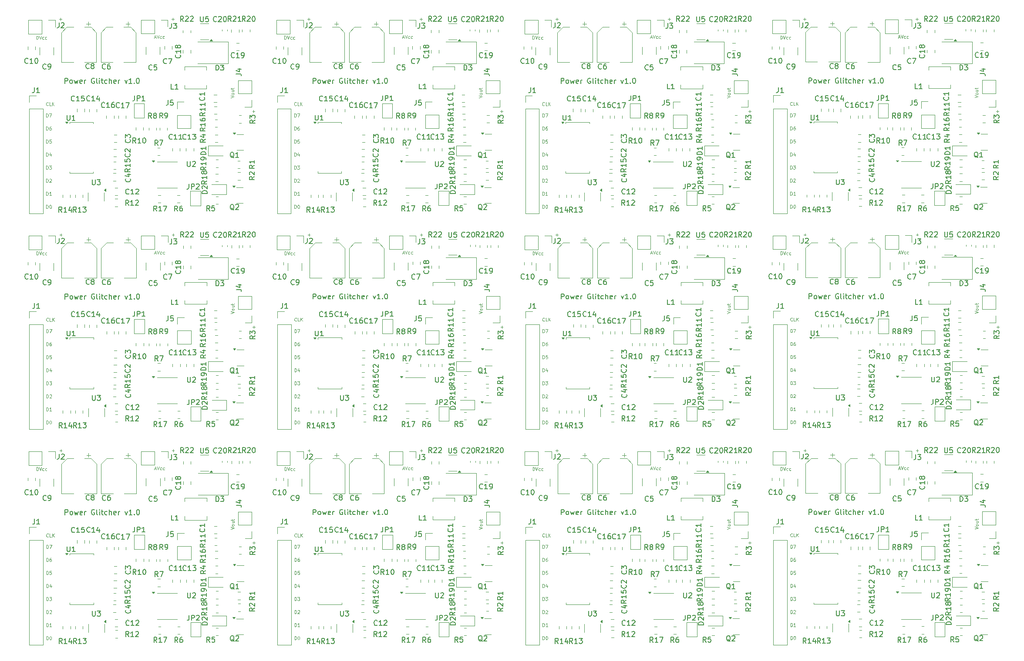
<source format=gbr>
%TF.GenerationSoftware,KiCad,Pcbnew,8.0.5*%
%TF.CreationDate,2024-10-20T11:29:55-04:00*%
%TF.ProjectId,power_glitcher_panel,706f7765-725f-4676-9c69-74636865725f,rev?*%
%TF.SameCoordinates,Original*%
%TF.FileFunction,Legend,Top*%
%TF.FilePolarity,Positive*%
%FSLAX46Y46*%
G04 Gerber Fmt 4.6, Leading zero omitted, Abs format (unit mm)*
G04 Created by KiCad (PCBNEW 8.0.5) date 2024-10-20 11:29:55*
%MOMM*%
%LPD*%
G01*
G04 APERTURE LIST*
%ADD10C,0.200000*%
%ADD11C,0.101600*%
%ADD12C,0.150000*%
%ADD13C,0.120000*%
G04 APERTURE END LIST*
D10*
X209085473Y-117706219D02*
X209085473Y-116706219D01*
X209085473Y-116706219D02*
X209466425Y-116706219D01*
X209466425Y-116706219D02*
X209561663Y-116753838D01*
X209561663Y-116753838D02*
X209609282Y-116801457D01*
X209609282Y-116801457D02*
X209656901Y-116896695D01*
X209656901Y-116896695D02*
X209656901Y-117039552D01*
X209656901Y-117039552D02*
X209609282Y-117134790D01*
X209609282Y-117134790D02*
X209561663Y-117182409D01*
X209561663Y-117182409D02*
X209466425Y-117230028D01*
X209466425Y-117230028D02*
X209085473Y-117230028D01*
X210228330Y-117706219D02*
X210133092Y-117658600D01*
X210133092Y-117658600D02*
X210085473Y-117610980D01*
X210085473Y-117610980D02*
X210037854Y-117515742D01*
X210037854Y-117515742D02*
X210037854Y-117230028D01*
X210037854Y-117230028D02*
X210085473Y-117134790D01*
X210085473Y-117134790D02*
X210133092Y-117087171D01*
X210133092Y-117087171D02*
X210228330Y-117039552D01*
X210228330Y-117039552D02*
X210371187Y-117039552D01*
X210371187Y-117039552D02*
X210466425Y-117087171D01*
X210466425Y-117087171D02*
X210514044Y-117134790D01*
X210514044Y-117134790D02*
X210561663Y-117230028D01*
X210561663Y-117230028D02*
X210561663Y-117515742D01*
X210561663Y-117515742D02*
X210514044Y-117610980D01*
X210514044Y-117610980D02*
X210466425Y-117658600D01*
X210466425Y-117658600D02*
X210371187Y-117706219D01*
X210371187Y-117706219D02*
X210228330Y-117706219D01*
X210894997Y-117039552D02*
X211085473Y-117706219D01*
X211085473Y-117706219D02*
X211275949Y-117230028D01*
X211275949Y-117230028D02*
X211466425Y-117706219D01*
X211466425Y-117706219D02*
X211656901Y-117039552D01*
X212418806Y-117658600D02*
X212323568Y-117706219D01*
X212323568Y-117706219D02*
X212133092Y-117706219D01*
X212133092Y-117706219D02*
X212037854Y-117658600D01*
X212037854Y-117658600D02*
X211990235Y-117563361D01*
X211990235Y-117563361D02*
X211990235Y-117182409D01*
X211990235Y-117182409D02*
X212037854Y-117087171D01*
X212037854Y-117087171D02*
X212133092Y-117039552D01*
X212133092Y-117039552D02*
X212323568Y-117039552D01*
X212323568Y-117039552D02*
X212418806Y-117087171D01*
X212418806Y-117087171D02*
X212466425Y-117182409D01*
X212466425Y-117182409D02*
X212466425Y-117277647D01*
X212466425Y-117277647D02*
X211990235Y-117372885D01*
X212894997Y-117706219D02*
X212894997Y-117039552D01*
X212894997Y-117230028D02*
X212942616Y-117134790D01*
X212942616Y-117134790D02*
X212990235Y-117087171D01*
X212990235Y-117087171D02*
X213085473Y-117039552D01*
X213085473Y-117039552D02*
X213180711Y-117039552D01*
X214799759Y-116753838D02*
X214704521Y-116706219D01*
X214704521Y-116706219D02*
X214561664Y-116706219D01*
X214561664Y-116706219D02*
X214418807Y-116753838D01*
X214418807Y-116753838D02*
X214323569Y-116849076D01*
X214323569Y-116849076D02*
X214275950Y-116944314D01*
X214275950Y-116944314D02*
X214228331Y-117134790D01*
X214228331Y-117134790D02*
X214228331Y-117277647D01*
X214228331Y-117277647D02*
X214275950Y-117468123D01*
X214275950Y-117468123D02*
X214323569Y-117563361D01*
X214323569Y-117563361D02*
X214418807Y-117658600D01*
X214418807Y-117658600D02*
X214561664Y-117706219D01*
X214561664Y-117706219D02*
X214656902Y-117706219D01*
X214656902Y-117706219D02*
X214799759Y-117658600D01*
X214799759Y-117658600D02*
X214847378Y-117610980D01*
X214847378Y-117610980D02*
X214847378Y-117277647D01*
X214847378Y-117277647D02*
X214656902Y-117277647D01*
X215418807Y-117706219D02*
X215323569Y-117658600D01*
X215323569Y-117658600D02*
X215275950Y-117563361D01*
X215275950Y-117563361D02*
X215275950Y-116706219D01*
X215799760Y-117706219D02*
X215799760Y-117039552D01*
X215799760Y-116706219D02*
X215752141Y-116753838D01*
X215752141Y-116753838D02*
X215799760Y-116801457D01*
X215799760Y-116801457D02*
X215847379Y-116753838D01*
X215847379Y-116753838D02*
X215799760Y-116706219D01*
X215799760Y-116706219D02*
X215799760Y-116801457D01*
X216133093Y-117039552D02*
X216514045Y-117039552D01*
X216275950Y-116706219D02*
X216275950Y-117563361D01*
X216275950Y-117563361D02*
X216323569Y-117658600D01*
X216323569Y-117658600D02*
X216418807Y-117706219D01*
X216418807Y-117706219D02*
X216514045Y-117706219D01*
X217275950Y-117658600D02*
X217180712Y-117706219D01*
X217180712Y-117706219D02*
X216990236Y-117706219D01*
X216990236Y-117706219D02*
X216894998Y-117658600D01*
X216894998Y-117658600D02*
X216847379Y-117610980D01*
X216847379Y-117610980D02*
X216799760Y-117515742D01*
X216799760Y-117515742D02*
X216799760Y-117230028D01*
X216799760Y-117230028D02*
X216847379Y-117134790D01*
X216847379Y-117134790D02*
X216894998Y-117087171D01*
X216894998Y-117087171D02*
X216990236Y-117039552D01*
X216990236Y-117039552D02*
X217180712Y-117039552D01*
X217180712Y-117039552D02*
X217275950Y-117087171D01*
X217704522Y-117706219D02*
X217704522Y-116706219D01*
X218133093Y-117706219D02*
X218133093Y-117182409D01*
X218133093Y-117182409D02*
X218085474Y-117087171D01*
X218085474Y-117087171D02*
X217990236Y-117039552D01*
X217990236Y-117039552D02*
X217847379Y-117039552D01*
X217847379Y-117039552D02*
X217752141Y-117087171D01*
X217752141Y-117087171D02*
X217704522Y-117134790D01*
X218990236Y-117658600D02*
X218894998Y-117706219D01*
X218894998Y-117706219D02*
X218704522Y-117706219D01*
X218704522Y-117706219D02*
X218609284Y-117658600D01*
X218609284Y-117658600D02*
X218561665Y-117563361D01*
X218561665Y-117563361D02*
X218561665Y-117182409D01*
X218561665Y-117182409D02*
X218609284Y-117087171D01*
X218609284Y-117087171D02*
X218704522Y-117039552D01*
X218704522Y-117039552D02*
X218894998Y-117039552D01*
X218894998Y-117039552D02*
X218990236Y-117087171D01*
X218990236Y-117087171D02*
X219037855Y-117182409D01*
X219037855Y-117182409D02*
X219037855Y-117277647D01*
X219037855Y-117277647D02*
X218561665Y-117372885D01*
X219466427Y-117706219D02*
X219466427Y-117039552D01*
X219466427Y-117230028D02*
X219514046Y-117134790D01*
X219514046Y-117134790D02*
X219561665Y-117087171D01*
X219561665Y-117087171D02*
X219656903Y-117039552D01*
X219656903Y-117039552D02*
X219752141Y-117039552D01*
X220752142Y-117039552D02*
X220990237Y-117706219D01*
X220990237Y-117706219D02*
X221228332Y-117039552D01*
X222133094Y-117706219D02*
X221561666Y-117706219D01*
X221847380Y-117706219D02*
X221847380Y-116706219D01*
X221847380Y-116706219D02*
X221752142Y-116849076D01*
X221752142Y-116849076D02*
X221656904Y-116944314D01*
X221656904Y-116944314D02*
X221561666Y-116991933D01*
X222561666Y-117610980D02*
X222609285Y-117658600D01*
X222609285Y-117658600D02*
X222561666Y-117706219D01*
X222561666Y-117706219D02*
X222514047Y-117658600D01*
X222514047Y-117658600D02*
X222561666Y-117610980D01*
X222561666Y-117610980D02*
X222561666Y-117706219D01*
X223228332Y-116706219D02*
X223323570Y-116706219D01*
X223323570Y-116706219D02*
X223418808Y-116753838D01*
X223418808Y-116753838D02*
X223466427Y-116801457D01*
X223466427Y-116801457D02*
X223514046Y-116896695D01*
X223514046Y-116896695D02*
X223561665Y-117087171D01*
X223561665Y-117087171D02*
X223561665Y-117325266D01*
X223561665Y-117325266D02*
X223514046Y-117515742D01*
X223514046Y-117515742D02*
X223466427Y-117610980D01*
X223466427Y-117610980D02*
X223418808Y-117658600D01*
X223418808Y-117658600D02*
X223323570Y-117706219D01*
X223323570Y-117706219D02*
X223228332Y-117706219D01*
X223228332Y-117706219D02*
X223133094Y-117658600D01*
X223133094Y-117658600D02*
X223085475Y-117610980D01*
X223085475Y-117610980D02*
X223037856Y-117515742D01*
X223037856Y-117515742D02*
X222990237Y-117325266D01*
X222990237Y-117325266D02*
X222990237Y-117087171D01*
X222990237Y-117087171D02*
X223037856Y-116896695D01*
X223037856Y-116896695D02*
X223085475Y-116801457D01*
X223085475Y-116801457D02*
X223133094Y-116753838D01*
X223133094Y-116753838D02*
X223228332Y-116706219D01*
D11*
X241337804Y-120511681D02*
X241972804Y-120300015D01*
X241972804Y-120300015D02*
X241337804Y-120088348D01*
X241972804Y-119785967D02*
X241942566Y-119846443D01*
X241942566Y-119846443D02*
X241912327Y-119876681D01*
X241912327Y-119876681D02*
X241851851Y-119906919D01*
X241851851Y-119906919D02*
X241670423Y-119906919D01*
X241670423Y-119906919D02*
X241609946Y-119876681D01*
X241609946Y-119876681D02*
X241579708Y-119846443D01*
X241579708Y-119846443D02*
X241549470Y-119785967D01*
X241549470Y-119785967D02*
X241549470Y-119695252D01*
X241549470Y-119695252D02*
X241579708Y-119634776D01*
X241579708Y-119634776D02*
X241609946Y-119604538D01*
X241609946Y-119604538D02*
X241670423Y-119574300D01*
X241670423Y-119574300D02*
X241851851Y-119574300D01*
X241851851Y-119574300D02*
X241912327Y-119604538D01*
X241912327Y-119604538D02*
X241942566Y-119634776D01*
X241942566Y-119634776D02*
X241972804Y-119695252D01*
X241972804Y-119695252D02*
X241972804Y-119785967D01*
X241549470Y-119030014D02*
X241972804Y-119030014D01*
X241549470Y-119302157D02*
X241882089Y-119302157D01*
X241882089Y-119302157D02*
X241942566Y-119271919D01*
X241942566Y-119271919D02*
X241972804Y-119211443D01*
X241972804Y-119211443D02*
X241972804Y-119120728D01*
X241972804Y-119120728D02*
X241942566Y-119060252D01*
X241942566Y-119060252D02*
X241912327Y-119030014D01*
X241549470Y-118818347D02*
X241549470Y-118576443D01*
X241337804Y-118727633D02*
X241882089Y-118727633D01*
X241882089Y-118727633D02*
X241942566Y-118697395D01*
X241942566Y-118697395D02*
X241972804Y-118636919D01*
X241972804Y-118636919D02*
X241972804Y-118576443D01*
X205479832Y-134414004D02*
X205479832Y-133779004D01*
X205479832Y-133779004D02*
X205631022Y-133779004D01*
X205631022Y-133779004D02*
X205721737Y-133809242D01*
X205721737Y-133809242D02*
X205782213Y-133869718D01*
X205782213Y-133869718D02*
X205812451Y-133930194D01*
X205812451Y-133930194D02*
X205842689Y-134051146D01*
X205842689Y-134051146D02*
X205842689Y-134141861D01*
X205842689Y-134141861D02*
X205812451Y-134262813D01*
X205812451Y-134262813D02*
X205782213Y-134323289D01*
X205782213Y-134323289D02*
X205721737Y-134383766D01*
X205721737Y-134383766D02*
X205631022Y-134414004D01*
X205631022Y-134414004D02*
X205479832Y-134414004D01*
X206054356Y-133779004D02*
X206447451Y-133779004D01*
X206447451Y-133779004D02*
X206235784Y-134020908D01*
X206235784Y-134020908D02*
X206326499Y-134020908D01*
X206326499Y-134020908D02*
X206386975Y-134051146D01*
X206386975Y-134051146D02*
X206417213Y-134081385D01*
X206417213Y-134081385D02*
X206447451Y-134141861D01*
X206447451Y-134141861D02*
X206447451Y-134293051D01*
X206447451Y-134293051D02*
X206417213Y-134353527D01*
X206417213Y-134353527D02*
X206386975Y-134383766D01*
X206386975Y-134383766D02*
X206326499Y-134414004D01*
X206326499Y-134414004D02*
X206145070Y-134414004D01*
X206145070Y-134414004D02*
X206084594Y-134383766D01*
X206084594Y-134383766D02*
X206054356Y-134353527D01*
X208019832Y-105216099D02*
X208503642Y-105216099D01*
X208261737Y-105458004D02*
X208261737Y-104974194D01*
X229863832Y-105216099D02*
X230347642Y-105216099D01*
X230105737Y-105458004D02*
X230105737Y-104974194D01*
X203543832Y-109106004D02*
X203543832Y-108471004D01*
X203543832Y-108471004D02*
X203695022Y-108471004D01*
X203695022Y-108471004D02*
X203785737Y-108501242D01*
X203785737Y-108501242D02*
X203846213Y-108561718D01*
X203846213Y-108561718D02*
X203876451Y-108622194D01*
X203876451Y-108622194D02*
X203906689Y-108743146D01*
X203906689Y-108743146D02*
X203906689Y-108833861D01*
X203906689Y-108833861D02*
X203876451Y-108954813D01*
X203876451Y-108954813D02*
X203846213Y-109015289D01*
X203846213Y-109015289D02*
X203785737Y-109075766D01*
X203785737Y-109075766D02*
X203695022Y-109106004D01*
X203695022Y-109106004D02*
X203543832Y-109106004D01*
X204088118Y-108471004D02*
X204299784Y-109106004D01*
X204299784Y-109106004D02*
X204511451Y-108471004D01*
X204995261Y-109075766D02*
X204934785Y-109106004D01*
X204934785Y-109106004D02*
X204813832Y-109106004D01*
X204813832Y-109106004D02*
X204753356Y-109075766D01*
X204753356Y-109075766D02*
X204723118Y-109045527D01*
X204723118Y-109045527D02*
X204692880Y-108985051D01*
X204692880Y-108985051D02*
X204692880Y-108803623D01*
X204692880Y-108803623D02*
X204723118Y-108743146D01*
X204723118Y-108743146D02*
X204753356Y-108712908D01*
X204753356Y-108712908D02*
X204813832Y-108682670D01*
X204813832Y-108682670D02*
X204934785Y-108682670D01*
X204934785Y-108682670D02*
X204995261Y-108712908D01*
X205539547Y-109075766D02*
X205479071Y-109106004D01*
X205479071Y-109106004D02*
X205358118Y-109106004D01*
X205358118Y-109106004D02*
X205297642Y-109075766D01*
X205297642Y-109075766D02*
X205267404Y-109045527D01*
X205267404Y-109045527D02*
X205237166Y-108985051D01*
X205237166Y-108985051D02*
X205237166Y-108803623D01*
X205237166Y-108803623D02*
X205267404Y-108743146D01*
X205267404Y-108743146D02*
X205297642Y-108712908D01*
X205297642Y-108712908D02*
X205358118Y-108682670D01*
X205358118Y-108682670D02*
X205479071Y-108682670D01*
X205479071Y-108682670D02*
X205539547Y-108712908D01*
X205479832Y-126794004D02*
X205479832Y-126159004D01*
X205479832Y-126159004D02*
X205631022Y-126159004D01*
X205631022Y-126159004D02*
X205721737Y-126189242D01*
X205721737Y-126189242D02*
X205782213Y-126249718D01*
X205782213Y-126249718D02*
X205812451Y-126310194D01*
X205812451Y-126310194D02*
X205842689Y-126431146D01*
X205842689Y-126431146D02*
X205842689Y-126521861D01*
X205842689Y-126521861D02*
X205812451Y-126642813D01*
X205812451Y-126642813D02*
X205782213Y-126703289D01*
X205782213Y-126703289D02*
X205721737Y-126763766D01*
X205721737Y-126763766D02*
X205631022Y-126794004D01*
X205631022Y-126794004D02*
X205479832Y-126794004D01*
X206386975Y-126159004D02*
X206266022Y-126159004D01*
X206266022Y-126159004D02*
X206205546Y-126189242D01*
X206205546Y-126189242D02*
X206175308Y-126219480D01*
X206175308Y-126219480D02*
X206114832Y-126310194D01*
X206114832Y-126310194D02*
X206084594Y-126431146D01*
X206084594Y-126431146D02*
X206084594Y-126673051D01*
X206084594Y-126673051D02*
X206114832Y-126733527D01*
X206114832Y-126733527D02*
X206145070Y-126763766D01*
X206145070Y-126763766D02*
X206205546Y-126794004D01*
X206205546Y-126794004D02*
X206326499Y-126794004D01*
X206326499Y-126794004D02*
X206386975Y-126763766D01*
X206386975Y-126763766D02*
X206417213Y-126733527D01*
X206417213Y-126733527D02*
X206447451Y-126673051D01*
X206447451Y-126673051D02*
X206447451Y-126521861D01*
X206447451Y-126521861D02*
X206417213Y-126461385D01*
X206417213Y-126461385D02*
X206386975Y-126431146D01*
X206386975Y-126431146D02*
X206326499Y-126400908D01*
X206326499Y-126400908D02*
X206205546Y-126400908D01*
X206205546Y-126400908D02*
X206145070Y-126431146D01*
X206145070Y-126431146D02*
X206114832Y-126461385D01*
X206114832Y-126461385D02*
X206084594Y-126521861D01*
X205479832Y-131874004D02*
X205479832Y-131239004D01*
X205479832Y-131239004D02*
X205631022Y-131239004D01*
X205631022Y-131239004D02*
X205721737Y-131269242D01*
X205721737Y-131269242D02*
X205782213Y-131329718D01*
X205782213Y-131329718D02*
X205812451Y-131390194D01*
X205812451Y-131390194D02*
X205842689Y-131511146D01*
X205842689Y-131511146D02*
X205842689Y-131601861D01*
X205842689Y-131601861D02*
X205812451Y-131722813D01*
X205812451Y-131722813D02*
X205782213Y-131783289D01*
X205782213Y-131783289D02*
X205721737Y-131843766D01*
X205721737Y-131843766D02*
X205631022Y-131874004D01*
X205631022Y-131874004D02*
X205479832Y-131874004D01*
X206386975Y-131450670D02*
X206386975Y-131874004D01*
X206235784Y-131208766D02*
X206084594Y-131662337D01*
X206084594Y-131662337D02*
X206477689Y-131662337D01*
X205479832Y-136954004D02*
X205479832Y-136319004D01*
X205479832Y-136319004D02*
X205631022Y-136319004D01*
X205631022Y-136319004D02*
X205721737Y-136349242D01*
X205721737Y-136349242D02*
X205782213Y-136409718D01*
X205782213Y-136409718D02*
X205812451Y-136470194D01*
X205812451Y-136470194D02*
X205842689Y-136591146D01*
X205842689Y-136591146D02*
X205842689Y-136681861D01*
X205842689Y-136681861D02*
X205812451Y-136802813D01*
X205812451Y-136802813D02*
X205782213Y-136863289D01*
X205782213Y-136863289D02*
X205721737Y-136923766D01*
X205721737Y-136923766D02*
X205631022Y-136954004D01*
X205631022Y-136954004D02*
X205479832Y-136954004D01*
X206084594Y-136379480D02*
X206114832Y-136349242D01*
X206114832Y-136349242D02*
X206175308Y-136319004D01*
X206175308Y-136319004D02*
X206326499Y-136319004D01*
X206326499Y-136319004D02*
X206386975Y-136349242D01*
X206386975Y-136349242D02*
X206417213Y-136379480D01*
X206417213Y-136379480D02*
X206447451Y-136439956D01*
X206447451Y-136439956D02*
X206447451Y-136500432D01*
X206447451Y-136500432D02*
X206417213Y-136591146D01*
X206417213Y-136591146D02*
X206054356Y-136954004D01*
X206054356Y-136954004D02*
X206447451Y-136954004D01*
X245533832Y-123174099D02*
X246017642Y-123174099D01*
X245775737Y-123416004D02*
X245775737Y-122932194D01*
X205479832Y-142034004D02*
X205479832Y-141399004D01*
X205479832Y-141399004D02*
X205631022Y-141399004D01*
X205631022Y-141399004D02*
X205721737Y-141429242D01*
X205721737Y-141429242D02*
X205782213Y-141489718D01*
X205782213Y-141489718D02*
X205812451Y-141550194D01*
X205812451Y-141550194D02*
X205842689Y-141671146D01*
X205842689Y-141671146D02*
X205842689Y-141761861D01*
X205842689Y-141761861D02*
X205812451Y-141882813D01*
X205812451Y-141882813D02*
X205782213Y-141943289D01*
X205782213Y-141943289D02*
X205721737Y-142003766D01*
X205721737Y-142003766D02*
X205631022Y-142034004D01*
X205631022Y-142034004D02*
X205479832Y-142034004D01*
X206235784Y-141399004D02*
X206296261Y-141399004D01*
X206296261Y-141399004D02*
X206356737Y-141429242D01*
X206356737Y-141429242D02*
X206386975Y-141459480D01*
X206386975Y-141459480D02*
X206417213Y-141519956D01*
X206417213Y-141519956D02*
X206447451Y-141640908D01*
X206447451Y-141640908D02*
X206447451Y-141792099D01*
X206447451Y-141792099D02*
X206417213Y-141913051D01*
X206417213Y-141913051D02*
X206386975Y-141973527D01*
X206386975Y-141973527D02*
X206356737Y-142003766D01*
X206356737Y-142003766D02*
X206296261Y-142034004D01*
X206296261Y-142034004D02*
X206235784Y-142034004D01*
X206235784Y-142034004D02*
X206175308Y-142003766D01*
X206175308Y-142003766D02*
X206145070Y-141973527D01*
X206145070Y-141973527D02*
X206114832Y-141913051D01*
X206114832Y-141913051D02*
X206084594Y-141792099D01*
X206084594Y-141792099D02*
X206084594Y-141640908D01*
X206084594Y-141640908D02*
X206114832Y-141519956D01*
X206114832Y-141519956D02*
X206145070Y-141459480D01*
X206145070Y-141459480D02*
X206175308Y-141429242D01*
X206175308Y-141429242D02*
X206235784Y-141399004D01*
X226483594Y-108774575D02*
X226785975Y-108774575D01*
X226423118Y-108956004D02*
X226634784Y-108321004D01*
X226634784Y-108321004D02*
X226846451Y-108956004D01*
X226967404Y-108321004D02*
X227179070Y-108956004D01*
X227179070Y-108956004D02*
X227390737Y-108321004D01*
X227874547Y-108925766D02*
X227814071Y-108956004D01*
X227814071Y-108956004D02*
X227693118Y-108956004D01*
X227693118Y-108956004D02*
X227632642Y-108925766D01*
X227632642Y-108925766D02*
X227602404Y-108895527D01*
X227602404Y-108895527D02*
X227572166Y-108835051D01*
X227572166Y-108835051D02*
X227572166Y-108653623D01*
X227572166Y-108653623D02*
X227602404Y-108593146D01*
X227602404Y-108593146D02*
X227632642Y-108562908D01*
X227632642Y-108562908D02*
X227693118Y-108532670D01*
X227693118Y-108532670D02*
X227814071Y-108532670D01*
X227814071Y-108532670D02*
X227874547Y-108562908D01*
X228418833Y-108925766D02*
X228358357Y-108956004D01*
X228358357Y-108956004D02*
X228237404Y-108956004D01*
X228237404Y-108956004D02*
X228176928Y-108925766D01*
X228176928Y-108925766D02*
X228146690Y-108895527D01*
X228146690Y-108895527D02*
X228116452Y-108835051D01*
X228116452Y-108835051D02*
X228116452Y-108653623D01*
X228116452Y-108653623D02*
X228146690Y-108593146D01*
X228146690Y-108593146D02*
X228176928Y-108562908D01*
X228176928Y-108562908D02*
X228237404Y-108532670D01*
X228237404Y-108532670D02*
X228358357Y-108532670D01*
X228358357Y-108532670D02*
X228418833Y-108562908D01*
X205479832Y-139494004D02*
X205479832Y-138859004D01*
X205479832Y-138859004D02*
X205631022Y-138859004D01*
X205631022Y-138859004D02*
X205721737Y-138889242D01*
X205721737Y-138889242D02*
X205782213Y-138949718D01*
X205782213Y-138949718D02*
X205812451Y-139010194D01*
X205812451Y-139010194D02*
X205842689Y-139131146D01*
X205842689Y-139131146D02*
X205842689Y-139221861D01*
X205842689Y-139221861D02*
X205812451Y-139342813D01*
X205812451Y-139342813D02*
X205782213Y-139403289D01*
X205782213Y-139403289D02*
X205721737Y-139463766D01*
X205721737Y-139463766D02*
X205631022Y-139494004D01*
X205631022Y-139494004D02*
X205479832Y-139494004D01*
X206447451Y-139494004D02*
X206084594Y-139494004D01*
X206266022Y-139494004D02*
X206266022Y-138859004D01*
X206266022Y-138859004D02*
X206205546Y-138949718D01*
X206205546Y-138949718D02*
X206145070Y-139010194D01*
X206145070Y-139010194D02*
X206084594Y-139040432D01*
X205479832Y-129334004D02*
X205479832Y-128699004D01*
X205479832Y-128699004D02*
X205631022Y-128699004D01*
X205631022Y-128699004D02*
X205721737Y-128729242D01*
X205721737Y-128729242D02*
X205782213Y-128789718D01*
X205782213Y-128789718D02*
X205812451Y-128850194D01*
X205812451Y-128850194D02*
X205842689Y-128971146D01*
X205842689Y-128971146D02*
X205842689Y-129061861D01*
X205842689Y-129061861D02*
X205812451Y-129182813D01*
X205812451Y-129182813D02*
X205782213Y-129243289D01*
X205782213Y-129243289D02*
X205721737Y-129303766D01*
X205721737Y-129303766D02*
X205631022Y-129334004D01*
X205631022Y-129334004D02*
X205479832Y-129334004D01*
X206417213Y-128699004D02*
X206114832Y-128699004D01*
X206114832Y-128699004D02*
X206084594Y-129001385D01*
X206084594Y-129001385D02*
X206114832Y-128971146D01*
X206114832Y-128971146D02*
X206175308Y-128940908D01*
X206175308Y-128940908D02*
X206326499Y-128940908D01*
X206326499Y-128940908D02*
X206386975Y-128971146D01*
X206386975Y-128971146D02*
X206417213Y-129001385D01*
X206417213Y-129001385D02*
X206447451Y-129061861D01*
X206447451Y-129061861D02*
X206447451Y-129213051D01*
X206447451Y-129213051D02*
X206417213Y-129273527D01*
X206417213Y-129273527D02*
X206386975Y-129303766D01*
X206386975Y-129303766D02*
X206326499Y-129334004D01*
X206326499Y-129334004D02*
X206175308Y-129334004D01*
X206175308Y-129334004D02*
X206114832Y-129303766D01*
X206114832Y-129303766D02*
X206084594Y-129273527D01*
X205842689Y-121965527D02*
X205812451Y-121995766D01*
X205812451Y-121995766D02*
X205721737Y-122026004D01*
X205721737Y-122026004D02*
X205661261Y-122026004D01*
X205661261Y-122026004D02*
X205570546Y-121995766D01*
X205570546Y-121995766D02*
X205510070Y-121935289D01*
X205510070Y-121935289D02*
X205479832Y-121874813D01*
X205479832Y-121874813D02*
X205449594Y-121753861D01*
X205449594Y-121753861D02*
X205449594Y-121663146D01*
X205449594Y-121663146D02*
X205479832Y-121542194D01*
X205479832Y-121542194D02*
X205510070Y-121481718D01*
X205510070Y-121481718D02*
X205570546Y-121421242D01*
X205570546Y-121421242D02*
X205661261Y-121391004D01*
X205661261Y-121391004D02*
X205721737Y-121391004D01*
X205721737Y-121391004D02*
X205812451Y-121421242D01*
X205812451Y-121421242D02*
X205842689Y-121451480D01*
X206417213Y-122026004D02*
X206114832Y-122026004D01*
X206114832Y-122026004D02*
X206114832Y-121391004D01*
X206628880Y-122026004D02*
X206628880Y-121391004D01*
X206991737Y-122026004D02*
X206719594Y-121663146D01*
X206991737Y-121391004D02*
X206628880Y-121753861D01*
X205479832Y-124254004D02*
X205479832Y-123619004D01*
X205479832Y-123619004D02*
X205631022Y-123619004D01*
X205631022Y-123619004D02*
X205721737Y-123649242D01*
X205721737Y-123649242D02*
X205782213Y-123709718D01*
X205782213Y-123709718D02*
X205812451Y-123770194D01*
X205812451Y-123770194D02*
X205842689Y-123891146D01*
X205842689Y-123891146D02*
X205842689Y-123981861D01*
X205842689Y-123981861D02*
X205812451Y-124102813D01*
X205812451Y-124102813D02*
X205782213Y-124163289D01*
X205782213Y-124163289D02*
X205721737Y-124223766D01*
X205721737Y-124223766D02*
X205631022Y-124254004D01*
X205631022Y-124254004D02*
X205479832Y-124254004D01*
X206054356Y-123619004D02*
X206477689Y-123619004D01*
X206477689Y-123619004D02*
X206205546Y-124254004D01*
D10*
X209085473Y-75706219D02*
X209085473Y-74706219D01*
X209085473Y-74706219D02*
X209466425Y-74706219D01*
X209466425Y-74706219D02*
X209561663Y-74753838D01*
X209561663Y-74753838D02*
X209609282Y-74801457D01*
X209609282Y-74801457D02*
X209656901Y-74896695D01*
X209656901Y-74896695D02*
X209656901Y-75039552D01*
X209656901Y-75039552D02*
X209609282Y-75134790D01*
X209609282Y-75134790D02*
X209561663Y-75182409D01*
X209561663Y-75182409D02*
X209466425Y-75230028D01*
X209466425Y-75230028D02*
X209085473Y-75230028D01*
X210228330Y-75706219D02*
X210133092Y-75658600D01*
X210133092Y-75658600D02*
X210085473Y-75610980D01*
X210085473Y-75610980D02*
X210037854Y-75515742D01*
X210037854Y-75515742D02*
X210037854Y-75230028D01*
X210037854Y-75230028D02*
X210085473Y-75134790D01*
X210085473Y-75134790D02*
X210133092Y-75087171D01*
X210133092Y-75087171D02*
X210228330Y-75039552D01*
X210228330Y-75039552D02*
X210371187Y-75039552D01*
X210371187Y-75039552D02*
X210466425Y-75087171D01*
X210466425Y-75087171D02*
X210514044Y-75134790D01*
X210514044Y-75134790D02*
X210561663Y-75230028D01*
X210561663Y-75230028D02*
X210561663Y-75515742D01*
X210561663Y-75515742D02*
X210514044Y-75610980D01*
X210514044Y-75610980D02*
X210466425Y-75658600D01*
X210466425Y-75658600D02*
X210371187Y-75706219D01*
X210371187Y-75706219D02*
X210228330Y-75706219D01*
X210894997Y-75039552D02*
X211085473Y-75706219D01*
X211085473Y-75706219D02*
X211275949Y-75230028D01*
X211275949Y-75230028D02*
X211466425Y-75706219D01*
X211466425Y-75706219D02*
X211656901Y-75039552D01*
X212418806Y-75658600D02*
X212323568Y-75706219D01*
X212323568Y-75706219D02*
X212133092Y-75706219D01*
X212133092Y-75706219D02*
X212037854Y-75658600D01*
X212037854Y-75658600D02*
X211990235Y-75563361D01*
X211990235Y-75563361D02*
X211990235Y-75182409D01*
X211990235Y-75182409D02*
X212037854Y-75087171D01*
X212037854Y-75087171D02*
X212133092Y-75039552D01*
X212133092Y-75039552D02*
X212323568Y-75039552D01*
X212323568Y-75039552D02*
X212418806Y-75087171D01*
X212418806Y-75087171D02*
X212466425Y-75182409D01*
X212466425Y-75182409D02*
X212466425Y-75277647D01*
X212466425Y-75277647D02*
X211990235Y-75372885D01*
X212894997Y-75706219D02*
X212894997Y-75039552D01*
X212894997Y-75230028D02*
X212942616Y-75134790D01*
X212942616Y-75134790D02*
X212990235Y-75087171D01*
X212990235Y-75087171D02*
X213085473Y-75039552D01*
X213085473Y-75039552D02*
X213180711Y-75039552D01*
X214799759Y-74753838D02*
X214704521Y-74706219D01*
X214704521Y-74706219D02*
X214561664Y-74706219D01*
X214561664Y-74706219D02*
X214418807Y-74753838D01*
X214418807Y-74753838D02*
X214323569Y-74849076D01*
X214323569Y-74849076D02*
X214275950Y-74944314D01*
X214275950Y-74944314D02*
X214228331Y-75134790D01*
X214228331Y-75134790D02*
X214228331Y-75277647D01*
X214228331Y-75277647D02*
X214275950Y-75468123D01*
X214275950Y-75468123D02*
X214323569Y-75563361D01*
X214323569Y-75563361D02*
X214418807Y-75658600D01*
X214418807Y-75658600D02*
X214561664Y-75706219D01*
X214561664Y-75706219D02*
X214656902Y-75706219D01*
X214656902Y-75706219D02*
X214799759Y-75658600D01*
X214799759Y-75658600D02*
X214847378Y-75610980D01*
X214847378Y-75610980D02*
X214847378Y-75277647D01*
X214847378Y-75277647D02*
X214656902Y-75277647D01*
X215418807Y-75706219D02*
X215323569Y-75658600D01*
X215323569Y-75658600D02*
X215275950Y-75563361D01*
X215275950Y-75563361D02*
X215275950Y-74706219D01*
X215799760Y-75706219D02*
X215799760Y-75039552D01*
X215799760Y-74706219D02*
X215752141Y-74753838D01*
X215752141Y-74753838D02*
X215799760Y-74801457D01*
X215799760Y-74801457D02*
X215847379Y-74753838D01*
X215847379Y-74753838D02*
X215799760Y-74706219D01*
X215799760Y-74706219D02*
X215799760Y-74801457D01*
X216133093Y-75039552D02*
X216514045Y-75039552D01*
X216275950Y-74706219D02*
X216275950Y-75563361D01*
X216275950Y-75563361D02*
X216323569Y-75658600D01*
X216323569Y-75658600D02*
X216418807Y-75706219D01*
X216418807Y-75706219D02*
X216514045Y-75706219D01*
X217275950Y-75658600D02*
X217180712Y-75706219D01*
X217180712Y-75706219D02*
X216990236Y-75706219D01*
X216990236Y-75706219D02*
X216894998Y-75658600D01*
X216894998Y-75658600D02*
X216847379Y-75610980D01*
X216847379Y-75610980D02*
X216799760Y-75515742D01*
X216799760Y-75515742D02*
X216799760Y-75230028D01*
X216799760Y-75230028D02*
X216847379Y-75134790D01*
X216847379Y-75134790D02*
X216894998Y-75087171D01*
X216894998Y-75087171D02*
X216990236Y-75039552D01*
X216990236Y-75039552D02*
X217180712Y-75039552D01*
X217180712Y-75039552D02*
X217275950Y-75087171D01*
X217704522Y-75706219D02*
X217704522Y-74706219D01*
X218133093Y-75706219D02*
X218133093Y-75182409D01*
X218133093Y-75182409D02*
X218085474Y-75087171D01*
X218085474Y-75087171D02*
X217990236Y-75039552D01*
X217990236Y-75039552D02*
X217847379Y-75039552D01*
X217847379Y-75039552D02*
X217752141Y-75087171D01*
X217752141Y-75087171D02*
X217704522Y-75134790D01*
X218990236Y-75658600D02*
X218894998Y-75706219D01*
X218894998Y-75706219D02*
X218704522Y-75706219D01*
X218704522Y-75706219D02*
X218609284Y-75658600D01*
X218609284Y-75658600D02*
X218561665Y-75563361D01*
X218561665Y-75563361D02*
X218561665Y-75182409D01*
X218561665Y-75182409D02*
X218609284Y-75087171D01*
X218609284Y-75087171D02*
X218704522Y-75039552D01*
X218704522Y-75039552D02*
X218894998Y-75039552D01*
X218894998Y-75039552D02*
X218990236Y-75087171D01*
X218990236Y-75087171D02*
X219037855Y-75182409D01*
X219037855Y-75182409D02*
X219037855Y-75277647D01*
X219037855Y-75277647D02*
X218561665Y-75372885D01*
X219466427Y-75706219D02*
X219466427Y-75039552D01*
X219466427Y-75230028D02*
X219514046Y-75134790D01*
X219514046Y-75134790D02*
X219561665Y-75087171D01*
X219561665Y-75087171D02*
X219656903Y-75039552D01*
X219656903Y-75039552D02*
X219752141Y-75039552D01*
X220752142Y-75039552D02*
X220990237Y-75706219D01*
X220990237Y-75706219D02*
X221228332Y-75039552D01*
X222133094Y-75706219D02*
X221561666Y-75706219D01*
X221847380Y-75706219D02*
X221847380Y-74706219D01*
X221847380Y-74706219D02*
X221752142Y-74849076D01*
X221752142Y-74849076D02*
X221656904Y-74944314D01*
X221656904Y-74944314D02*
X221561666Y-74991933D01*
X222561666Y-75610980D02*
X222609285Y-75658600D01*
X222609285Y-75658600D02*
X222561666Y-75706219D01*
X222561666Y-75706219D02*
X222514047Y-75658600D01*
X222514047Y-75658600D02*
X222561666Y-75610980D01*
X222561666Y-75610980D02*
X222561666Y-75706219D01*
X223228332Y-74706219D02*
X223323570Y-74706219D01*
X223323570Y-74706219D02*
X223418808Y-74753838D01*
X223418808Y-74753838D02*
X223466427Y-74801457D01*
X223466427Y-74801457D02*
X223514046Y-74896695D01*
X223514046Y-74896695D02*
X223561665Y-75087171D01*
X223561665Y-75087171D02*
X223561665Y-75325266D01*
X223561665Y-75325266D02*
X223514046Y-75515742D01*
X223514046Y-75515742D02*
X223466427Y-75610980D01*
X223466427Y-75610980D02*
X223418808Y-75658600D01*
X223418808Y-75658600D02*
X223323570Y-75706219D01*
X223323570Y-75706219D02*
X223228332Y-75706219D01*
X223228332Y-75706219D02*
X223133094Y-75658600D01*
X223133094Y-75658600D02*
X223085475Y-75610980D01*
X223085475Y-75610980D02*
X223037856Y-75515742D01*
X223037856Y-75515742D02*
X222990237Y-75325266D01*
X222990237Y-75325266D02*
X222990237Y-75087171D01*
X222990237Y-75087171D02*
X223037856Y-74896695D01*
X223037856Y-74896695D02*
X223085475Y-74801457D01*
X223085475Y-74801457D02*
X223133094Y-74753838D01*
X223133094Y-74753838D02*
X223228332Y-74706219D01*
D11*
X241337804Y-78511681D02*
X241972804Y-78300015D01*
X241972804Y-78300015D02*
X241337804Y-78088348D01*
X241972804Y-77785967D02*
X241942566Y-77846443D01*
X241942566Y-77846443D02*
X241912327Y-77876681D01*
X241912327Y-77876681D02*
X241851851Y-77906919D01*
X241851851Y-77906919D02*
X241670423Y-77906919D01*
X241670423Y-77906919D02*
X241609946Y-77876681D01*
X241609946Y-77876681D02*
X241579708Y-77846443D01*
X241579708Y-77846443D02*
X241549470Y-77785967D01*
X241549470Y-77785967D02*
X241549470Y-77695252D01*
X241549470Y-77695252D02*
X241579708Y-77634776D01*
X241579708Y-77634776D02*
X241609946Y-77604538D01*
X241609946Y-77604538D02*
X241670423Y-77574300D01*
X241670423Y-77574300D02*
X241851851Y-77574300D01*
X241851851Y-77574300D02*
X241912327Y-77604538D01*
X241912327Y-77604538D02*
X241942566Y-77634776D01*
X241942566Y-77634776D02*
X241972804Y-77695252D01*
X241972804Y-77695252D02*
X241972804Y-77785967D01*
X241549470Y-77030014D02*
X241972804Y-77030014D01*
X241549470Y-77302157D02*
X241882089Y-77302157D01*
X241882089Y-77302157D02*
X241942566Y-77271919D01*
X241942566Y-77271919D02*
X241972804Y-77211443D01*
X241972804Y-77211443D02*
X241972804Y-77120728D01*
X241972804Y-77120728D02*
X241942566Y-77060252D01*
X241942566Y-77060252D02*
X241912327Y-77030014D01*
X241549470Y-76818347D02*
X241549470Y-76576443D01*
X241337804Y-76727633D02*
X241882089Y-76727633D01*
X241882089Y-76727633D02*
X241942566Y-76697395D01*
X241942566Y-76697395D02*
X241972804Y-76636919D01*
X241972804Y-76636919D02*
X241972804Y-76576443D01*
X205479832Y-92414004D02*
X205479832Y-91779004D01*
X205479832Y-91779004D02*
X205631022Y-91779004D01*
X205631022Y-91779004D02*
X205721737Y-91809242D01*
X205721737Y-91809242D02*
X205782213Y-91869718D01*
X205782213Y-91869718D02*
X205812451Y-91930194D01*
X205812451Y-91930194D02*
X205842689Y-92051146D01*
X205842689Y-92051146D02*
X205842689Y-92141861D01*
X205842689Y-92141861D02*
X205812451Y-92262813D01*
X205812451Y-92262813D02*
X205782213Y-92323289D01*
X205782213Y-92323289D02*
X205721737Y-92383766D01*
X205721737Y-92383766D02*
X205631022Y-92414004D01*
X205631022Y-92414004D02*
X205479832Y-92414004D01*
X206054356Y-91779004D02*
X206447451Y-91779004D01*
X206447451Y-91779004D02*
X206235784Y-92020908D01*
X206235784Y-92020908D02*
X206326499Y-92020908D01*
X206326499Y-92020908D02*
X206386975Y-92051146D01*
X206386975Y-92051146D02*
X206417213Y-92081385D01*
X206417213Y-92081385D02*
X206447451Y-92141861D01*
X206447451Y-92141861D02*
X206447451Y-92293051D01*
X206447451Y-92293051D02*
X206417213Y-92353527D01*
X206417213Y-92353527D02*
X206386975Y-92383766D01*
X206386975Y-92383766D02*
X206326499Y-92414004D01*
X206326499Y-92414004D02*
X206145070Y-92414004D01*
X206145070Y-92414004D02*
X206084594Y-92383766D01*
X206084594Y-92383766D02*
X206054356Y-92353527D01*
X208019832Y-63216099D02*
X208503642Y-63216099D01*
X208261737Y-63458004D02*
X208261737Y-62974194D01*
X229863832Y-63216099D02*
X230347642Y-63216099D01*
X230105737Y-63458004D02*
X230105737Y-62974194D01*
X203543832Y-67106004D02*
X203543832Y-66471004D01*
X203543832Y-66471004D02*
X203695022Y-66471004D01*
X203695022Y-66471004D02*
X203785737Y-66501242D01*
X203785737Y-66501242D02*
X203846213Y-66561718D01*
X203846213Y-66561718D02*
X203876451Y-66622194D01*
X203876451Y-66622194D02*
X203906689Y-66743146D01*
X203906689Y-66743146D02*
X203906689Y-66833861D01*
X203906689Y-66833861D02*
X203876451Y-66954813D01*
X203876451Y-66954813D02*
X203846213Y-67015289D01*
X203846213Y-67015289D02*
X203785737Y-67075766D01*
X203785737Y-67075766D02*
X203695022Y-67106004D01*
X203695022Y-67106004D02*
X203543832Y-67106004D01*
X204088118Y-66471004D02*
X204299784Y-67106004D01*
X204299784Y-67106004D02*
X204511451Y-66471004D01*
X204995261Y-67075766D02*
X204934785Y-67106004D01*
X204934785Y-67106004D02*
X204813832Y-67106004D01*
X204813832Y-67106004D02*
X204753356Y-67075766D01*
X204753356Y-67075766D02*
X204723118Y-67045527D01*
X204723118Y-67045527D02*
X204692880Y-66985051D01*
X204692880Y-66985051D02*
X204692880Y-66803623D01*
X204692880Y-66803623D02*
X204723118Y-66743146D01*
X204723118Y-66743146D02*
X204753356Y-66712908D01*
X204753356Y-66712908D02*
X204813832Y-66682670D01*
X204813832Y-66682670D02*
X204934785Y-66682670D01*
X204934785Y-66682670D02*
X204995261Y-66712908D01*
X205539547Y-67075766D02*
X205479071Y-67106004D01*
X205479071Y-67106004D02*
X205358118Y-67106004D01*
X205358118Y-67106004D02*
X205297642Y-67075766D01*
X205297642Y-67075766D02*
X205267404Y-67045527D01*
X205267404Y-67045527D02*
X205237166Y-66985051D01*
X205237166Y-66985051D02*
X205237166Y-66803623D01*
X205237166Y-66803623D02*
X205267404Y-66743146D01*
X205267404Y-66743146D02*
X205297642Y-66712908D01*
X205297642Y-66712908D02*
X205358118Y-66682670D01*
X205358118Y-66682670D02*
X205479071Y-66682670D01*
X205479071Y-66682670D02*
X205539547Y-66712908D01*
X205479832Y-84794004D02*
X205479832Y-84159004D01*
X205479832Y-84159004D02*
X205631022Y-84159004D01*
X205631022Y-84159004D02*
X205721737Y-84189242D01*
X205721737Y-84189242D02*
X205782213Y-84249718D01*
X205782213Y-84249718D02*
X205812451Y-84310194D01*
X205812451Y-84310194D02*
X205842689Y-84431146D01*
X205842689Y-84431146D02*
X205842689Y-84521861D01*
X205842689Y-84521861D02*
X205812451Y-84642813D01*
X205812451Y-84642813D02*
X205782213Y-84703289D01*
X205782213Y-84703289D02*
X205721737Y-84763766D01*
X205721737Y-84763766D02*
X205631022Y-84794004D01*
X205631022Y-84794004D02*
X205479832Y-84794004D01*
X206386975Y-84159004D02*
X206266022Y-84159004D01*
X206266022Y-84159004D02*
X206205546Y-84189242D01*
X206205546Y-84189242D02*
X206175308Y-84219480D01*
X206175308Y-84219480D02*
X206114832Y-84310194D01*
X206114832Y-84310194D02*
X206084594Y-84431146D01*
X206084594Y-84431146D02*
X206084594Y-84673051D01*
X206084594Y-84673051D02*
X206114832Y-84733527D01*
X206114832Y-84733527D02*
X206145070Y-84763766D01*
X206145070Y-84763766D02*
X206205546Y-84794004D01*
X206205546Y-84794004D02*
X206326499Y-84794004D01*
X206326499Y-84794004D02*
X206386975Y-84763766D01*
X206386975Y-84763766D02*
X206417213Y-84733527D01*
X206417213Y-84733527D02*
X206447451Y-84673051D01*
X206447451Y-84673051D02*
X206447451Y-84521861D01*
X206447451Y-84521861D02*
X206417213Y-84461385D01*
X206417213Y-84461385D02*
X206386975Y-84431146D01*
X206386975Y-84431146D02*
X206326499Y-84400908D01*
X206326499Y-84400908D02*
X206205546Y-84400908D01*
X206205546Y-84400908D02*
X206145070Y-84431146D01*
X206145070Y-84431146D02*
X206114832Y-84461385D01*
X206114832Y-84461385D02*
X206084594Y-84521861D01*
X205479832Y-89874004D02*
X205479832Y-89239004D01*
X205479832Y-89239004D02*
X205631022Y-89239004D01*
X205631022Y-89239004D02*
X205721737Y-89269242D01*
X205721737Y-89269242D02*
X205782213Y-89329718D01*
X205782213Y-89329718D02*
X205812451Y-89390194D01*
X205812451Y-89390194D02*
X205842689Y-89511146D01*
X205842689Y-89511146D02*
X205842689Y-89601861D01*
X205842689Y-89601861D02*
X205812451Y-89722813D01*
X205812451Y-89722813D02*
X205782213Y-89783289D01*
X205782213Y-89783289D02*
X205721737Y-89843766D01*
X205721737Y-89843766D02*
X205631022Y-89874004D01*
X205631022Y-89874004D02*
X205479832Y-89874004D01*
X206386975Y-89450670D02*
X206386975Y-89874004D01*
X206235784Y-89208766D02*
X206084594Y-89662337D01*
X206084594Y-89662337D02*
X206477689Y-89662337D01*
X205479832Y-94954004D02*
X205479832Y-94319004D01*
X205479832Y-94319004D02*
X205631022Y-94319004D01*
X205631022Y-94319004D02*
X205721737Y-94349242D01*
X205721737Y-94349242D02*
X205782213Y-94409718D01*
X205782213Y-94409718D02*
X205812451Y-94470194D01*
X205812451Y-94470194D02*
X205842689Y-94591146D01*
X205842689Y-94591146D02*
X205842689Y-94681861D01*
X205842689Y-94681861D02*
X205812451Y-94802813D01*
X205812451Y-94802813D02*
X205782213Y-94863289D01*
X205782213Y-94863289D02*
X205721737Y-94923766D01*
X205721737Y-94923766D02*
X205631022Y-94954004D01*
X205631022Y-94954004D02*
X205479832Y-94954004D01*
X206084594Y-94379480D02*
X206114832Y-94349242D01*
X206114832Y-94349242D02*
X206175308Y-94319004D01*
X206175308Y-94319004D02*
X206326499Y-94319004D01*
X206326499Y-94319004D02*
X206386975Y-94349242D01*
X206386975Y-94349242D02*
X206417213Y-94379480D01*
X206417213Y-94379480D02*
X206447451Y-94439956D01*
X206447451Y-94439956D02*
X206447451Y-94500432D01*
X206447451Y-94500432D02*
X206417213Y-94591146D01*
X206417213Y-94591146D02*
X206054356Y-94954004D01*
X206054356Y-94954004D02*
X206447451Y-94954004D01*
X245533832Y-81174099D02*
X246017642Y-81174099D01*
X245775737Y-81416004D02*
X245775737Y-80932194D01*
X205479832Y-100034004D02*
X205479832Y-99399004D01*
X205479832Y-99399004D02*
X205631022Y-99399004D01*
X205631022Y-99399004D02*
X205721737Y-99429242D01*
X205721737Y-99429242D02*
X205782213Y-99489718D01*
X205782213Y-99489718D02*
X205812451Y-99550194D01*
X205812451Y-99550194D02*
X205842689Y-99671146D01*
X205842689Y-99671146D02*
X205842689Y-99761861D01*
X205842689Y-99761861D02*
X205812451Y-99882813D01*
X205812451Y-99882813D02*
X205782213Y-99943289D01*
X205782213Y-99943289D02*
X205721737Y-100003766D01*
X205721737Y-100003766D02*
X205631022Y-100034004D01*
X205631022Y-100034004D02*
X205479832Y-100034004D01*
X206235784Y-99399004D02*
X206296261Y-99399004D01*
X206296261Y-99399004D02*
X206356737Y-99429242D01*
X206356737Y-99429242D02*
X206386975Y-99459480D01*
X206386975Y-99459480D02*
X206417213Y-99519956D01*
X206417213Y-99519956D02*
X206447451Y-99640908D01*
X206447451Y-99640908D02*
X206447451Y-99792099D01*
X206447451Y-99792099D02*
X206417213Y-99913051D01*
X206417213Y-99913051D02*
X206386975Y-99973527D01*
X206386975Y-99973527D02*
X206356737Y-100003766D01*
X206356737Y-100003766D02*
X206296261Y-100034004D01*
X206296261Y-100034004D02*
X206235784Y-100034004D01*
X206235784Y-100034004D02*
X206175308Y-100003766D01*
X206175308Y-100003766D02*
X206145070Y-99973527D01*
X206145070Y-99973527D02*
X206114832Y-99913051D01*
X206114832Y-99913051D02*
X206084594Y-99792099D01*
X206084594Y-99792099D02*
X206084594Y-99640908D01*
X206084594Y-99640908D02*
X206114832Y-99519956D01*
X206114832Y-99519956D02*
X206145070Y-99459480D01*
X206145070Y-99459480D02*
X206175308Y-99429242D01*
X206175308Y-99429242D02*
X206235784Y-99399004D01*
X226483594Y-66774575D02*
X226785975Y-66774575D01*
X226423118Y-66956004D02*
X226634784Y-66321004D01*
X226634784Y-66321004D02*
X226846451Y-66956004D01*
X226967404Y-66321004D02*
X227179070Y-66956004D01*
X227179070Y-66956004D02*
X227390737Y-66321004D01*
X227874547Y-66925766D02*
X227814071Y-66956004D01*
X227814071Y-66956004D02*
X227693118Y-66956004D01*
X227693118Y-66956004D02*
X227632642Y-66925766D01*
X227632642Y-66925766D02*
X227602404Y-66895527D01*
X227602404Y-66895527D02*
X227572166Y-66835051D01*
X227572166Y-66835051D02*
X227572166Y-66653623D01*
X227572166Y-66653623D02*
X227602404Y-66593146D01*
X227602404Y-66593146D02*
X227632642Y-66562908D01*
X227632642Y-66562908D02*
X227693118Y-66532670D01*
X227693118Y-66532670D02*
X227814071Y-66532670D01*
X227814071Y-66532670D02*
X227874547Y-66562908D01*
X228418833Y-66925766D02*
X228358357Y-66956004D01*
X228358357Y-66956004D02*
X228237404Y-66956004D01*
X228237404Y-66956004D02*
X228176928Y-66925766D01*
X228176928Y-66925766D02*
X228146690Y-66895527D01*
X228146690Y-66895527D02*
X228116452Y-66835051D01*
X228116452Y-66835051D02*
X228116452Y-66653623D01*
X228116452Y-66653623D02*
X228146690Y-66593146D01*
X228146690Y-66593146D02*
X228176928Y-66562908D01*
X228176928Y-66562908D02*
X228237404Y-66532670D01*
X228237404Y-66532670D02*
X228358357Y-66532670D01*
X228358357Y-66532670D02*
X228418833Y-66562908D01*
X205479832Y-97494004D02*
X205479832Y-96859004D01*
X205479832Y-96859004D02*
X205631022Y-96859004D01*
X205631022Y-96859004D02*
X205721737Y-96889242D01*
X205721737Y-96889242D02*
X205782213Y-96949718D01*
X205782213Y-96949718D02*
X205812451Y-97010194D01*
X205812451Y-97010194D02*
X205842689Y-97131146D01*
X205842689Y-97131146D02*
X205842689Y-97221861D01*
X205842689Y-97221861D02*
X205812451Y-97342813D01*
X205812451Y-97342813D02*
X205782213Y-97403289D01*
X205782213Y-97403289D02*
X205721737Y-97463766D01*
X205721737Y-97463766D02*
X205631022Y-97494004D01*
X205631022Y-97494004D02*
X205479832Y-97494004D01*
X206447451Y-97494004D02*
X206084594Y-97494004D01*
X206266022Y-97494004D02*
X206266022Y-96859004D01*
X206266022Y-96859004D02*
X206205546Y-96949718D01*
X206205546Y-96949718D02*
X206145070Y-97010194D01*
X206145070Y-97010194D02*
X206084594Y-97040432D01*
X205479832Y-87334004D02*
X205479832Y-86699004D01*
X205479832Y-86699004D02*
X205631022Y-86699004D01*
X205631022Y-86699004D02*
X205721737Y-86729242D01*
X205721737Y-86729242D02*
X205782213Y-86789718D01*
X205782213Y-86789718D02*
X205812451Y-86850194D01*
X205812451Y-86850194D02*
X205842689Y-86971146D01*
X205842689Y-86971146D02*
X205842689Y-87061861D01*
X205842689Y-87061861D02*
X205812451Y-87182813D01*
X205812451Y-87182813D02*
X205782213Y-87243289D01*
X205782213Y-87243289D02*
X205721737Y-87303766D01*
X205721737Y-87303766D02*
X205631022Y-87334004D01*
X205631022Y-87334004D02*
X205479832Y-87334004D01*
X206417213Y-86699004D02*
X206114832Y-86699004D01*
X206114832Y-86699004D02*
X206084594Y-87001385D01*
X206084594Y-87001385D02*
X206114832Y-86971146D01*
X206114832Y-86971146D02*
X206175308Y-86940908D01*
X206175308Y-86940908D02*
X206326499Y-86940908D01*
X206326499Y-86940908D02*
X206386975Y-86971146D01*
X206386975Y-86971146D02*
X206417213Y-87001385D01*
X206417213Y-87001385D02*
X206447451Y-87061861D01*
X206447451Y-87061861D02*
X206447451Y-87213051D01*
X206447451Y-87213051D02*
X206417213Y-87273527D01*
X206417213Y-87273527D02*
X206386975Y-87303766D01*
X206386975Y-87303766D02*
X206326499Y-87334004D01*
X206326499Y-87334004D02*
X206175308Y-87334004D01*
X206175308Y-87334004D02*
X206114832Y-87303766D01*
X206114832Y-87303766D02*
X206084594Y-87273527D01*
X205842689Y-79965527D02*
X205812451Y-79995766D01*
X205812451Y-79995766D02*
X205721737Y-80026004D01*
X205721737Y-80026004D02*
X205661261Y-80026004D01*
X205661261Y-80026004D02*
X205570546Y-79995766D01*
X205570546Y-79995766D02*
X205510070Y-79935289D01*
X205510070Y-79935289D02*
X205479832Y-79874813D01*
X205479832Y-79874813D02*
X205449594Y-79753861D01*
X205449594Y-79753861D02*
X205449594Y-79663146D01*
X205449594Y-79663146D02*
X205479832Y-79542194D01*
X205479832Y-79542194D02*
X205510070Y-79481718D01*
X205510070Y-79481718D02*
X205570546Y-79421242D01*
X205570546Y-79421242D02*
X205661261Y-79391004D01*
X205661261Y-79391004D02*
X205721737Y-79391004D01*
X205721737Y-79391004D02*
X205812451Y-79421242D01*
X205812451Y-79421242D02*
X205842689Y-79451480D01*
X206417213Y-80026004D02*
X206114832Y-80026004D01*
X206114832Y-80026004D02*
X206114832Y-79391004D01*
X206628880Y-80026004D02*
X206628880Y-79391004D01*
X206991737Y-80026004D02*
X206719594Y-79663146D01*
X206991737Y-79391004D02*
X206628880Y-79753861D01*
X205479832Y-82254004D02*
X205479832Y-81619004D01*
X205479832Y-81619004D02*
X205631022Y-81619004D01*
X205631022Y-81619004D02*
X205721737Y-81649242D01*
X205721737Y-81649242D02*
X205782213Y-81709718D01*
X205782213Y-81709718D02*
X205812451Y-81770194D01*
X205812451Y-81770194D02*
X205842689Y-81891146D01*
X205842689Y-81891146D02*
X205842689Y-81981861D01*
X205842689Y-81981861D02*
X205812451Y-82102813D01*
X205812451Y-82102813D02*
X205782213Y-82163289D01*
X205782213Y-82163289D02*
X205721737Y-82223766D01*
X205721737Y-82223766D02*
X205631022Y-82254004D01*
X205631022Y-82254004D02*
X205479832Y-82254004D01*
X206054356Y-81619004D02*
X206477689Y-81619004D01*
X206477689Y-81619004D02*
X206205546Y-82254004D01*
D10*
X209059473Y-33723419D02*
X209059473Y-32723419D01*
X209059473Y-32723419D02*
X209440425Y-32723419D01*
X209440425Y-32723419D02*
X209535663Y-32771038D01*
X209535663Y-32771038D02*
X209583282Y-32818657D01*
X209583282Y-32818657D02*
X209630901Y-32913895D01*
X209630901Y-32913895D02*
X209630901Y-33056752D01*
X209630901Y-33056752D02*
X209583282Y-33151990D01*
X209583282Y-33151990D02*
X209535663Y-33199609D01*
X209535663Y-33199609D02*
X209440425Y-33247228D01*
X209440425Y-33247228D02*
X209059473Y-33247228D01*
X210202330Y-33723419D02*
X210107092Y-33675800D01*
X210107092Y-33675800D02*
X210059473Y-33628180D01*
X210059473Y-33628180D02*
X210011854Y-33532942D01*
X210011854Y-33532942D02*
X210011854Y-33247228D01*
X210011854Y-33247228D02*
X210059473Y-33151990D01*
X210059473Y-33151990D02*
X210107092Y-33104371D01*
X210107092Y-33104371D02*
X210202330Y-33056752D01*
X210202330Y-33056752D02*
X210345187Y-33056752D01*
X210345187Y-33056752D02*
X210440425Y-33104371D01*
X210440425Y-33104371D02*
X210488044Y-33151990D01*
X210488044Y-33151990D02*
X210535663Y-33247228D01*
X210535663Y-33247228D02*
X210535663Y-33532942D01*
X210535663Y-33532942D02*
X210488044Y-33628180D01*
X210488044Y-33628180D02*
X210440425Y-33675800D01*
X210440425Y-33675800D02*
X210345187Y-33723419D01*
X210345187Y-33723419D02*
X210202330Y-33723419D01*
X210868997Y-33056752D02*
X211059473Y-33723419D01*
X211059473Y-33723419D02*
X211249949Y-33247228D01*
X211249949Y-33247228D02*
X211440425Y-33723419D01*
X211440425Y-33723419D02*
X211630901Y-33056752D01*
X212392806Y-33675800D02*
X212297568Y-33723419D01*
X212297568Y-33723419D02*
X212107092Y-33723419D01*
X212107092Y-33723419D02*
X212011854Y-33675800D01*
X212011854Y-33675800D02*
X211964235Y-33580561D01*
X211964235Y-33580561D02*
X211964235Y-33199609D01*
X211964235Y-33199609D02*
X212011854Y-33104371D01*
X212011854Y-33104371D02*
X212107092Y-33056752D01*
X212107092Y-33056752D02*
X212297568Y-33056752D01*
X212297568Y-33056752D02*
X212392806Y-33104371D01*
X212392806Y-33104371D02*
X212440425Y-33199609D01*
X212440425Y-33199609D02*
X212440425Y-33294847D01*
X212440425Y-33294847D02*
X211964235Y-33390085D01*
X212868997Y-33723419D02*
X212868997Y-33056752D01*
X212868997Y-33247228D02*
X212916616Y-33151990D01*
X212916616Y-33151990D02*
X212964235Y-33104371D01*
X212964235Y-33104371D02*
X213059473Y-33056752D01*
X213059473Y-33056752D02*
X213154711Y-33056752D01*
X214773759Y-32771038D02*
X214678521Y-32723419D01*
X214678521Y-32723419D02*
X214535664Y-32723419D01*
X214535664Y-32723419D02*
X214392807Y-32771038D01*
X214392807Y-32771038D02*
X214297569Y-32866276D01*
X214297569Y-32866276D02*
X214249950Y-32961514D01*
X214249950Y-32961514D02*
X214202331Y-33151990D01*
X214202331Y-33151990D02*
X214202331Y-33294847D01*
X214202331Y-33294847D02*
X214249950Y-33485323D01*
X214249950Y-33485323D02*
X214297569Y-33580561D01*
X214297569Y-33580561D02*
X214392807Y-33675800D01*
X214392807Y-33675800D02*
X214535664Y-33723419D01*
X214535664Y-33723419D02*
X214630902Y-33723419D01*
X214630902Y-33723419D02*
X214773759Y-33675800D01*
X214773759Y-33675800D02*
X214821378Y-33628180D01*
X214821378Y-33628180D02*
X214821378Y-33294847D01*
X214821378Y-33294847D02*
X214630902Y-33294847D01*
X215392807Y-33723419D02*
X215297569Y-33675800D01*
X215297569Y-33675800D02*
X215249950Y-33580561D01*
X215249950Y-33580561D02*
X215249950Y-32723419D01*
X215773760Y-33723419D02*
X215773760Y-33056752D01*
X215773760Y-32723419D02*
X215726141Y-32771038D01*
X215726141Y-32771038D02*
X215773760Y-32818657D01*
X215773760Y-32818657D02*
X215821379Y-32771038D01*
X215821379Y-32771038D02*
X215773760Y-32723419D01*
X215773760Y-32723419D02*
X215773760Y-32818657D01*
X216107093Y-33056752D02*
X216488045Y-33056752D01*
X216249950Y-32723419D02*
X216249950Y-33580561D01*
X216249950Y-33580561D02*
X216297569Y-33675800D01*
X216297569Y-33675800D02*
X216392807Y-33723419D01*
X216392807Y-33723419D02*
X216488045Y-33723419D01*
X217249950Y-33675800D02*
X217154712Y-33723419D01*
X217154712Y-33723419D02*
X216964236Y-33723419D01*
X216964236Y-33723419D02*
X216868998Y-33675800D01*
X216868998Y-33675800D02*
X216821379Y-33628180D01*
X216821379Y-33628180D02*
X216773760Y-33532942D01*
X216773760Y-33532942D02*
X216773760Y-33247228D01*
X216773760Y-33247228D02*
X216821379Y-33151990D01*
X216821379Y-33151990D02*
X216868998Y-33104371D01*
X216868998Y-33104371D02*
X216964236Y-33056752D01*
X216964236Y-33056752D02*
X217154712Y-33056752D01*
X217154712Y-33056752D02*
X217249950Y-33104371D01*
X217678522Y-33723419D02*
X217678522Y-32723419D01*
X218107093Y-33723419D02*
X218107093Y-33199609D01*
X218107093Y-33199609D02*
X218059474Y-33104371D01*
X218059474Y-33104371D02*
X217964236Y-33056752D01*
X217964236Y-33056752D02*
X217821379Y-33056752D01*
X217821379Y-33056752D02*
X217726141Y-33104371D01*
X217726141Y-33104371D02*
X217678522Y-33151990D01*
X218964236Y-33675800D02*
X218868998Y-33723419D01*
X218868998Y-33723419D02*
X218678522Y-33723419D01*
X218678522Y-33723419D02*
X218583284Y-33675800D01*
X218583284Y-33675800D02*
X218535665Y-33580561D01*
X218535665Y-33580561D02*
X218535665Y-33199609D01*
X218535665Y-33199609D02*
X218583284Y-33104371D01*
X218583284Y-33104371D02*
X218678522Y-33056752D01*
X218678522Y-33056752D02*
X218868998Y-33056752D01*
X218868998Y-33056752D02*
X218964236Y-33104371D01*
X218964236Y-33104371D02*
X219011855Y-33199609D01*
X219011855Y-33199609D02*
X219011855Y-33294847D01*
X219011855Y-33294847D02*
X218535665Y-33390085D01*
X219440427Y-33723419D02*
X219440427Y-33056752D01*
X219440427Y-33247228D02*
X219488046Y-33151990D01*
X219488046Y-33151990D02*
X219535665Y-33104371D01*
X219535665Y-33104371D02*
X219630903Y-33056752D01*
X219630903Y-33056752D02*
X219726141Y-33056752D01*
X220726142Y-33056752D02*
X220964237Y-33723419D01*
X220964237Y-33723419D02*
X221202332Y-33056752D01*
X222107094Y-33723419D02*
X221535666Y-33723419D01*
X221821380Y-33723419D02*
X221821380Y-32723419D01*
X221821380Y-32723419D02*
X221726142Y-32866276D01*
X221726142Y-32866276D02*
X221630904Y-32961514D01*
X221630904Y-32961514D02*
X221535666Y-33009133D01*
X222535666Y-33628180D02*
X222583285Y-33675800D01*
X222583285Y-33675800D02*
X222535666Y-33723419D01*
X222535666Y-33723419D02*
X222488047Y-33675800D01*
X222488047Y-33675800D02*
X222535666Y-33628180D01*
X222535666Y-33628180D02*
X222535666Y-33723419D01*
X223202332Y-32723419D02*
X223297570Y-32723419D01*
X223297570Y-32723419D02*
X223392808Y-32771038D01*
X223392808Y-32771038D02*
X223440427Y-32818657D01*
X223440427Y-32818657D02*
X223488046Y-32913895D01*
X223488046Y-32913895D02*
X223535665Y-33104371D01*
X223535665Y-33104371D02*
X223535665Y-33342466D01*
X223535665Y-33342466D02*
X223488046Y-33532942D01*
X223488046Y-33532942D02*
X223440427Y-33628180D01*
X223440427Y-33628180D02*
X223392808Y-33675800D01*
X223392808Y-33675800D02*
X223297570Y-33723419D01*
X223297570Y-33723419D02*
X223202332Y-33723419D01*
X223202332Y-33723419D02*
X223107094Y-33675800D01*
X223107094Y-33675800D02*
X223059475Y-33628180D01*
X223059475Y-33628180D02*
X223011856Y-33532942D01*
X223011856Y-33532942D02*
X222964237Y-33342466D01*
X222964237Y-33342466D02*
X222964237Y-33104371D01*
X222964237Y-33104371D02*
X223011856Y-32913895D01*
X223011856Y-32913895D02*
X223059475Y-32818657D01*
X223059475Y-32818657D02*
X223107094Y-32771038D01*
X223107094Y-32771038D02*
X223202332Y-32723419D01*
D11*
X241311804Y-36528881D02*
X241946804Y-36317215D01*
X241946804Y-36317215D02*
X241311804Y-36105548D01*
X241946804Y-35803167D02*
X241916566Y-35863643D01*
X241916566Y-35863643D02*
X241886327Y-35893881D01*
X241886327Y-35893881D02*
X241825851Y-35924119D01*
X241825851Y-35924119D02*
X241644423Y-35924119D01*
X241644423Y-35924119D02*
X241583946Y-35893881D01*
X241583946Y-35893881D02*
X241553708Y-35863643D01*
X241553708Y-35863643D02*
X241523470Y-35803167D01*
X241523470Y-35803167D02*
X241523470Y-35712452D01*
X241523470Y-35712452D02*
X241553708Y-35651976D01*
X241553708Y-35651976D02*
X241583946Y-35621738D01*
X241583946Y-35621738D02*
X241644423Y-35591500D01*
X241644423Y-35591500D02*
X241825851Y-35591500D01*
X241825851Y-35591500D02*
X241886327Y-35621738D01*
X241886327Y-35621738D02*
X241916566Y-35651976D01*
X241916566Y-35651976D02*
X241946804Y-35712452D01*
X241946804Y-35712452D02*
X241946804Y-35803167D01*
X241523470Y-35047214D02*
X241946804Y-35047214D01*
X241523470Y-35319357D02*
X241856089Y-35319357D01*
X241856089Y-35319357D02*
X241916566Y-35289119D01*
X241916566Y-35289119D02*
X241946804Y-35228643D01*
X241946804Y-35228643D02*
X241946804Y-35137928D01*
X241946804Y-35137928D02*
X241916566Y-35077452D01*
X241916566Y-35077452D02*
X241886327Y-35047214D01*
X241523470Y-34835547D02*
X241523470Y-34593643D01*
X241311804Y-34744833D02*
X241856089Y-34744833D01*
X241856089Y-34744833D02*
X241916566Y-34714595D01*
X241916566Y-34714595D02*
X241946804Y-34654119D01*
X241946804Y-34654119D02*
X241946804Y-34593643D01*
X205453832Y-50431204D02*
X205453832Y-49796204D01*
X205453832Y-49796204D02*
X205605022Y-49796204D01*
X205605022Y-49796204D02*
X205695737Y-49826442D01*
X205695737Y-49826442D02*
X205756213Y-49886918D01*
X205756213Y-49886918D02*
X205786451Y-49947394D01*
X205786451Y-49947394D02*
X205816689Y-50068346D01*
X205816689Y-50068346D02*
X205816689Y-50159061D01*
X205816689Y-50159061D02*
X205786451Y-50280013D01*
X205786451Y-50280013D02*
X205756213Y-50340489D01*
X205756213Y-50340489D02*
X205695737Y-50400966D01*
X205695737Y-50400966D02*
X205605022Y-50431204D01*
X205605022Y-50431204D02*
X205453832Y-50431204D01*
X206028356Y-49796204D02*
X206421451Y-49796204D01*
X206421451Y-49796204D02*
X206209784Y-50038108D01*
X206209784Y-50038108D02*
X206300499Y-50038108D01*
X206300499Y-50038108D02*
X206360975Y-50068346D01*
X206360975Y-50068346D02*
X206391213Y-50098585D01*
X206391213Y-50098585D02*
X206421451Y-50159061D01*
X206421451Y-50159061D02*
X206421451Y-50310251D01*
X206421451Y-50310251D02*
X206391213Y-50370727D01*
X206391213Y-50370727D02*
X206360975Y-50400966D01*
X206360975Y-50400966D02*
X206300499Y-50431204D01*
X206300499Y-50431204D02*
X206119070Y-50431204D01*
X206119070Y-50431204D02*
X206058594Y-50400966D01*
X206058594Y-50400966D02*
X206028356Y-50370727D01*
X207993832Y-21233299D02*
X208477642Y-21233299D01*
X208235737Y-21475204D02*
X208235737Y-20991394D01*
X229837832Y-21233299D02*
X230321642Y-21233299D01*
X230079737Y-21475204D02*
X230079737Y-20991394D01*
X203517832Y-25123204D02*
X203517832Y-24488204D01*
X203517832Y-24488204D02*
X203669022Y-24488204D01*
X203669022Y-24488204D02*
X203759737Y-24518442D01*
X203759737Y-24518442D02*
X203820213Y-24578918D01*
X203820213Y-24578918D02*
X203850451Y-24639394D01*
X203850451Y-24639394D02*
X203880689Y-24760346D01*
X203880689Y-24760346D02*
X203880689Y-24851061D01*
X203880689Y-24851061D02*
X203850451Y-24972013D01*
X203850451Y-24972013D02*
X203820213Y-25032489D01*
X203820213Y-25032489D02*
X203759737Y-25092966D01*
X203759737Y-25092966D02*
X203669022Y-25123204D01*
X203669022Y-25123204D02*
X203517832Y-25123204D01*
X204062118Y-24488204D02*
X204273784Y-25123204D01*
X204273784Y-25123204D02*
X204485451Y-24488204D01*
X204969261Y-25092966D02*
X204908785Y-25123204D01*
X204908785Y-25123204D02*
X204787832Y-25123204D01*
X204787832Y-25123204D02*
X204727356Y-25092966D01*
X204727356Y-25092966D02*
X204697118Y-25062727D01*
X204697118Y-25062727D02*
X204666880Y-25002251D01*
X204666880Y-25002251D02*
X204666880Y-24820823D01*
X204666880Y-24820823D02*
X204697118Y-24760346D01*
X204697118Y-24760346D02*
X204727356Y-24730108D01*
X204727356Y-24730108D02*
X204787832Y-24699870D01*
X204787832Y-24699870D02*
X204908785Y-24699870D01*
X204908785Y-24699870D02*
X204969261Y-24730108D01*
X205513547Y-25092966D02*
X205453071Y-25123204D01*
X205453071Y-25123204D02*
X205332118Y-25123204D01*
X205332118Y-25123204D02*
X205271642Y-25092966D01*
X205271642Y-25092966D02*
X205241404Y-25062727D01*
X205241404Y-25062727D02*
X205211166Y-25002251D01*
X205211166Y-25002251D02*
X205211166Y-24820823D01*
X205211166Y-24820823D02*
X205241404Y-24760346D01*
X205241404Y-24760346D02*
X205271642Y-24730108D01*
X205271642Y-24730108D02*
X205332118Y-24699870D01*
X205332118Y-24699870D02*
X205453071Y-24699870D01*
X205453071Y-24699870D02*
X205513547Y-24730108D01*
X205453832Y-42811204D02*
X205453832Y-42176204D01*
X205453832Y-42176204D02*
X205605022Y-42176204D01*
X205605022Y-42176204D02*
X205695737Y-42206442D01*
X205695737Y-42206442D02*
X205756213Y-42266918D01*
X205756213Y-42266918D02*
X205786451Y-42327394D01*
X205786451Y-42327394D02*
X205816689Y-42448346D01*
X205816689Y-42448346D02*
X205816689Y-42539061D01*
X205816689Y-42539061D02*
X205786451Y-42660013D01*
X205786451Y-42660013D02*
X205756213Y-42720489D01*
X205756213Y-42720489D02*
X205695737Y-42780966D01*
X205695737Y-42780966D02*
X205605022Y-42811204D01*
X205605022Y-42811204D02*
X205453832Y-42811204D01*
X206360975Y-42176204D02*
X206240022Y-42176204D01*
X206240022Y-42176204D02*
X206179546Y-42206442D01*
X206179546Y-42206442D02*
X206149308Y-42236680D01*
X206149308Y-42236680D02*
X206088832Y-42327394D01*
X206088832Y-42327394D02*
X206058594Y-42448346D01*
X206058594Y-42448346D02*
X206058594Y-42690251D01*
X206058594Y-42690251D02*
X206088832Y-42750727D01*
X206088832Y-42750727D02*
X206119070Y-42780966D01*
X206119070Y-42780966D02*
X206179546Y-42811204D01*
X206179546Y-42811204D02*
X206300499Y-42811204D01*
X206300499Y-42811204D02*
X206360975Y-42780966D01*
X206360975Y-42780966D02*
X206391213Y-42750727D01*
X206391213Y-42750727D02*
X206421451Y-42690251D01*
X206421451Y-42690251D02*
X206421451Y-42539061D01*
X206421451Y-42539061D02*
X206391213Y-42478585D01*
X206391213Y-42478585D02*
X206360975Y-42448346D01*
X206360975Y-42448346D02*
X206300499Y-42418108D01*
X206300499Y-42418108D02*
X206179546Y-42418108D01*
X206179546Y-42418108D02*
X206119070Y-42448346D01*
X206119070Y-42448346D02*
X206088832Y-42478585D01*
X206088832Y-42478585D02*
X206058594Y-42539061D01*
X205453832Y-47891204D02*
X205453832Y-47256204D01*
X205453832Y-47256204D02*
X205605022Y-47256204D01*
X205605022Y-47256204D02*
X205695737Y-47286442D01*
X205695737Y-47286442D02*
X205756213Y-47346918D01*
X205756213Y-47346918D02*
X205786451Y-47407394D01*
X205786451Y-47407394D02*
X205816689Y-47528346D01*
X205816689Y-47528346D02*
X205816689Y-47619061D01*
X205816689Y-47619061D02*
X205786451Y-47740013D01*
X205786451Y-47740013D02*
X205756213Y-47800489D01*
X205756213Y-47800489D02*
X205695737Y-47860966D01*
X205695737Y-47860966D02*
X205605022Y-47891204D01*
X205605022Y-47891204D02*
X205453832Y-47891204D01*
X206360975Y-47467870D02*
X206360975Y-47891204D01*
X206209784Y-47225966D02*
X206058594Y-47679537D01*
X206058594Y-47679537D02*
X206451689Y-47679537D01*
X205453832Y-52971204D02*
X205453832Y-52336204D01*
X205453832Y-52336204D02*
X205605022Y-52336204D01*
X205605022Y-52336204D02*
X205695737Y-52366442D01*
X205695737Y-52366442D02*
X205756213Y-52426918D01*
X205756213Y-52426918D02*
X205786451Y-52487394D01*
X205786451Y-52487394D02*
X205816689Y-52608346D01*
X205816689Y-52608346D02*
X205816689Y-52699061D01*
X205816689Y-52699061D02*
X205786451Y-52820013D01*
X205786451Y-52820013D02*
X205756213Y-52880489D01*
X205756213Y-52880489D02*
X205695737Y-52940966D01*
X205695737Y-52940966D02*
X205605022Y-52971204D01*
X205605022Y-52971204D02*
X205453832Y-52971204D01*
X206058594Y-52396680D02*
X206088832Y-52366442D01*
X206088832Y-52366442D02*
X206149308Y-52336204D01*
X206149308Y-52336204D02*
X206300499Y-52336204D01*
X206300499Y-52336204D02*
X206360975Y-52366442D01*
X206360975Y-52366442D02*
X206391213Y-52396680D01*
X206391213Y-52396680D02*
X206421451Y-52457156D01*
X206421451Y-52457156D02*
X206421451Y-52517632D01*
X206421451Y-52517632D02*
X206391213Y-52608346D01*
X206391213Y-52608346D02*
X206028356Y-52971204D01*
X206028356Y-52971204D02*
X206421451Y-52971204D01*
X245507832Y-39191299D02*
X245991642Y-39191299D01*
X245749737Y-39433204D02*
X245749737Y-38949394D01*
X205453832Y-58051204D02*
X205453832Y-57416204D01*
X205453832Y-57416204D02*
X205605022Y-57416204D01*
X205605022Y-57416204D02*
X205695737Y-57446442D01*
X205695737Y-57446442D02*
X205756213Y-57506918D01*
X205756213Y-57506918D02*
X205786451Y-57567394D01*
X205786451Y-57567394D02*
X205816689Y-57688346D01*
X205816689Y-57688346D02*
X205816689Y-57779061D01*
X205816689Y-57779061D02*
X205786451Y-57900013D01*
X205786451Y-57900013D02*
X205756213Y-57960489D01*
X205756213Y-57960489D02*
X205695737Y-58020966D01*
X205695737Y-58020966D02*
X205605022Y-58051204D01*
X205605022Y-58051204D02*
X205453832Y-58051204D01*
X206209784Y-57416204D02*
X206270261Y-57416204D01*
X206270261Y-57416204D02*
X206330737Y-57446442D01*
X206330737Y-57446442D02*
X206360975Y-57476680D01*
X206360975Y-57476680D02*
X206391213Y-57537156D01*
X206391213Y-57537156D02*
X206421451Y-57658108D01*
X206421451Y-57658108D02*
X206421451Y-57809299D01*
X206421451Y-57809299D02*
X206391213Y-57930251D01*
X206391213Y-57930251D02*
X206360975Y-57990727D01*
X206360975Y-57990727D02*
X206330737Y-58020966D01*
X206330737Y-58020966D02*
X206270261Y-58051204D01*
X206270261Y-58051204D02*
X206209784Y-58051204D01*
X206209784Y-58051204D02*
X206149308Y-58020966D01*
X206149308Y-58020966D02*
X206119070Y-57990727D01*
X206119070Y-57990727D02*
X206088832Y-57930251D01*
X206088832Y-57930251D02*
X206058594Y-57809299D01*
X206058594Y-57809299D02*
X206058594Y-57658108D01*
X206058594Y-57658108D02*
X206088832Y-57537156D01*
X206088832Y-57537156D02*
X206119070Y-57476680D01*
X206119070Y-57476680D02*
X206149308Y-57446442D01*
X206149308Y-57446442D02*
X206209784Y-57416204D01*
X226457594Y-24791775D02*
X226759975Y-24791775D01*
X226397118Y-24973204D02*
X226608784Y-24338204D01*
X226608784Y-24338204D02*
X226820451Y-24973204D01*
X226941404Y-24338204D02*
X227153070Y-24973204D01*
X227153070Y-24973204D02*
X227364737Y-24338204D01*
X227848547Y-24942966D02*
X227788071Y-24973204D01*
X227788071Y-24973204D02*
X227667118Y-24973204D01*
X227667118Y-24973204D02*
X227606642Y-24942966D01*
X227606642Y-24942966D02*
X227576404Y-24912727D01*
X227576404Y-24912727D02*
X227546166Y-24852251D01*
X227546166Y-24852251D02*
X227546166Y-24670823D01*
X227546166Y-24670823D02*
X227576404Y-24610346D01*
X227576404Y-24610346D02*
X227606642Y-24580108D01*
X227606642Y-24580108D02*
X227667118Y-24549870D01*
X227667118Y-24549870D02*
X227788071Y-24549870D01*
X227788071Y-24549870D02*
X227848547Y-24580108D01*
X228392833Y-24942966D02*
X228332357Y-24973204D01*
X228332357Y-24973204D02*
X228211404Y-24973204D01*
X228211404Y-24973204D02*
X228150928Y-24942966D01*
X228150928Y-24942966D02*
X228120690Y-24912727D01*
X228120690Y-24912727D02*
X228090452Y-24852251D01*
X228090452Y-24852251D02*
X228090452Y-24670823D01*
X228090452Y-24670823D02*
X228120690Y-24610346D01*
X228120690Y-24610346D02*
X228150928Y-24580108D01*
X228150928Y-24580108D02*
X228211404Y-24549870D01*
X228211404Y-24549870D02*
X228332357Y-24549870D01*
X228332357Y-24549870D02*
X228392833Y-24580108D01*
X205453832Y-55511204D02*
X205453832Y-54876204D01*
X205453832Y-54876204D02*
X205605022Y-54876204D01*
X205605022Y-54876204D02*
X205695737Y-54906442D01*
X205695737Y-54906442D02*
X205756213Y-54966918D01*
X205756213Y-54966918D02*
X205786451Y-55027394D01*
X205786451Y-55027394D02*
X205816689Y-55148346D01*
X205816689Y-55148346D02*
X205816689Y-55239061D01*
X205816689Y-55239061D02*
X205786451Y-55360013D01*
X205786451Y-55360013D02*
X205756213Y-55420489D01*
X205756213Y-55420489D02*
X205695737Y-55480966D01*
X205695737Y-55480966D02*
X205605022Y-55511204D01*
X205605022Y-55511204D02*
X205453832Y-55511204D01*
X206421451Y-55511204D02*
X206058594Y-55511204D01*
X206240022Y-55511204D02*
X206240022Y-54876204D01*
X206240022Y-54876204D02*
X206179546Y-54966918D01*
X206179546Y-54966918D02*
X206119070Y-55027394D01*
X206119070Y-55027394D02*
X206058594Y-55057632D01*
X205453832Y-45351204D02*
X205453832Y-44716204D01*
X205453832Y-44716204D02*
X205605022Y-44716204D01*
X205605022Y-44716204D02*
X205695737Y-44746442D01*
X205695737Y-44746442D02*
X205756213Y-44806918D01*
X205756213Y-44806918D02*
X205786451Y-44867394D01*
X205786451Y-44867394D02*
X205816689Y-44988346D01*
X205816689Y-44988346D02*
X205816689Y-45079061D01*
X205816689Y-45079061D02*
X205786451Y-45200013D01*
X205786451Y-45200013D02*
X205756213Y-45260489D01*
X205756213Y-45260489D02*
X205695737Y-45320966D01*
X205695737Y-45320966D02*
X205605022Y-45351204D01*
X205605022Y-45351204D02*
X205453832Y-45351204D01*
X206391213Y-44716204D02*
X206088832Y-44716204D01*
X206088832Y-44716204D02*
X206058594Y-45018585D01*
X206058594Y-45018585D02*
X206088832Y-44988346D01*
X206088832Y-44988346D02*
X206149308Y-44958108D01*
X206149308Y-44958108D02*
X206300499Y-44958108D01*
X206300499Y-44958108D02*
X206360975Y-44988346D01*
X206360975Y-44988346D02*
X206391213Y-45018585D01*
X206391213Y-45018585D02*
X206421451Y-45079061D01*
X206421451Y-45079061D02*
X206421451Y-45230251D01*
X206421451Y-45230251D02*
X206391213Y-45290727D01*
X206391213Y-45290727D02*
X206360975Y-45320966D01*
X206360975Y-45320966D02*
X206300499Y-45351204D01*
X206300499Y-45351204D02*
X206149308Y-45351204D01*
X206149308Y-45351204D02*
X206088832Y-45320966D01*
X206088832Y-45320966D02*
X206058594Y-45290727D01*
X205816689Y-37982727D02*
X205786451Y-38012966D01*
X205786451Y-38012966D02*
X205695737Y-38043204D01*
X205695737Y-38043204D02*
X205635261Y-38043204D01*
X205635261Y-38043204D02*
X205544546Y-38012966D01*
X205544546Y-38012966D02*
X205484070Y-37952489D01*
X205484070Y-37952489D02*
X205453832Y-37892013D01*
X205453832Y-37892013D02*
X205423594Y-37771061D01*
X205423594Y-37771061D02*
X205423594Y-37680346D01*
X205423594Y-37680346D02*
X205453832Y-37559394D01*
X205453832Y-37559394D02*
X205484070Y-37498918D01*
X205484070Y-37498918D02*
X205544546Y-37438442D01*
X205544546Y-37438442D02*
X205635261Y-37408204D01*
X205635261Y-37408204D02*
X205695737Y-37408204D01*
X205695737Y-37408204D02*
X205786451Y-37438442D01*
X205786451Y-37438442D02*
X205816689Y-37468680D01*
X206391213Y-38043204D02*
X206088832Y-38043204D01*
X206088832Y-38043204D02*
X206088832Y-37408204D01*
X206602880Y-38043204D02*
X206602880Y-37408204D01*
X206965737Y-38043204D02*
X206693594Y-37680346D01*
X206965737Y-37408204D02*
X206602880Y-37771061D01*
X205453832Y-40271204D02*
X205453832Y-39636204D01*
X205453832Y-39636204D02*
X205605022Y-39636204D01*
X205605022Y-39636204D02*
X205695737Y-39666442D01*
X205695737Y-39666442D02*
X205756213Y-39726918D01*
X205756213Y-39726918D02*
X205786451Y-39787394D01*
X205786451Y-39787394D02*
X205816689Y-39908346D01*
X205816689Y-39908346D02*
X205816689Y-39999061D01*
X205816689Y-39999061D02*
X205786451Y-40120013D01*
X205786451Y-40120013D02*
X205756213Y-40180489D01*
X205756213Y-40180489D02*
X205695737Y-40240966D01*
X205695737Y-40240966D02*
X205605022Y-40271204D01*
X205605022Y-40271204D02*
X205453832Y-40271204D01*
X206028356Y-39636204D02*
X206451689Y-39636204D01*
X206451689Y-39636204D02*
X206179546Y-40271204D01*
D10*
X64395673Y-117740019D02*
X64395673Y-116740019D01*
X64395673Y-116740019D02*
X64776625Y-116740019D01*
X64776625Y-116740019D02*
X64871863Y-116787638D01*
X64871863Y-116787638D02*
X64919482Y-116835257D01*
X64919482Y-116835257D02*
X64967101Y-116930495D01*
X64967101Y-116930495D02*
X64967101Y-117073352D01*
X64967101Y-117073352D02*
X64919482Y-117168590D01*
X64919482Y-117168590D02*
X64871863Y-117216209D01*
X64871863Y-117216209D02*
X64776625Y-117263828D01*
X64776625Y-117263828D02*
X64395673Y-117263828D01*
X65538530Y-117740019D02*
X65443292Y-117692400D01*
X65443292Y-117692400D02*
X65395673Y-117644780D01*
X65395673Y-117644780D02*
X65348054Y-117549542D01*
X65348054Y-117549542D02*
X65348054Y-117263828D01*
X65348054Y-117263828D02*
X65395673Y-117168590D01*
X65395673Y-117168590D02*
X65443292Y-117120971D01*
X65443292Y-117120971D02*
X65538530Y-117073352D01*
X65538530Y-117073352D02*
X65681387Y-117073352D01*
X65681387Y-117073352D02*
X65776625Y-117120971D01*
X65776625Y-117120971D02*
X65824244Y-117168590D01*
X65824244Y-117168590D02*
X65871863Y-117263828D01*
X65871863Y-117263828D02*
X65871863Y-117549542D01*
X65871863Y-117549542D02*
X65824244Y-117644780D01*
X65824244Y-117644780D02*
X65776625Y-117692400D01*
X65776625Y-117692400D02*
X65681387Y-117740019D01*
X65681387Y-117740019D02*
X65538530Y-117740019D01*
X66205197Y-117073352D02*
X66395673Y-117740019D01*
X66395673Y-117740019D02*
X66586149Y-117263828D01*
X66586149Y-117263828D02*
X66776625Y-117740019D01*
X66776625Y-117740019D02*
X66967101Y-117073352D01*
X67729006Y-117692400D02*
X67633768Y-117740019D01*
X67633768Y-117740019D02*
X67443292Y-117740019D01*
X67443292Y-117740019D02*
X67348054Y-117692400D01*
X67348054Y-117692400D02*
X67300435Y-117597161D01*
X67300435Y-117597161D02*
X67300435Y-117216209D01*
X67300435Y-117216209D02*
X67348054Y-117120971D01*
X67348054Y-117120971D02*
X67443292Y-117073352D01*
X67443292Y-117073352D02*
X67633768Y-117073352D01*
X67633768Y-117073352D02*
X67729006Y-117120971D01*
X67729006Y-117120971D02*
X67776625Y-117216209D01*
X67776625Y-117216209D02*
X67776625Y-117311447D01*
X67776625Y-117311447D02*
X67300435Y-117406685D01*
X68205197Y-117740019D02*
X68205197Y-117073352D01*
X68205197Y-117263828D02*
X68252816Y-117168590D01*
X68252816Y-117168590D02*
X68300435Y-117120971D01*
X68300435Y-117120971D02*
X68395673Y-117073352D01*
X68395673Y-117073352D02*
X68490911Y-117073352D01*
X70109959Y-116787638D02*
X70014721Y-116740019D01*
X70014721Y-116740019D02*
X69871864Y-116740019D01*
X69871864Y-116740019D02*
X69729007Y-116787638D01*
X69729007Y-116787638D02*
X69633769Y-116882876D01*
X69633769Y-116882876D02*
X69586150Y-116978114D01*
X69586150Y-116978114D02*
X69538531Y-117168590D01*
X69538531Y-117168590D02*
X69538531Y-117311447D01*
X69538531Y-117311447D02*
X69586150Y-117501923D01*
X69586150Y-117501923D02*
X69633769Y-117597161D01*
X69633769Y-117597161D02*
X69729007Y-117692400D01*
X69729007Y-117692400D02*
X69871864Y-117740019D01*
X69871864Y-117740019D02*
X69967102Y-117740019D01*
X69967102Y-117740019D02*
X70109959Y-117692400D01*
X70109959Y-117692400D02*
X70157578Y-117644780D01*
X70157578Y-117644780D02*
X70157578Y-117311447D01*
X70157578Y-117311447D02*
X69967102Y-117311447D01*
X70729007Y-117740019D02*
X70633769Y-117692400D01*
X70633769Y-117692400D02*
X70586150Y-117597161D01*
X70586150Y-117597161D02*
X70586150Y-116740019D01*
X71109960Y-117740019D02*
X71109960Y-117073352D01*
X71109960Y-116740019D02*
X71062341Y-116787638D01*
X71062341Y-116787638D02*
X71109960Y-116835257D01*
X71109960Y-116835257D02*
X71157579Y-116787638D01*
X71157579Y-116787638D02*
X71109960Y-116740019D01*
X71109960Y-116740019D02*
X71109960Y-116835257D01*
X71443293Y-117073352D02*
X71824245Y-117073352D01*
X71586150Y-116740019D02*
X71586150Y-117597161D01*
X71586150Y-117597161D02*
X71633769Y-117692400D01*
X71633769Y-117692400D02*
X71729007Y-117740019D01*
X71729007Y-117740019D02*
X71824245Y-117740019D01*
X72586150Y-117692400D02*
X72490912Y-117740019D01*
X72490912Y-117740019D02*
X72300436Y-117740019D01*
X72300436Y-117740019D02*
X72205198Y-117692400D01*
X72205198Y-117692400D02*
X72157579Y-117644780D01*
X72157579Y-117644780D02*
X72109960Y-117549542D01*
X72109960Y-117549542D02*
X72109960Y-117263828D01*
X72109960Y-117263828D02*
X72157579Y-117168590D01*
X72157579Y-117168590D02*
X72205198Y-117120971D01*
X72205198Y-117120971D02*
X72300436Y-117073352D01*
X72300436Y-117073352D02*
X72490912Y-117073352D01*
X72490912Y-117073352D02*
X72586150Y-117120971D01*
X73014722Y-117740019D02*
X73014722Y-116740019D01*
X73443293Y-117740019D02*
X73443293Y-117216209D01*
X73443293Y-117216209D02*
X73395674Y-117120971D01*
X73395674Y-117120971D02*
X73300436Y-117073352D01*
X73300436Y-117073352D02*
X73157579Y-117073352D01*
X73157579Y-117073352D02*
X73062341Y-117120971D01*
X73062341Y-117120971D02*
X73014722Y-117168590D01*
X74300436Y-117692400D02*
X74205198Y-117740019D01*
X74205198Y-117740019D02*
X74014722Y-117740019D01*
X74014722Y-117740019D02*
X73919484Y-117692400D01*
X73919484Y-117692400D02*
X73871865Y-117597161D01*
X73871865Y-117597161D02*
X73871865Y-117216209D01*
X73871865Y-117216209D02*
X73919484Y-117120971D01*
X73919484Y-117120971D02*
X74014722Y-117073352D01*
X74014722Y-117073352D02*
X74205198Y-117073352D01*
X74205198Y-117073352D02*
X74300436Y-117120971D01*
X74300436Y-117120971D02*
X74348055Y-117216209D01*
X74348055Y-117216209D02*
X74348055Y-117311447D01*
X74348055Y-117311447D02*
X73871865Y-117406685D01*
X74776627Y-117740019D02*
X74776627Y-117073352D01*
X74776627Y-117263828D02*
X74824246Y-117168590D01*
X74824246Y-117168590D02*
X74871865Y-117120971D01*
X74871865Y-117120971D02*
X74967103Y-117073352D01*
X74967103Y-117073352D02*
X75062341Y-117073352D01*
X76062342Y-117073352D02*
X76300437Y-117740019D01*
X76300437Y-117740019D02*
X76538532Y-117073352D01*
X77443294Y-117740019D02*
X76871866Y-117740019D01*
X77157580Y-117740019D02*
X77157580Y-116740019D01*
X77157580Y-116740019D02*
X77062342Y-116882876D01*
X77062342Y-116882876D02*
X76967104Y-116978114D01*
X76967104Y-116978114D02*
X76871866Y-117025733D01*
X77871866Y-117644780D02*
X77919485Y-117692400D01*
X77919485Y-117692400D02*
X77871866Y-117740019D01*
X77871866Y-117740019D02*
X77824247Y-117692400D01*
X77824247Y-117692400D02*
X77871866Y-117644780D01*
X77871866Y-117644780D02*
X77871866Y-117740019D01*
X78538532Y-116740019D02*
X78633770Y-116740019D01*
X78633770Y-116740019D02*
X78729008Y-116787638D01*
X78729008Y-116787638D02*
X78776627Y-116835257D01*
X78776627Y-116835257D02*
X78824246Y-116930495D01*
X78824246Y-116930495D02*
X78871865Y-117120971D01*
X78871865Y-117120971D02*
X78871865Y-117359066D01*
X78871865Y-117359066D02*
X78824246Y-117549542D01*
X78824246Y-117549542D02*
X78776627Y-117644780D01*
X78776627Y-117644780D02*
X78729008Y-117692400D01*
X78729008Y-117692400D02*
X78633770Y-117740019D01*
X78633770Y-117740019D02*
X78538532Y-117740019D01*
X78538532Y-117740019D02*
X78443294Y-117692400D01*
X78443294Y-117692400D02*
X78395675Y-117644780D01*
X78395675Y-117644780D02*
X78348056Y-117549542D01*
X78348056Y-117549542D02*
X78300437Y-117359066D01*
X78300437Y-117359066D02*
X78300437Y-117120971D01*
X78300437Y-117120971D02*
X78348056Y-116930495D01*
X78348056Y-116930495D02*
X78395675Y-116835257D01*
X78395675Y-116835257D02*
X78443294Y-116787638D01*
X78443294Y-116787638D02*
X78538532Y-116740019D01*
D11*
X96648004Y-120545481D02*
X97283004Y-120333815D01*
X97283004Y-120333815D02*
X96648004Y-120122148D01*
X97283004Y-119819767D02*
X97252766Y-119880243D01*
X97252766Y-119880243D02*
X97222527Y-119910481D01*
X97222527Y-119910481D02*
X97162051Y-119940719D01*
X97162051Y-119940719D02*
X96980623Y-119940719D01*
X96980623Y-119940719D02*
X96920146Y-119910481D01*
X96920146Y-119910481D02*
X96889908Y-119880243D01*
X96889908Y-119880243D02*
X96859670Y-119819767D01*
X96859670Y-119819767D02*
X96859670Y-119729052D01*
X96859670Y-119729052D02*
X96889908Y-119668576D01*
X96889908Y-119668576D02*
X96920146Y-119638338D01*
X96920146Y-119638338D02*
X96980623Y-119608100D01*
X96980623Y-119608100D02*
X97162051Y-119608100D01*
X97162051Y-119608100D02*
X97222527Y-119638338D01*
X97222527Y-119638338D02*
X97252766Y-119668576D01*
X97252766Y-119668576D02*
X97283004Y-119729052D01*
X97283004Y-119729052D02*
X97283004Y-119819767D01*
X96859670Y-119063814D02*
X97283004Y-119063814D01*
X96859670Y-119335957D02*
X97192289Y-119335957D01*
X97192289Y-119335957D02*
X97252766Y-119305719D01*
X97252766Y-119305719D02*
X97283004Y-119245243D01*
X97283004Y-119245243D02*
X97283004Y-119154528D01*
X97283004Y-119154528D02*
X97252766Y-119094052D01*
X97252766Y-119094052D02*
X97222527Y-119063814D01*
X96859670Y-118852147D02*
X96859670Y-118610243D01*
X96648004Y-118761433D02*
X97192289Y-118761433D01*
X97192289Y-118761433D02*
X97252766Y-118731195D01*
X97252766Y-118731195D02*
X97283004Y-118670719D01*
X97283004Y-118670719D02*
X97283004Y-118610243D01*
X60790032Y-134447804D02*
X60790032Y-133812804D01*
X60790032Y-133812804D02*
X60941222Y-133812804D01*
X60941222Y-133812804D02*
X61031937Y-133843042D01*
X61031937Y-133843042D02*
X61092413Y-133903518D01*
X61092413Y-133903518D02*
X61122651Y-133963994D01*
X61122651Y-133963994D02*
X61152889Y-134084946D01*
X61152889Y-134084946D02*
X61152889Y-134175661D01*
X61152889Y-134175661D02*
X61122651Y-134296613D01*
X61122651Y-134296613D02*
X61092413Y-134357089D01*
X61092413Y-134357089D02*
X61031937Y-134417566D01*
X61031937Y-134417566D02*
X60941222Y-134447804D01*
X60941222Y-134447804D02*
X60790032Y-134447804D01*
X61364556Y-133812804D02*
X61757651Y-133812804D01*
X61757651Y-133812804D02*
X61545984Y-134054708D01*
X61545984Y-134054708D02*
X61636699Y-134054708D01*
X61636699Y-134054708D02*
X61697175Y-134084946D01*
X61697175Y-134084946D02*
X61727413Y-134115185D01*
X61727413Y-134115185D02*
X61757651Y-134175661D01*
X61757651Y-134175661D02*
X61757651Y-134326851D01*
X61757651Y-134326851D02*
X61727413Y-134387327D01*
X61727413Y-134387327D02*
X61697175Y-134417566D01*
X61697175Y-134417566D02*
X61636699Y-134447804D01*
X61636699Y-134447804D02*
X61455270Y-134447804D01*
X61455270Y-134447804D02*
X61394794Y-134417566D01*
X61394794Y-134417566D02*
X61364556Y-134387327D01*
X63330032Y-105249899D02*
X63813842Y-105249899D01*
X63571937Y-105491804D02*
X63571937Y-105007994D01*
X85174032Y-105249899D02*
X85657842Y-105249899D01*
X85415937Y-105491804D02*
X85415937Y-105007994D01*
X58854032Y-109139804D02*
X58854032Y-108504804D01*
X58854032Y-108504804D02*
X59005222Y-108504804D01*
X59005222Y-108504804D02*
X59095937Y-108535042D01*
X59095937Y-108535042D02*
X59156413Y-108595518D01*
X59156413Y-108595518D02*
X59186651Y-108655994D01*
X59186651Y-108655994D02*
X59216889Y-108776946D01*
X59216889Y-108776946D02*
X59216889Y-108867661D01*
X59216889Y-108867661D02*
X59186651Y-108988613D01*
X59186651Y-108988613D02*
X59156413Y-109049089D01*
X59156413Y-109049089D02*
X59095937Y-109109566D01*
X59095937Y-109109566D02*
X59005222Y-109139804D01*
X59005222Y-109139804D02*
X58854032Y-109139804D01*
X59398318Y-108504804D02*
X59609984Y-109139804D01*
X59609984Y-109139804D02*
X59821651Y-108504804D01*
X60305461Y-109109566D02*
X60244985Y-109139804D01*
X60244985Y-109139804D02*
X60124032Y-109139804D01*
X60124032Y-109139804D02*
X60063556Y-109109566D01*
X60063556Y-109109566D02*
X60033318Y-109079327D01*
X60033318Y-109079327D02*
X60003080Y-109018851D01*
X60003080Y-109018851D02*
X60003080Y-108837423D01*
X60003080Y-108837423D02*
X60033318Y-108776946D01*
X60033318Y-108776946D02*
X60063556Y-108746708D01*
X60063556Y-108746708D02*
X60124032Y-108716470D01*
X60124032Y-108716470D02*
X60244985Y-108716470D01*
X60244985Y-108716470D02*
X60305461Y-108746708D01*
X60849747Y-109109566D02*
X60789271Y-109139804D01*
X60789271Y-109139804D02*
X60668318Y-109139804D01*
X60668318Y-109139804D02*
X60607842Y-109109566D01*
X60607842Y-109109566D02*
X60577604Y-109079327D01*
X60577604Y-109079327D02*
X60547366Y-109018851D01*
X60547366Y-109018851D02*
X60547366Y-108837423D01*
X60547366Y-108837423D02*
X60577604Y-108776946D01*
X60577604Y-108776946D02*
X60607842Y-108746708D01*
X60607842Y-108746708D02*
X60668318Y-108716470D01*
X60668318Y-108716470D02*
X60789271Y-108716470D01*
X60789271Y-108716470D02*
X60849747Y-108746708D01*
X60790032Y-126827804D02*
X60790032Y-126192804D01*
X60790032Y-126192804D02*
X60941222Y-126192804D01*
X60941222Y-126192804D02*
X61031937Y-126223042D01*
X61031937Y-126223042D02*
X61092413Y-126283518D01*
X61092413Y-126283518D02*
X61122651Y-126343994D01*
X61122651Y-126343994D02*
X61152889Y-126464946D01*
X61152889Y-126464946D02*
X61152889Y-126555661D01*
X61152889Y-126555661D02*
X61122651Y-126676613D01*
X61122651Y-126676613D02*
X61092413Y-126737089D01*
X61092413Y-126737089D02*
X61031937Y-126797566D01*
X61031937Y-126797566D02*
X60941222Y-126827804D01*
X60941222Y-126827804D02*
X60790032Y-126827804D01*
X61697175Y-126192804D02*
X61576222Y-126192804D01*
X61576222Y-126192804D02*
X61515746Y-126223042D01*
X61515746Y-126223042D02*
X61485508Y-126253280D01*
X61485508Y-126253280D02*
X61425032Y-126343994D01*
X61425032Y-126343994D02*
X61394794Y-126464946D01*
X61394794Y-126464946D02*
X61394794Y-126706851D01*
X61394794Y-126706851D02*
X61425032Y-126767327D01*
X61425032Y-126767327D02*
X61455270Y-126797566D01*
X61455270Y-126797566D02*
X61515746Y-126827804D01*
X61515746Y-126827804D02*
X61636699Y-126827804D01*
X61636699Y-126827804D02*
X61697175Y-126797566D01*
X61697175Y-126797566D02*
X61727413Y-126767327D01*
X61727413Y-126767327D02*
X61757651Y-126706851D01*
X61757651Y-126706851D02*
X61757651Y-126555661D01*
X61757651Y-126555661D02*
X61727413Y-126495185D01*
X61727413Y-126495185D02*
X61697175Y-126464946D01*
X61697175Y-126464946D02*
X61636699Y-126434708D01*
X61636699Y-126434708D02*
X61515746Y-126434708D01*
X61515746Y-126434708D02*
X61455270Y-126464946D01*
X61455270Y-126464946D02*
X61425032Y-126495185D01*
X61425032Y-126495185D02*
X61394794Y-126555661D01*
X60790032Y-131907804D02*
X60790032Y-131272804D01*
X60790032Y-131272804D02*
X60941222Y-131272804D01*
X60941222Y-131272804D02*
X61031937Y-131303042D01*
X61031937Y-131303042D02*
X61092413Y-131363518D01*
X61092413Y-131363518D02*
X61122651Y-131423994D01*
X61122651Y-131423994D02*
X61152889Y-131544946D01*
X61152889Y-131544946D02*
X61152889Y-131635661D01*
X61152889Y-131635661D02*
X61122651Y-131756613D01*
X61122651Y-131756613D02*
X61092413Y-131817089D01*
X61092413Y-131817089D02*
X61031937Y-131877566D01*
X61031937Y-131877566D02*
X60941222Y-131907804D01*
X60941222Y-131907804D02*
X60790032Y-131907804D01*
X61697175Y-131484470D02*
X61697175Y-131907804D01*
X61545984Y-131242566D02*
X61394794Y-131696137D01*
X61394794Y-131696137D02*
X61787889Y-131696137D01*
X60790032Y-136987804D02*
X60790032Y-136352804D01*
X60790032Y-136352804D02*
X60941222Y-136352804D01*
X60941222Y-136352804D02*
X61031937Y-136383042D01*
X61031937Y-136383042D02*
X61092413Y-136443518D01*
X61092413Y-136443518D02*
X61122651Y-136503994D01*
X61122651Y-136503994D02*
X61152889Y-136624946D01*
X61152889Y-136624946D02*
X61152889Y-136715661D01*
X61152889Y-136715661D02*
X61122651Y-136836613D01*
X61122651Y-136836613D02*
X61092413Y-136897089D01*
X61092413Y-136897089D02*
X61031937Y-136957566D01*
X61031937Y-136957566D02*
X60941222Y-136987804D01*
X60941222Y-136987804D02*
X60790032Y-136987804D01*
X61394794Y-136413280D02*
X61425032Y-136383042D01*
X61425032Y-136383042D02*
X61485508Y-136352804D01*
X61485508Y-136352804D02*
X61636699Y-136352804D01*
X61636699Y-136352804D02*
X61697175Y-136383042D01*
X61697175Y-136383042D02*
X61727413Y-136413280D01*
X61727413Y-136413280D02*
X61757651Y-136473756D01*
X61757651Y-136473756D02*
X61757651Y-136534232D01*
X61757651Y-136534232D02*
X61727413Y-136624946D01*
X61727413Y-136624946D02*
X61364556Y-136987804D01*
X61364556Y-136987804D02*
X61757651Y-136987804D01*
X100844032Y-123207899D02*
X101327842Y-123207899D01*
X101085937Y-123449804D02*
X101085937Y-122965994D01*
X60790032Y-142067804D02*
X60790032Y-141432804D01*
X60790032Y-141432804D02*
X60941222Y-141432804D01*
X60941222Y-141432804D02*
X61031937Y-141463042D01*
X61031937Y-141463042D02*
X61092413Y-141523518D01*
X61092413Y-141523518D02*
X61122651Y-141583994D01*
X61122651Y-141583994D02*
X61152889Y-141704946D01*
X61152889Y-141704946D02*
X61152889Y-141795661D01*
X61152889Y-141795661D02*
X61122651Y-141916613D01*
X61122651Y-141916613D02*
X61092413Y-141977089D01*
X61092413Y-141977089D02*
X61031937Y-142037566D01*
X61031937Y-142037566D02*
X60941222Y-142067804D01*
X60941222Y-142067804D02*
X60790032Y-142067804D01*
X61545984Y-141432804D02*
X61606461Y-141432804D01*
X61606461Y-141432804D02*
X61666937Y-141463042D01*
X61666937Y-141463042D02*
X61697175Y-141493280D01*
X61697175Y-141493280D02*
X61727413Y-141553756D01*
X61727413Y-141553756D02*
X61757651Y-141674708D01*
X61757651Y-141674708D02*
X61757651Y-141825899D01*
X61757651Y-141825899D02*
X61727413Y-141946851D01*
X61727413Y-141946851D02*
X61697175Y-142007327D01*
X61697175Y-142007327D02*
X61666937Y-142037566D01*
X61666937Y-142037566D02*
X61606461Y-142067804D01*
X61606461Y-142067804D02*
X61545984Y-142067804D01*
X61545984Y-142067804D02*
X61485508Y-142037566D01*
X61485508Y-142037566D02*
X61455270Y-142007327D01*
X61455270Y-142007327D02*
X61425032Y-141946851D01*
X61425032Y-141946851D02*
X61394794Y-141825899D01*
X61394794Y-141825899D02*
X61394794Y-141674708D01*
X61394794Y-141674708D02*
X61425032Y-141553756D01*
X61425032Y-141553756D02*
X61455270Y-141493280D01*
X61455270Y-141493280D02*
X61485508Y-141463042D01*
X61485508Y-141463042D02*
X61545984Y-141432804D01*
X81793794Y-108808375D02*
X82096175Y-108808375D01*
X81733318Y-108989804D02*
X81944984Y-108354804D01*
X81944984Y-108354804D02*
X82156651Y-108989804D01*
X82277604Y-108354804D02*
X82489270Y-108989804D01*
X82489270Y-108989804D02*
X82700937Y-108354804D01*
X83184747Y-108959566D02*
X83124271Y-108989804D01*
X83124271Y-108989804D02*
X83003318Y-108989804D01*
X83003318Y-108989804D02*
X82942842Y-108959566D01*
X82942842Y-108959566D02*
X82912604Y-108929327D01*
X82912604Y-108929327D02*
X82882366Y-108868851D01*
X82882366Y-108868851D02*
X82882366Y-108687423D01*
X82882366Y-108687423D02*
X82912604Y-108626946D01*
X82912604Y-108626946D02*
X82942842Y-108596708D01*
X82942842Y-108596708D02*
X83003318Y-108566470D01*
X83003318Y-108566470D02*
X83124271Y-108566470D01*
X83124271Y-108566470D02*
X83184747Y-108596708D01*
X83729033Y-108959566D02*
X83668557Y-108989804D01*
X83668557Y-108989804D02*
X83547604Y-108989804D01*
X83547604Y-108989804D02*
X83487128Y-108959566D01*
X83487128Y-108959566D02*
X83456890Y-108929327D01*
X83456890Y-108929327D02*
X83426652Y-108868851D01*
X83426652Y-108868851D02*
X83426652Y-108687423D01*
X83426652Y-108687423D02*
X83456890Y-108626946D01*
X83456890Y-108626946D02*
X83487128Y-108596708D01*
X83487128Y-108596708D02*
X83547604Y-108566470D01*
X83547604Y-108566470D02*
X83668557Y-108566470D01*
X83668557Y-108566470D02*
X83729033Y-108596708D01*
X60790032Y-139527804D02*
X60790032Y-138892804D01*
X60790032Y-138892804D02*
X60941222Y-138892804D01*
X60941222Y-138892804D02*
X61031937Y-138923042D01*
X61031937Y-138923042D02*
X61092413Y-138983518D01*
X61092413Y-138983518D02*
X61122651Y-139043994D01*
X61122651Y-139043994D02*
X61152889Y-139164946D01*
X61152889Y-139164946D02*
X61152889Y-139255661D01*
X61152889Y-139255661D02*
X61122651Y-139376613D01*
X61122651Y-139376613D02*
X61092413Y-139437089D01*
X61092413Y-139437089D02*
X61031937Y-139497566D01*
X61031937Y-139497566D02*
X60941222Y-139527804D01*
X60941222Y-139527804D02*
X60790032Y-139527804D01*
X61757651Y-139527804D02*
X61394794Y-139527804D01*
X61576222Y-139527804D02*
X61576222Y-138892804D01*
X61576222Y-138892804D02*
X61515746Y-138983518D01*
X61515746Y-138983518D02*
X61455270Y-139043994D01*
X61455270Y-139043994D02*
X61394794Y-139074232D01*
X60790032Y-129367804D02*
X60790032Y-128732804D01*
X60790032Y-128732804D02*
X60941222Y-128732804D01*
X60941222Y-128732804D02*
X61031937Y-128763042D01*
X61031937Y-128763042D02*
X61092413Y-128823518D01*
X61092413Y-128823518D02*
X61122651Y-128883994D01*
X61122651Y-128883994D02*
X61152889Y-129004946D01*
X61152889Y-129004946D02*
X61152889Y-129095661D01*
X61152889Y-129095661D02*
X61122651Y-129216613D01*
X61122651Y-129216613D02*
X61092413Y-129277089D01*
X61092413Y-129277089D02*
X61031937Y-129337566D01*
X61031937Y-129337566D02*
X60941222Y-129367804D01*
X60941222Y-129367804D02*
X60790032Y-129367804D01*
X61727413Y-128732804D02*
X61425032Y-128732804D01*
X61425032Y-128732804D02*
X61394794Y-129035185D01*
X61394794Y-129035185D02*
X61425032Y-129004946D01*
X61425032Y-129004946D02*
X61485508Y-128974708D01*
X61485508Y-128974708D02*
X61636699Y-128974708D01*
X61636699Y-128974708D02*
X61697175Y-129004946D01*
X61697175Y-129004946D02*
X61727413Y-129035185D01*
X61727413Y-129035185D02*
X61757651Y-129095661D01*
X61757651Y-129095661D02*
X61757651Y-129246851D01*
X61757651Y-129246851D02*
X61727413Y-129307327D01*
X61727413Y-129307327D02*
X61697175Y-129337566D01*
X61697175Y-129337566D02*
X61636699Y-129367804D01*
X61636699Y-129367804D02*
X61485508Y-129367804D01*
X61485508Y-129367804D02*
X61425032Y-129337566D01*
X61425032Y-129337566D02*
X61394794Y-129307327D01*
X61152889Y-121999327D02*
X61122651Y-122029566D01*
X61122651Y-122029566D02*
X61031937Y-122059804D01*
X61031937Y-122059804D02*
X60971461Y-122059804D01*
X60971461Y-122059804D02*
X60880746Y-122029566D01*
X60880746Y-122029566D02*
X60820270Y-121969089D01*
X60820270Y-121969089D02*
X60790032Y-121908613D01*
X60790032Y-121908613D02*
X60759794Y-121787661D01*
X60759794Y-121787661D02*
X60759794Y-121696946D01*
X60759794Y-121696946D02*
X60790032Y-121575994D01*
X60790032Y-121575994D02*
X60820270Y-121515518D01*
X60820270Y-121515518D02*
X60880746Y-121455042D01*
X60880746Y-121455042D02*
X60971461Y-121424804D01*
X60971461Y-121424804D02*
X61031937Y-121424804D01*
X61031937Y-121424804D02*
X61122651Y-121455042D01*
X61122651Y-121455042D02*
X61152889Y-121485280D01*
X61727413Y-122059804D02*
X61425032Y-122059804D01*
X61425032Y-122059804D02*
X61425032Y-121424804D01*
X61939080Y-122059804D02*
X61939080Y-121424804D01*
X62301937Y-122059804D02*
X62029794Y-121696946D01*
X62301937Y-121424804D02*
X61939080Y-121787661D01*
D10*
X160881673Y-117734619D02*
X160881673Y-116734619D01*
X160881673Y-116734619D02*
X161262625Y-116734619D01*
X161262625Y-116734619D02*
X161357863Y-116782238D01*
X161357863Y-116782238D02*
X161405482Y-116829857D01*
X161405482Y-116829857D02*
X161453101Y-116925095D01*
X161453101Y-116925095D02*
X161453101Y-117067952D01*
X161453101Y-117067952D02*
X161405482Y-117163190D01*
X161405482Y-117163190D02*
X161357863Y-117210809D01*
X161357863Y-117210809D02*
X161262625Y-117258428D01*
X161262625Y-117258428D02*
X160881673Y-117258428D01*
X162024530Y-117734619D02*
X161929292Y-117687000D01*
X161929292Y-117687000D02*
X161881673Y-117639380D01*
X161881673Y-117639380D02*
X161834054Y-117544142D01*
X161834054Y-117544142D02*
X161834054Y-117258428D01*
X161834054Y-117258428D02*
X161881673Y-117163190D01*
X161881673Y-117163190D02*
X161929292Y-117115571D01*
X161929292Y-117115571D02*
X162024530Y-117067952D01*
X162024530Y-117067952D02*
X162167387Y-117067952D01*
X162167387Y-117067952D02*
X162262625Y-117115571D01*
X162262625Y-117115571D02*
X162310244Y-117163190D01*
X162310244Y-117163190D02*
X162357863Y-117258428D01*
X162357863Y-117258428D02*
X162357863Y-117544142D01*
X162357863Y-117544142D02*
X162310244Y-117639380D01*
X162310244Y-117639380D02*
X162262625Y-117687000D01*
X162262625Y-117687000D02*
X162167387Y-117734619D01*
X162167387Y-117734619D02*
X162024530Y-117734619D01*
X162691197Y-117067952D02*
X162881673Y-117734619D01*
X162881673Y-117734619D02*
X163072149Y-117258428D01*
X163072149Y-117258428D02*
X163262625Y-117734619D01*
X163262625Y-117734619D02*
X163453101Y-117067952D01*
X164215006Y-117687000D02*
X164119768Y-117734619D01*
X164119768Y-117734619D02*
X163929292Y-117734619D01*
X163929292Y-117734619D02*
X163834054Y-117687000D01*
X163834054Y-117687000D02*
X163786435Y-117591761D01*
X163786435Y-117591761D02*
X163786435Y-117210809D01*
X163786435Y-117210809D02*
X163834054Y-117115571D01*
X163834054Y-117115571D02*
X163929292Y-117067952D01*
X163929292Y-117067952D02*
X164119768Y-117067952D01*
X164119768Y-117067952D02*
X164215006Y-117115571D01*
X164215006Y-117115571D02*
X164262625Y-117210809D01*
X164262625Y-117210809D02*
X164262625Y-117306047D01*
X164262625Y-117306047D02*
X163786435Y-117401285D01*
X164691197Y-117734619D02*
X164691197Y-117067952D01*
X164691197Y-117258428D02*
X164738816Y-117163190D01*
X164738816Y-117163190D02*
X164786435Y-117115571D01*
X164786435Y-117115571D02*
X164881673Y-117067952D01*
X164881673Y-117067952D02*
X164976911Y-117067952D01*
X166595959Y-116782238D02*
X166500721Y-116734619D01*
X166500721Y-116734619D02*
X166357864Y-116734619D01*
X166357864Y-116734619D02*
X166215007Y-116782238D01*
X166215007Y-116782238D02*
X166119769Y-116877476D01*
X166119769Y-116877476D02*
X166072150Y-116972714D01*
X166072150Y-116972714D02*
X166024531Y-117163190D01*
X166024531Y-117163190D02*
X166024531Y-117306047D01*
X166024531Y-117306047D02*
X166072150Y-117496523D01*
X166072150Y-117496523D02*
X166119769Y-117591761D01*
X166119769Y-117591761D02*
X166215007Y-117687000D01*
X166215007Y-117687000D02*
X166357864Y-117734619D01*
X166357864Y-117734619D02*
X166453102Y-117734619D01*
X166453102Y-117734619D02*
X166595959Y-117687000D01*
X166595959Y-117687000D02*
X166643578Y-117639380D01*
X166643578Y-117639380D02*
X166643578Y-117306047D01*
X166643578Y-117306047D02*
X166453102Y-117306047D01*
X167215007Y-117734619D02*
X167119769Y-117687000D01*
X167119769Y-117687000D02*
X167072150Y-117591761D01*
X167072150Y-117591761D02*
X167072150Y-116734619D01*
X167595960Y-117734619D02*
X167595960Y-117067952D01*
X167595960Y-116734619D02*
X167548341Y-116782238D01*
X167548341Y-116782238D02*
X167595960Y-116829857D01*
X167595960Y-116829857D02*
X167643579Y-116782238D01*
X167643579Y-116782238D02*
X167595960Y-116734619D01*
X167595960Y-116734619D02*
X167595960Y-116829857D01*
X167929293Y-117067952D02*
X168310245Y-117067952D01*
X168072150Y-116734619D02*
X168072150Y-117591761D01*
X168072150Y-117591761D02*
X168119769Y-117687000D01*
X168119769Y-117687000D02*
X168215007Y-117734619D01*
X168215007Y-117734619D02*
X168310245Y-117734619D01*
X169072150Y-117687000D02*
X168976912Y-117734619D01*
X168976912Y-117734619D02*
X168786436Y-117734619D01*
X168786436Y-117734619D02*
X168691198Y-117687000D01*
X168691198Y-117687000D02*
X168643579Y-117639380D01*
X168643579Y-117639380D02*
X168595960Y-117544142D01*
X168595960Y-117544142D02*
X168595960Y-117258428D01*
X168595960Y-117258428D02*
X168643579Y-117163190D01*
X168643579Y-117163190D02*
X168691198Y-117115571D01*
X168691198Y-117115571D02*
X168786436Y-117067952D01*
X168786436Y-117067952D02*
X168976912Y-117067952D01*
X168976912Y-117067952D02*
X169072150Y-117115571D01*
X169500722Y-117734619D02*
X169500722Y-116734619D01*
X169929293Y-117734619D02*
X169929293Y-117210809D01*
X169929293Y-117210809D02*
X169881674Y-117115571D01*
X169881674Y-117115571D02*
X169786436Y-117067952D01*
X169786436Y-117067952D02*
X169643579Y-117067952D01*
X169643579Y-117067952D02*
X169548341Y-117115571D01*
X169548341Y-117115571D02*
X169500722Y-117163190D01*
X170786436Y-117687000D02*
X170691198Y-117734619D01*
X170691198Y-117734619D02*
X170500722Y-117734619D01*
X170500722Y-117734619D02*
X170405484Y-117687000D01*
X170405484Y-117687000D02*
X170357865Y-117591761D01*
X170357865Y-117591761D02*
X170357865Y-117210809D01*
X170357865Y-117210809D02*
X170405484Y-117115571D01*
X170405484Y-117115571D02*
X170500722Y-117067952D01*
X170500722Y-117067952D02*
X170691198Y-117067952D01*
X170691198Y-117067952D02*
X170786436Y-117115571D01*
X170786436Y-117115571D02*
X170834055Y-117210809D01*
X170834055Y-117210809D02*
X170834055Y-117306047D01*
X170834055Y-117306047D02*
X170357865Y-117401285D01*
X171262627Y-117734619D02*
X171262627Y-117067952D01*
X171262627Y-117258428D02*
X171310246Y-117163190D01*
X171310246Y-117163190D02*
X171357865Y-117115571D01*
X171357865Y-117115571D02*
X171453103Y-117067952D01*
X171453103Y-117067952D02*
X171548341Y-117067952D01*
X172548342Y-117067952D02*
X172786437Y-117734619D01*
X172786437Y-117734619D02*
X173024532Y-117067952D01*
X173929294Y-117734619D02*
X173357866Y-117734619D01*
X173643580Y-117734619D02*
X173643580Y-116734619D01*
X173643580Y-116734619D02*
X173548342Y-116877476D01*
X173548342Y-116877476D02*
X173453104Y-116972714D01*
X173453104Y-116972714D02*
X173357866Y-117020333D01*
X174357866Y-117639380D02*
X174405485Y-117687000D01*
X174405485Y-117687000D02*
X174357866Y-117734619D01*
X174357866Y-117734619D02*
X174310247Y-117687000D01*
X174310247Y-117687000D02*
X174357866Y-117639380D01*
X174357866Y-117639380D02*
X174357866Y-117734619D01*
X175024532Y-116734619D02*
X175119770Y-116734619D01*
X175119770Y-116734619D02*
X175215008Y-116782238D01*
X175215008Y-116782238D02*
X175262627Y-116829857D01*
X175262627Y-116829857D02*
X175310246Y-116925095D01*
X175310246Y-116925095D02*
X175357865Y-117115571D01*
X175357865Y-117115571D02*
X175357865Y-117353666D01*
X175357865Y-117353666D02*
X175310246Y-117544142D01*
X175310246Y-117544142D02*
X175262627Y-117639380D01*
X175262627Y-117639380D02*
X175215008Y-117687000D01*
X175215008Y-117687000D02*
X175119770Y-117734619D01*
X175119770Y-117734619D02*
X175024532Y-117734619D01*
X175024532Y-117734619D02*
X174929294Y-117687000D01*
X174929294Y-117687000D02*
X174881675Y-117639380D01*
X174881675Y-117639380D02*
X174834056Y-117544142D01*
X174834056Y-117544142D02*
X174786437Y-117353666D01*
X174786437Y-117353666D02*
X174786437Y-117115571D01*
X174786437Y-117115571D02*
X174834056Y-116925095D01*
X174834056Y-116925095D02*
X174881675Y-116829857D01*
X174881675Y-116829857D02*
X174929294Y-116782238D01*
X174929294Y-116782238D02*
X175024532Y-116734619D01*
D11*
X193134004Y-120540081D02*
X193769004Y-120328415D01*
X193769004Y-120328415D02*
X193134004Y-120116748D01*
X193769004Y-119814367D02*
X193738766Y-119874843D01*
X193738766Y-119874843D02*
X193708527Y-119905081D01*
X193708527Y-119905081D02*
X193648051Y-119935319D01*
X193648051Y-119935319D02*
X193466623Y-119935319D01*
X193466623Y-119935319D02*
X193406146Y-119905081D01*
X193406146Y-119905081D02*
X193375908Y-119874843D01*
X193375908Y-119874843D02*
X193345670Y-119814367D01*
X193345670Y-119814367D02*
X193345670Y-119723652D01*
X193345670Y-119723652D02*
X193375908Y-119663176D01*
X193375908Y-119663176D02*
X193406146Y-119632938D01*
X193406146Y-119632938D02*
X193466623Y-119602700D01*
X193466623Y-119602700D02*
X193648051Y-119602700D01*
X193648051Y-119602700D02*
X193708527Y-119632938D01*
X193708527Y-119632938D02*
X193738766Y-119663176D01*
X193738766Y-119663176D02*
X193769004Y-119723652D01*
X193769004Y-119723652D02*
X193769004Y-119814367D01*
X193345670Y-119058414D02*
X193769004Y-119058414D01*
X193345670Y-119330557D02*
X193678289Y-119330557D01*
X193678289Y-119330557D02*
X193738766Y-119300319D01*
X193738766Y-119300319D02*
X193769004Y-119239843D01*
X193769004Y-119239843D02*
X193769004Y-119149128D01*
X193769004Y-119149128D02*
X193738766Y-119088652D01*
X193738766Y-119088652D02*
X193708527Y-119058414D01*
X193345670Y-118846747D02*
X193345670Y-118604843D01*
X193134004Y-118756033D02*
X193678289Y-118756033D01*
X193678289Y-118756033D02*
X193738766Y-118725795D01*
X193738766Y-118725795D02*
X193769004Y-118665319D01*
X193769004Y-118665319D02*
X193769004Y-118604843D01*
X157276032Y-134442404D02*
X157276032Y-133807404D01*
X157276032Y-133807404D02*
X157427222Y-133807404D01*
X157427222Y-133807404D02*
X157517937Y-133837642D01*
X157517937Y-133837642D02*
X157578413Y-133898118D01*
X157578413Y-133898118D02*
X157608651Y-133958594D01*
X157608651Y-133958594D02*
X157638889Y-134079546D01*
X157638889Y-134079546D02*
X157638889Y-134170261D01*
X157638889Y-134170261D02*
X157608651Y-134291213D01*
X157608651Y-134291213D02*
X157578413Y-134351689D01*
X157578413Y-134351689D02*
X157517937Y-134412166D01*
X157517937Y-134412166D02*
X157427222Y-134442404D01*
X157427222Y-134442404D02*
X157276032Y-134442404D01*
X157850556Y-133807404D02*
X158243651Y-133807404D01*
X158243651Y-133807404D02*
X158031984Y-134049308D01*
X158031984Y-134049308D02*
X158122699Y-134049308D01*
X158122699Y-134049308D02*
X158183175Y-134079546D01*
X158183175Y-134079546D02*
X158213413Y-134109785D01*
X158213413Y-134109785D02*
X158243651Y-134170261D01*
X158243651Y-134170261D02*
X158243651Y-134321451D01*
X158243651Y-134321451D02*
X158213413Y-134381927D01*
X158213413Y-134381927D02*
X158183175Y-134412166D01*
X158183175Y-134412166D02*
X158122699Y-134442404D01*
X158122699Y-134442404D02*
X157941270Y-134442404D01*
X157941270Y-134442404D02*
X157880794Y-134412166D01*
X157880794Y-134412166D02*
X157850556Y-134381927D01*
X159816032Y-105244499D02*
X160299842Y-105244499D01*
X160057937Y-105486404D02*
X160057937Y-105002594D01*
X181660032Y-105244499D02*
X182143842Y-105244499D01*
X181901937Y-105486404D02*
X181901937Y-105002594D01*
X155340032Y-109134404D02*
X155340032Y-108499404D01*
X155340032Y-108499404D02*
X155491222Y-108499404D01*
X155491222Y-108499404D02*
X155581937Y-108529642D01*
X155581937Y-108529642D02*
X155642413Y-108590118D01*
X155642413Y-108590118D02*
X155672651Y-108650594D01*
X155672651Y-108650594D02*
X155702889Y-108771546D01*
X155702889Y-108771546D02*
X155702889Y-108862261D01*
X155702889Y-108862261D02*
X155672651Y-108983213D01*
X155672651Y-108983213D02*
X155642413Y-109043689D01*
X155642413Y-109043689D02*
X155581937Y-109104166D01*
X155581937Y-109104166D02*
X155491222Y-109134404D01*
X155491222Y-109134404D02*
X155340032Y-109134404D01*
X155884318Y-108499404D02*
X156095984Y-109134404D01*
X156095984Y-109134404D02*
X156307651Y-108499404D01*
X156791461Y-109104166D02*
X156730985Y-109134404D01*
X156730985Y-109134404D02*
X156610032Y-109134404D01*
X156610032Y-109134404D02*
X156549556Y-109104166D01*
X156549556Y-109104166D02*
X156519318Y-109073927D01*
X156519318Y-109073927D02*
X156489080Y-109013451D01*
X156489080Y-109013451D02*
X156489080Y-108832023D01*
X156489080Y-108832023D02*
X156519318Y-108771546D01*
X156519318Y-108771546D02*
X156549556Y-108741308D01*
X156549556Y-108741308D02*
X156610032Y-108711070D01*
X156610032Y-108711070D02*
X156730985Y-108711070D01*
X156730985Y-108711070D02*
X156791461Y-108741308D01*
X157335747Y-109104166D02*
X157275271Y-109134404D01*
X157275271Y-109134404D02*
X157154318Y-109134404D01*
X157154318Y-109134404D02*
X157093842Y-109104166D01*
X157093842Y-109104166D02*
X157063604Y-109073927D01*
X157063604Y-109073927D02*
X157033366Y-109013451D01*
X157033366Y-109013451D02*
X157033366Y-108832023D01*
X157033366Y-108832023D02*
X157063604Y-108771546D01*
X157063604Y-108771546D02*
X157093842Y-108741308D01*
X157093842Y-108741308D02*
X157154318Y-108711070D01*
X157154318Y-108711070D02*
X157275271Y-108711070D01*
X157275271Y-108711070D02*
X157335747Y-108741308D01*
X157276032Y-126822404D02*
X157276032Y-126187404D01*
X157276032Y-126187404D02*
X157427222Y-126187404D01*
X157427222Y-126187404D02*
X157517937Y-126217642D01*
X157517937Y-126217642D02*
X157578413Y-126278118D01*
X157578413Y-126278118D02*
X157608651Y-126338594D01*
X157608651Y-126338594D02*
X157638889Y-126459546D01*
X157638889Y-126459546D02*
X157638889Y-126550261D01*
X157638889Y-126550261D02*
X157608651Y-126671213D01*
X157608651Y-126671213D02*
X157578413Y-126731689D01*
X157578413Y-126731689D02*
X157517937Y-126792166D01*
X157517937Y-126792166D02*
X157427222Y-126822404D01*
X157427222Y-126822404D02*
X157276032Y-126822404D01*
X158183175Y-126187404D02*
X158062222Y-126187404D01*
X158062222Y-126187404D02*
X158001746Y-126217642D01*
X158001746Y-126217642D02*
X157971508Y-126247880D01*
X157971508Y-126247880D02*
X157911032Y-126338594D01*
X157911032Y-126338594D02*
X157880794Y-126459546D01*
X157880794Y-126459546D02*
X157880794Y-126701451D01*
X157880794Y-126701451D02*
X157911032Y-126761927D01*
X157911032Y-126761927D02*
X157941270Y-126792166D01*
X157941270Y-126792166D02*
X158001746Y-126822404D01*
X158001746Y-126822404D02*
X158122699Y-126822404D01*
X158122699Y-126822404D02*
X158183175Y-126792166D01*
X158183175Y-126792166D02*
X158213413Y-126761927D01*
X158213413Y-126761927D02*
X158243651Y-126701451D01*
X158243651Y-126701451D02*
X158243651Y-126550261D01*
X158243651Y-126550261D02*
X158213413Y-126489785D01*
X158213413Y-126489785D02*
X158183175Y-126459546D01*
X158183175Y-126459546D02*
X158122699Y-126429308D01*
X158122699Y-126429308D02*
X158001746Y-126429308D01*
X158001746Y-126429308D02*
X157941270Y-126459546D01*
X157941270Y-126459546D02*
X157911032Y-126489785D01*
X157911032Y-126489785D02*
X157880794Y-126550261D01*
X157276032Y-131902404D02*
X157276032Y-131267404D01*
X157276032Y-131267404D02*
X157427222Y-131267404D01*
X157427222Y-131267404D02*
X157517937Y-131297642D01*
X157517937Y-131297642D02*
X157578413Y-131358118D01*
X157578413Y-131358118D02*
X157608651Y-131418594D01*
X157608651Y-131418594D02*
X157638889Y-131539546D01*
X157638889Y-131539546D02*
X157638889Y-131630261D01*
X157638889Y-131630261D02*
X157608651Y-131751213D01*
X157608651Y-131751213D02*
X157578413Y-131811689D01*
X157578413Y-131811689D02*
X157517937Y-131872166D01*
X157517937Y-131872166D02*
X157427222Y-131902404D01*
X157427222Y-131902404D02*
X157276032Y-131902404D01*
X158183175Y-131479070D02*
X158183175Y-131902404D01*
X158031984Y-131237166D02*
X157880794Y-131690737D01*
X157880794Y-131690737D02*
X158273889Y-131690737D01*
X157276032Y-136982404D02*
X157276032Y-136347404D01*
X157276032Y-136347404D02*
X157427222Y-136347404D01*
X157427222Y-136347404D02*
X157517937Y-136377642D01*
X157517937Y-136377642D02*
X157578413Y-136438118D01*
X157578413Y-136438118D02*
X157608651Y-136498594D01*
X157608651Y-136498594D02*
X157638889Y-136619546D01*
X157638889Y-136619546D02*
X157638889Y-136710261D01*
X157638889Y-136710261D02*
X157608651Y-136831213D01*
X157608651Y-136831213D02*
X157578413Y-136891689D01*
X157578413Y-136891689D02*
X157517937Y-136952166D01*
X157517937Y-136952166D02*
X157427222Y-136982404D01*
X157427222Y-136982404D02*
X157276032Y-136982404D01*
X157880794Y-136407880D02*
X157911032Y-136377642D01*
X157911032Y-136377642D02*
X157971508Y-136347404D01*
X157971508Y-136347404D02*
X158122699Y-136347404D01*
X158122699Y-136347404D02*
X158183175Y-136377642D01*
X158183175Y-136377642D02*
X158213413Y-136407880D01*
X158213413Y-136407880D02*
X158243651Y-136468356D01*
X158243651Y-136468356D02*
X158243651Y-136528832D01*
X158243651Y-136528832D02*
X158213413Y-136619546D01*
X158213413Y-136619546D02*
X157850556Y-136982404D01*
X157850556Y-136982404D02*
X158243651Y-136982404D01*
X197330032Y-123202499D02*
X197813842Y-123202499D01*
X197571937Y-123444404D02*
X197571937Y-122960594D01*
X157276032Y-142062404D02*
X157276032Y-141427404D01*
X157276032Y-141427404D02*
X157427222Y-141427404D01*
X157427222Y-141427404D02*
X157517937Y-141457642D01*
X157517937Y-141457642D02*
X157578413Y-141518118D01*
X157578413Y-141518118D02*
X157608651Y-141578594D01*
X157608651Y-141578594D02*
X157638889Y-141699546D01*
X157638889Y-141699546D02*
X157638889Y-141790261D01*
X157638889Y-141790261D02*
X157608651Y-141911213D01*
X157608651Y-141911213D02*
X157578413Y-141971689D01*
X157578413Y-141971689D02*
X157517937Y-142032166D01*
X157517937Y-142032166D02*
X157427222Y-142062404D01*
X157427222Y-142062404D02*
X157276032Y-142062404D01*
X158031984Y-141427404D02*
X158092461Y-141427404D01*
X158092461Y-141427404D02*
X158152937Y-141457642D01*
X158152937Y-141457642D02*
X158183175Y-141487880D01*
X158183175Y-141487880D02*
X158213413Y-141548356D01*
X158213413Y-141548356D02*
X158243651Y-141669308D01*
X158243651Y-141669308D02*
X158243651Y-141820499D01*
X158243651Y-141820499D02*
X158213413Y-141941451D01*
X158213413Y-141941451D02*
X158183175Y-142001927D01*
X158183175Y-142001927D02*
X158152937Y-142032166D01*
X158152937Y-142032166D02*
X158092461Y-142062404D01*
X158092461Y-142062404D02*
X158031984Y-142062404D01*
X158031984Y-142062404D02*
X157971508Y-142032166D01*
X157971508Y-142032166D02*
X157941270Y-142001927D01*
X157941270Y-142001927D02*
X157911032Y-141941451D01*
X157911032Y-141941451D02*
X157880794Y-141820499D01*
X157880794Y-141820499D02*
X157880794Y-141669308D01*
X157880794Y-141669308D02*
X157911032Y-141548356D01*
X157911032Y-141548356D02*
X157941270Y-141487880D01*
X157941270Y-141487880D02*
X157971508Y-141457642D01*
X157971508Y-141457642D02*
X158031984Y-141427404D01*
X178279794Y-108802975D02*
X178582175Y-108802975D01*
X178219318Y-108984404D02*
X178430984Y-108349404D01*
X178430984Y-108349404D02*
X178642651Y-108984404D01*
X178763604Y-108349404D02*
X178975270Y-108984404D01*
X178975270Y-108984404D02*
X179186937Y-108349404D01*
X179670747Y-108954166D02*
X179610271Y-108984404D01*
X179610271Y-108984404D02*
X179489318Y-108984404D01*
X179489318Y-108984404D02*
X179428842Y-108954166D01*
X179428842Y-108954166D02*
X179398604Y-108923927D01*
X179398604Y-108923927D02*
X179368366Y-108863451D01*
X179368366Y-108863451D02*
X179368366Y-108682023D01*
X179368366Y-108682023D02*
X179398604Y-108621546D01*
X179398604Y-108621546D02*
X179428842Y-108591308D01*
X179428842Y-108591308D02*
X179489318Y-108561070D01*
X179489318Y-108561070D02*
X179610271Y-108561070D01*
X179610271Y-108561070D02*
X179670747Y-108591308D01*
X180215033Y-108954166D02*
X180154557Y-108984404D01*
X180154557Y-108984404D02*
X180033604Y-108984404D01*
X180033604Y-108984404D02*
X179973128Y-108954166D01*
X179973128Y-108954166D02*
X179942890Y-108923927D01*
X179942890Y-108923927D02*
X179912652Y-108863451D01*
X179912652Y-108863451D02*
X179912652Y-108682023D01*
X179912652Y-108682023D02*
X179942890Y-108621546D01*
X179942890Y-108621546D02*
X179973128Y-108591308D01*
X179973128Y-108591308D02*
X180033604Y-108561070D01*
X180033604Y-108561070D02*
X180154557Y-108561070D01*
X180154557Y-108561070D02*
X180215033Y-108591308D01*
X157276032Y-139522404D02*
X157276032Y-138887404D01*
X157276032Y-138887404D02*
X157427222Y-138887404D01*
X157427222Y-138887404D02*
X157517937Y-138917642D01*
X157517937Y-138917642D02*
X157578413Y-138978118D01*
X157578413Y-138978118D02*
X157608651Y-139038594D01*
X157608651Y-139038594D02*
X157638889Y-139159546D01*
X157638889Y-139159546D02*
X157638889Y-139250261D01*
X157638889Y-139250261D02*
X157608651Y-139371213D01*
X157608651Y-139371213D02*
X157578413Y-139431689D01*
X157578413Y-139431689D02*
X157517937Y-139492166D01*
X157517937Y-139492166D02*
X157427222Y-139522404D01*
X157427222Y-139522404D02*
X157276032Y-139522404D01*
X158243651Y-139522404D02*
X157880794Y-139522404D01*
X158062222Y-139522404D02*
X158062222Y-138887404D01*
X158062222Y-138887404D02*
X158001746Y-138978118D01*
X158001746Y-138978118D02*
X157941270Y-139038594D01*
X157941270Y-139038594D02*
X157880794Y-139068832D01*
X157276032Y-129362404D02*
X157276032Y-128727404D01*
X157276032Y-128727404D02*
X157427222Y-128727404D01*
X157427222Y-128727404D02*
X157517937Y-128757642D01*
X157517937Y-128757642D02*
X157578413Y-128818118D01*
X157578413Y-128818118D02*
X157608651Y-128878594D01*
X157608651Y-128878594D02*
X157638889Y-128999546D01*
X157638889Y-128999546D02*
X157638889Y-129090261D01*
X157638889Y-129090261D02*
X157608651Y-129211213D01*
X157608651Y-129211213D02*
X157578413Y-129271689D01*
X157578413Y-129271689D02*
X157517937Y-129332166D01*
X157517937Y-129332166D02*
X157427222Y-129362404D01*
X157427222Y-129362404D02*
X157276032Y-129362404D01*
X158213413Y-128727404D02*
X157911032Y-128727404D01*
X157911032Y-128727404D02*
X157880794Y-129029785D01*
X157880794Y-129029785D02*
X157911032Y-128999546D01*
X157911032Y-128999546D02*
X157971508Y-128969308D01*
X157971508Y-128969308D02*
X158122699Y-128969308D01*
X158122699Y-128969308D02*
X158183175Y-128999546D01*
X158183175Y-128999546D02*
X158213413Y-129029785D01*
X158213413Y-129029785D02*
X158243651Y-129090261D01*
X158243651Y-129090261D02*
X158243651Y-129241451D01*
X158243651Y-129241451D02*
X158213413Y-129301927D01*
X158213413Y-129301927D02*
X158183175Y-129332166D01*
X158183175Y-129332166D02*
X158122699Y-129362404D01*
X158122699Y-129362404D02*
X157971508Y-129362404D01*
X157971508Y-129362404D02*
X157911032Y-129332166D01*
X157911032Y-129332166D02*
X157880794Y-129301927D01*
X157638889Y-121993927D02*
X157608651Y-122024166D01*
X157608651Y-122024166D02*
X157517937Y-122054404D01*
X157517937Y-122054404D02*
X157457461Y-122054404D01*
X157457461Y-122054404D02*
X157366746Y-122024166D01*
X157366746Y-122024166D02*
X157306270Y-121963689D01*
X157306270Y-121963689D02*
X157276032Y-121903213D01*
X157276032Y-121903213D02*
X157245794Y-121782261D01*
X157245794Y-121782261D02*
X157245794Y-121691546D01*
X157245794Y-121691546D02*
X157276032Y-121570594D01*
X157276032Y-121570594D02*
X157306270Y-121510118D01*
X157306270Y-121510118D02*
X157366746Y-121449642D01*
X157366746Y-121449642D02*
X157457461Y-121419404D01*
X157457461Y-121419404D02*
X157517937Y-121419404D01*
X157517937Y-121419404D02*
X157608651Y-121449642D01*
X157608651Y-121449642D02*
X157638889Y-121479880D01*
X158213413Y-122054404D02*
X157911032Y-122054404D01*
X157911032Y-122054404D02*
X157911032Y-121419404D01*
X158425080Y-122054404D02*
X158425080Y-121419404D01*
X158787937Y-122054404D02*
X158515794Y-121691546D01*
X158787937Y-121419404D02*
X158425080Y-121782261D01*
X157276032Y-124282404D02*
X157276032Y-123647404D01*
X157276032Y-123647404D02*
X157427222Y-123647404D01*
X157427222Y-123647404D02*
X157517937Y-123677642D01*
X157517937Y-123677642D02*
X157578413Y-123738118D01*
X157578413Y-123738118D02*
X157608651Y-123798594D01*
X157608651Y-123798594D02*
X157638889Y-123919546D01*
X157638889Y-123919546D02*
X157638889Y-124010261D01*
X157638889Y-124010261D02*
X157608651Y-124131213D01*
X157608651Y-124131213D02*
X157578413Y-124191689D01*
X157578413Y-124191689D02*
X157517937Y-124252166D01*
X157517937Y-124252166D02*
X157427222Y-124282404D01*
X157427222Y-124282404D02*
X157276032Y-124282404D01*
X157850556Y-123647404D02*
X158273889Y-123647404D01*
X158273889Y-123647404D02*
X158001746Y-124282404D01*
D10*
X112645673Y-117734619D02*
X112645673Y-116734619D01*
X112645673Y-116734619D02*
X113026625Y-116734619D01*
X113026625Y-116734619D02*
X113121863Y-116782238D01*
X113121863Y-116782238D02*
X113169482Y-116829857D01*
X113169482Y-116829857D02*
X113217101Y-116925095D01*
X113217101Y-116925095D02*
X113217101Y-117067952D01*
X113217101Y-117067952D02*
X113169482Y-117163190D01*
X113169482Y-117163190D02*
X113121863Y-117210809D01*
X113121863Y-117210809D02*
X113026625Y-117258428D01*
X113026625Y-117258428D02*
X112645673Y-117258428D01*
X113788530Y-117734619D02*
X113693292Y-117687000D01*
X113693292Y-117687000D02*
X113645673Y-117639380D01*
X113645673Y-117639380D02*
X113598054Y-117544142D01*
X113598054Y-117544142D02*
X113598054Y-117258428D01*
X113598054Y-117258428D02*
X113645673Y-117163190D01*
X113645673Y-117163190D02*
X113693292Y-117115571D01*
X113693292Y-117115571D02*
X113788530Y-117067952D01*
X113788530Y-117067952D02*
X113931387Y-117067952D01*
X113931387Y-117067952D02*
X114026625Y-117115571D01*
X114026625Y-117115571D02*
X114074244Y-117163190D01*
X114074244Y-117163190D02*
X114121863Y-117258428D01*
X114121863Y-117258428D02*
X114121863Y-117544142D01*
X114121863Y-117544142D02*
X114074244Y-117639380D01*
X114074244Y-117639380D02*
X114026625Y-117687000D01*
X114026625Y-117687000D02*
X113931387Y-117734619D01*
X113931387Y-117734619D02*
X113788530Y-117734619D01*
X114455197Y-117067952D02*
X114645673Y-117734619D01*
X114645673Y-117734619D02*
X114836149Y-117258428D01*
X114836149Y-117258428D02*
X115026625Y-117734619D01*
X115026625Y-117734619D02*
X115217101Y-117067952D01*
X115979006Y-117687000D02*
X115883768Y-117734619D01*
X115883768Y-117734619D02*
X115693292Y-117734619D01*
X115693292Y-117734619D02*
X115598054Y-117687000D01*
X115598054Y-117687000D02*
X115550435Y-117591761D01*
X115550435Y-117591761D02*
X115550435Y-117210809D01*
X115550435Y-117210809D02*
X115598054Y-117115571D01*
X115598054Y-117115571D02*
X115693292Y-117067952D01*
X115693292Y-117067952D02*
X115883768Y-117067952D01*
X115883768Y-117067952D02*
X115979006Y-117115571D01*
X115979006Y-117115571D02*
X116026625Y-117210809D01*
X116026625Y-117210809D02*
X116026625Y-117306047D01*
X116026625Y-117306047D02*
X115550435Y-117401285D01*
X116455197Y-117734619D02*
X116455197Y-117067952D01*
X116455197Y-117258428D02*
X116502816Y-117163190D01*
X116502816Y-117163190D02*
X116550435Y-117115571D01*
X116550435Y-117115571D02*
X116645673Y-117067952D01*
X116645673Y-117067952D02*
X116740911Y-117067952D01*
X118359959Y-116782238D02*
X118264721Y-116734619D01*
X118264721Y-116734619D02*
X118121864Y-116734619D01*
X118121864Y-116734619D02*
X117979007Y-116782238D01*
X117979007Y-116782238D02*
X117883769Y-116877476D01*
X117883769Y-116877476D02*
X117836150Y-116972714D01*
X117836150Y-116972714D02*
X117788531Y-117163190D01*
X117788531Y-117163190D02*
X117788531Y-117306047D01*
X117788531Y-117306047D02*
X117836150Y-117496523D01*
X117836150Y-117496523D02*
X117883769Y-117591761D01*
X117883769Y-117591761D02*
X117979007Y-117687000D01*
X117979007Y-117687000D02*
X118121864Y-117734619D01*
X118121864Y-117734619D02*
X118217102Y-117734619D01*
X118217102Y-117734619D02*
X118359959Y-117687000D01*
X118359959Y-117687000D02*
X118407578Y-117639380D01*
X118407578Y-117639380D02*
X118407578Y-117306047D01*
X118407578Y-117306047D02*
X118217102Y-117306047D01*
X118979007Y-117734619D02*
X118883769Y-117687000D01*
X118883769Y-117687000D02*
X118836150Y-117591761D01*
X118836150Y-117591761D02*
X118836150Y-116734619D01*
X119359960Y-117734619D02*
X119359960Y-117067952D01*
X119359960Y-116734619D02*
X119312341Y-116782238D01*
X119312341Y-116782238D02*
X119359960Y-116829857D01*
X119359960Y-116829857D02*
X119407579Y-116782238D01*
X119407579Y-116782238D02*
X119359960Y-116734619D01*
X119359960Y-116734619D02*
X119359960Y-116829857D01*
X119693293Y-117067952D02*
X120074245Y-117067952D01*
X119836150Y-116734619D02*
X119836150Y-117591761D01*
X119836150Y-117591761D02*
X119883769Y-117687000D01*
X119883769Y-117687000D02*
X119979007Y-117734619D01*
X119979007Y-117734619D02*
X120074245Y-117734619D01*
X120836150Y-117687000D02*
X120740912Y-117734619D01*
X120740912Y-117734619D02*
X120550436Y-117734619D01*
X120550436Y-117734619D02*
X120455198Y-117687000D01*
X120455198Y-117687000D02*
X120407579Y-117639380D01*
X120407579Y-117639380D02*
X120359960Y-117544142D01*
X120359960Y-117544142D02*
X120359960Y-117258428D01*
X120359960Y-117258428D02*
X120407579Y-117163190D01*
X120407579Y-117163190D02*
X120455198Y-117115571D01*
X120455198Y-117115571D02*
X120550436Y-117067952D01*
X120550436Y-117067952D02*
X120740912Y-117067952D01*
X120740912Y-117067952D02*
X120836150Y-117115571D01*
X121264722Y-117734619D02*
X121264722Y-116734619D01*
X121693293Y-117734619D02*
X121693293Y-117210809D01*
X121693293Y-117210809D02*
X121645674Y-117115571D01*
X121645674Y-117115571D02*
X121550436Y-117067952D01*
X121550436Y-117067952D02*
X121407579Y-117067952D01*
X121407579Y-117067952D02*
X121312341Y-117115571D01*
X121312341Y-117115571D02*
X121264722Y-117163190D01*
X122550436Y-117687000D02*
X122455198Y-117734619D01*
X122455198Y-117734619D02*
X122264722Y-117734619D01*
X122264722Y-117734619D02*
X122169484Y-117687000D01*
X122169484Y-117687000D02*
X122121865Y-117591761D01*
X122121865Y-117591761D02*
X122121865Y-117210809D01*
X122121865Y-117210809D02*
X122169484Y-117115571D01*
X122169484Y-117115571D02*
X122264722Y-117067952D01*
X122264722Y-117067952D02*
X122455198Y-117067952D01*
X122455198Y-117067952D02*
X122550436Y-117115571D01*
X122550436Y-117115571D02*
X122598055Y-117210809D01*
X122598055Y-117210809D02*
X122598055Y-117306047D01*
X122598055Y-117306047D02*
X122121865Y-117401285D01*
X123026627Y-117734619D02*
X123026627Y-117067952D01*
X123026627Y-117258428D02*
X123074246Y-117163190D01*
X123074246Y-117163190D02*
X123121865Y-117115571D01*
X123121865Y-117115571D02*
X123217103Y-117067952D01*
X123217103Y-117067952D02*
X123312341Y-117067952D01*
X124312342Y-117067952D02*
X124550437Y-117734619D01*
X124550437Y-117734619D02*
X124788532Y-117067952D01*
X125693294Y-117734619D02*
X125121866Y-117734619D01*
X125407580Y-117734619D02*
X125407580Y-116734619D01*
X125407580Y-116734619D02*
X125312342Y-116877476D01*
X125312342Y-116877476D02*
X125217104Y-116972714D01*
X125217104Y-116972714D02*
X125121866Y-117020333D01*
X126121866Y-117639380D02*
X126169485Y-117687000D01*
X126169485Y-117687000D02*
X126121866Y-117734619D01*
X126121866Y-117734619D02*
X126074247Y-117687000D01*
X126074247Y-117687000D02*
X126121866Y-117639380D01*
X126121866Y-117639380D02*
X126121866Y-117734619D01*
X126788532Y-116734619D02*
X126883770Y-116734619D01*
X126883770Y-116734619D02*
X126979008Y-116782238D01*
X126979008Y-116782238D02*
X127026627Y-116829857D01*
X127026627Y-116829857D02*
X127074246Y-116925095D01*
X127074246Y-116925095D02*
X127121865Y-117115571D01*
X127121865Y-117115571D02*
X127121865Y-117353666D01*
X127121865Y-117353666D02*
X127074246Y-117544142D01*
X127074246Y-117544142D02*
X127026627Y-117639380D01*
X127026627Y-117639380D02*
X126979008Y-117687000D01*
X126979008Y-117687000D02*
X126883770Y-117734619D01*
X126883770Y-117734619D02*
X126788532Y-117734619D01*
X126788532Y-117734619D02*
X126693294Y-117687000D01*
X126693294Y-117687000D02*
X126645675Y-117639380D01*
X126645675Y-117639380D02*
X126598056Y-117544142D01*
X126598056Y-117544142D02*
X126550437Y-117353666D01*
X126550437Y-117353666D02*
X126550437Y-117115571D01*
X126550437Y-117115571D02*
X126598056Y-116925095D01*
X126598056Y-116925095D02*
X126645675Y-116829857D01*
X126645675Y-116829857D02*
X126693294Y-116782238D01*
X126693294Y-116782238D02*
X126788532Y-116734619D01*
D11*
X144898004Y-120540081D02*
X145533004Y-120328415D01*
X145533004Y-120328415D02*
X144898004Y-120116748D01*
X145533004Y-119814367D02*
X145502766Y-119874843D01*
X145502766Y-119874843D02*
X145472527Y-119905081D01*
X145472527Y-119905081D02*
X145412051Y-119935319D01*
X145412051Y-119935319D02*
X145230623Y-119935319D01*
X145230623Y-119935319D02*
X145170146Y-119905081D01*
X145170146Y-119905081D02*
X145139908Y-119874843D01*
X145139908Y-119874843D02*
X145109670Y-119814367D01*
X145109670Y-119814367D02*
X145109670Y-119723652D01*
X145109670Y-119723652D02*
X145139908Y-119663176D01*
X145139908Y-119663176D02*
X145170146Y-119632938D01*
X145170146Y-119632938D02*
X145230623Y-119602700D01*
X145230623Y-119602700D02*
X145412051Y-119602700D01*
X145412051Y-119602700D02*
X145472527Y-119632938D01*
X145472527Y-119632938D02*
X145502766Y-119663176D01*
X145502766Y-119663176D02*
X145533004Y-119723652D01*
X145533004Y-119723652D02*
X145533004Y-119814367D01*
X145109670Y-119058414D02*
X145533004Y-119058414D01*
X145109670Y-119330557D02*
X145442289Y-119330557D01*
X145442289Y-119330557D02*
X145502766Y-119300319D01*
X145502766Y-119300319D02*
X145533004Y-119239843D01*
X145533004Y-119239843D02*
X145533004Y-119149128D01*
X145533004Y-119149128D02*
X145502766Y-119088652D01*
X145502766Y-119088652D02*
X145472527Y-119058414D01*
X145109670Y-118846747D02*
X145109670Y-118604843D01*
X144898004Y-118756033D02*
X145442289Y-118756033D01*
X145442289Y-118756033D02*
X145502766Y-118725795D01*
X145502766Y-118725795D02*
X145533004Y-118665319D01*
X145533004Y-118665319D02*
X145533004Y-118604843D01*
X109040032Y-134442404D02*
X109040032Y-133807404D01*
X109040032Y-133807404D02*
X109191222Y-133807404D01*
X109191222Y-133807404D02*
X109281937Y-133837642D01*
X109281937Y-133837642D02*
X109342413Y-133898118D01*
X109342413Y-133898118D02*
X109372651Y-133958594D01*
X109372651Y-133958594D02*
X109402889Y-134079546D01*
X109402889Y-134079546D02*
X109402889Y-134170261D01*
X109402889Y-134170261D02*
X109372651Y-134291213D01*
X109372651Y-134291213D02*
X109342413Y-134351689D01*
X109342413Y-134351689D02*
X109281937Y-134412166D01*
X109281937Y-134412166D02*
X109191222Y-134442404D01*
X109191222Y-134442404D02*
X109040032Y-134442404D01*
X109614556Y-133807404D02*
X110007651Y-133807404D01*
X110007651Y-133807404D02*
X109795984Y-134049308D01*
X109795984Y-134049308D02*
X109886699Y-134049308D01*
X109886699Y-134049308D02*
X109947175Y-134079546D01*
X109947175Y-134079546D02*
X109977413Y-134109785D01*
X109977413Y-134109785D02*
X110007651Y-134170261D01*
X110007651Y-134170261D02*
X110007651Y-134321451D01*
X110007651Y-134321451D02*
X109977413Y-134381927D01*
X109977413Y-134381927D02*
X109947175Y-134412166D01*
X109947175Y-134412166D02*
X109886699Y-134442404D01*
X109886699Y-134442404D02*
X109705270Y-134442404D01*
X109705270Y-134442404D02*
X109644794Y-134412166D01*
X109644794Y-134412166D02*
X109614556Y-134381927D01*
X111580032Y-105244499D02*
X112063842Y-105244499D01*
X111821937Y-105486404D02*
X111821937Y-105002594D01*
X133424032Y-105244499D02*
X133907842Y-105244499D01*
X133665937Y-105486404D02*
X133665937Y-105002594D01*
X107104032Y-109134404D02*
X107104032Y-108499404D01*
X107104032Y-108499404D02*
X107255222Y-108499404D01*
X107255222Y-108499404D02*
X107345937Y-108529642D01*
X107345937Y-108529642D02*
X107406413Y-108590118D01*
X107406413Y-108590118D02*
X107436651Y-108650594D01*
X107436651Y-108650594D02*
X107466889Y-108771546D01*
X107466889Y-108771546D02*
X107466889Y-108862261D01*
X107466889Y-108862261D02*
X107436651Y-108983213D01*
X107436651Y-108983213D02*
X107406413Y-109043689D01*
X107406413Y-109043689D02*
X107345937Y-109104166D01*
X107345937Y-109104166D02*
X107255222Y-109134404D01*
X107255222Y-109134404D02*
X107104032Y-109134404D01*
X107648318Y-108499404D02*
X107859984Y-109134404D01*
X107859984Y-109134404D02*
X108071651Y-108499404D01*
X108555461Y-109104166D02*
X108494985Y-109134404D01*
X108494985Y-109134404D02*
X108374032Y-109134404D01*
X108374032Y-109134404D02*
X108313556Y-109104166D01*
X108313556Y-109104166D02*
X108283318Y-109073927D01*
X108283318Y-109073927D02*
X108253080Y-109013451D01*
X108253080Y-109013451D02*
X108253080Y-108832023D01*
X108253080Y-108832023D02*
X108283318Y-108771546D01*
X108283318Y-108771546D02*
X108313556Y-108741308D01*
X108313556Y-108741308D02*
X108374032Y-108711070D01*
X108374032Y-108711070D02*
X108494985Y-108711070D01*
X108494985Y-108711070D02*
X108555461Y-108741308D01*
X109099747Y-109104166D02*
X109039271Y-109134404D01*
X109039271Y-109134404D02*
X108918318Y-109134404D01*
X108918318Y-109134404D02*
X108857842Y-109104166D01*
X108857842Y-109104166D02*
X108827604Y-109073927D01*
X108827604Y-109073927D02*
X108797366Y-109013451D01*
X108797366Y-109013451D02*
X108797366Y-108832023D01*
X108797366Y-108832023D02*
X108827604Y-108771546D01*
X108827604Y-108771546D02*
X108857842Y-108741308D01*
X108857842Y-108741308D02*
X108918318Y-108711070D01*
X108918318Y-108711070D02*
X109039271Y-108711070D01*
X109039271Y-108711070D02*
X109099747Y-108741308D01*
X109040032Y-126822404D02*
X109040032Y-126187404D01*
X109040032Y-126187404D02*
X109191222Y-126187404D01*
X109191222Y-126187404D02*
X109281937Y-126217642D01*
X109281937Y-126217642D02*
X109342413Y-126278118D01*
X109342413Y-126278118D02*
X109372651Y-126338594D01*
X109372651Y-126338594D02*
X109402889Y-126459546D01*
X109402889Y-126459546D02*
X109402889Y-126550261D01*
X109402889Y-126550261D02*
X109372651Y-126671213D01*
X109372651Y-126671213D02*
X109342413Y-126731689D01*
X109342413Y-126731689D02*
X109281937Y-126792166D01*
X109281937Y-126792166D02*
X109191222Y-126822404D01*
X109191222Y-126822404D02*
X109040032Y-126822404D01*
X109947175Y-126187404D02*
X109826222Y-126187404D01*
X109826222Y-126187404D02*
X109765746Y-126217642D01*
X109765746Y-126217642D02*
X109735508Y-126247880D01*
X109735508Y-126247880D02*
X109675032Y-126338594D01*
X109675032Y-126338594D02*
X109644794Y-126459546D01*
X109644794Y-126459546D02*
X109644794Y-126701451D01*
X109644794Y-126701451D02*
X109675032Y-126761927D01*
X109675032Y-126761927D02*
X109705270Y-126792166D01*
X109705270Y-126792166D02*
X109765746Y-126822404D01*
X109765746Y-126822404D02*
X109886699Y-126822404D01*
X109886699Y-126822404D02*
X109947175Y-126792166D01*
X109947175Y-126792166D02*
X109977413Y-126761927D01*
X109977413Y-126761927D02*
X110007651Y-126701451D01*
X110007651Y-126701451D02*
X110007651Y-126550261D01*
X110007651Y-126550261D02*
X109977413Y-126489785D01*
X109977413Y-126489785D02*
X109947175Y-126459546D01*
X109947175Y-126459546D02*
X109886699Y-126429308D01*
X109886699Y-126429308D02*
X109765746Y-126429308D01*
X109765746Y-126429308D02*
X109705270Y-126459546D01*
X109705270Y-126459546D02*
X109675032Y-126489785D01*
X109675032Y-126489785D02*
X109644794Y-126550261D01*
X109040032Y-131902404D02*
X109040032Y-131267404D01*
X109040032Y-131267404D02*
X109191222Y-131267404D01*
X109191222Y-131267404D02*
X109281937Y-131297642D01*
X109281937Y-131297642D02*
X109342413Y-131358118D01*
X109342413Y-131358118D02*
X109372651Y-131418594D01*
X109372651Y-131418594D02*
X109402889Y-131539546D01*
X109402889Y-131539546D02*
X109402889Y-131630261D01*
X109402889Y-131630261D02*
X109372651Y-131751213D01*
X109372651Y-131751213D02*
X109342413Y-131811689D01*
X109342413Y-131811689D02*
X109281937Y-131872166D01*
X109281937Y-131872166D02*
X109191222Y-131902404D01*
X109191222Y-131902404D02*
X109040032Y-131902404D01*
X109947175Y-131479070D02*
X109947175Y-131902404D01*
X109795984Y-131237166D02*
X109644794Y-131690737D01*
X109644794Y-131690737D02*
X110037889Y-131690737D01*
X109040032Y-136982404D02*
X109040032Y-136347404D01*
X109040032Y-136347404D02*
X109191222Y-136347404D01*
X109191222Y-136347404D02*
X109281937Y-136377642D01*
X109281937Y-136377642D02*
X109342413Y-136438118D01*
X109342413Y-136438118D02*
X109372651Y-136498594D01*
X109372651Y-136498594D02*
X109402889Y-136619546D01*
X109402889Y-136619546D02*
X109402889Y-136710261D01*
X109402889Y-136710261D02*
X109372651Y-136831213D01*
X109372651Y-136831213D02*
X109342413Y-136891689D01*
X109342413Y-136891689D02*
X109281937Y-136952166D01*
X109281937Y-136952166D02*
X109191222Y-136982404D01*
X109191222Y-136982404D02*
X109040032Y-136982404D01*
X109644794Y-136407880D02*
X109675032Y-136377642D01*
X109675032Y-136377642D02*
X109735508Y-136347404D01*
X109735508Y-136347404D02*
X109886699Y-136347404D01*
X109886699Y-136347404D02*
X109947175Y-136377642D01*
X109947175Y-136377642D02*
X109977413Y-136407880D01*
X109977413Y-136407880D02*
X110007651Y-136468356D01*
X110007651Y-136468356D02*
X110007651Y-136528832D01*
X110007651Y-136528832D02*
X109977413Y-136619546D01*
X109977413Y-136619546D02*
X109614556Y-136982404D01*
X109614556Y-136982404D02*
X110007651Y-136982404D01*
X149094032Y-123202499D02*
X149577842Y-123202499D01*
X149335937Y-123444404D02*
X149335937Y-122960594D01*
X109040032Y-142062404D02*
X109040032Y-141427404D01*
X109040032Y-141427404D02*
X109191222Y-141427404D01*
X109191222Y-141427404D02*
X109281937Y-141457642D01*
X109281937Y-141457642D02*
X109342413Y-141518118D01*
X109342413Y-141518118D02*
X109372651Y-141578594D01*
X109372651Y-141578594D02*
X109402889Y-141699546D01*
X109402889Y-141699546D02*
X109402889Y-141790261D01*
X109402889Y-141790261D02*
X109372651Y-141911213D01*
X109372651Y-141911213D02*
X109342413Y-141971689D01*
X109342413Y-141971689D02*
X109281937Y-142032166D01*
X109281937Y-142032166D02*
X109191222Y-142062404D01*
X109191222Y-142062404D02*
X109040032Y-142062404D01*
X109795984Y-141427404D02*
X109856461Y-141427404D01*
X109856461Y-141427404D02*
X109916937Y-141457642D01*
X109916937Y-141457642D02*
X109947175Y-141487880D01*
X109947175Y-141487880D02*
X109977413Y-141548356D01*
X109977413Y-141548356D02*
X110007651Y-141669308D01*
X110007651Y-141669308D02*
X110007651Y-141820499D01*
X110007651Y-141820499D02*
X109977413Y-141941451D01*
X109977413Y-141941451D02*
X109947175Y-142001927D01*
X109947175Y-142001927D02*
X109916937Y-142032166D01*
X109916937Y-142032166D02*
X109856461Y-142062404D01*
X109856461Y-142062404D02*
X109795984Y-142062404D01*
X109795984Y-142062404D02*
X109735508Y-142032166D01*
X109735508Y-142032166D02*
X109705270Y-142001927D01*
X109705270Y-142001927D02*
X109675032Y-141941451D01*
X109675032Y-141941451D02*
X109644794Y-141820499D01*
X109644794Y-141820499D02*
X109644794Y-141669308D01*
X109644794Y-141669308D02*
X109675032Y-141548356D01*
X109675032Y-141548356D02*
X109705270Y-141487880D01*
X109705270Y-141487880D02*
X109735508Y-141457642D01*
X109735508Y-141457642D02*
X109795984Y-141427404D01*
X130043794Y-108802975D02*
X130346175Y-108802975D01*
X129983318Y-108984404D02*
X130194984Y-108349404D01*
X130194984Y-108349404D02*
X130406651Y-108984404D01*
X130527604Y-108349404D02*
X130739270Y-108984404D01*
X130739270Y-108984404D02*
X130950937Y-108349404D01*
X131434747Y-108954166D02*
X131374271Y-108984404D01*
X131374271Y-108984404D02*
X131253318Y-108984404D01*
X131253318Y-108984404D02*
X131192842Y-108954166D01*
X131192842Y-108954166D02*
X131162604Y-108923927D01*
X131162604Y-108923927D02*
X131132366Y-108863451D01*
X131132366Y-108863451D02*
X131132366Y-108682023D01*
X131132366Y-108682023D02*
X131162604Y-108621546D01*
X131162604Y-108621546D02*
X131192842Y-108591308D01*
X131192842Y-108591308D02*
X131253318Y-108561070D01*
X131253318Y-108561070D02*
X131374271Y-108561070D01*
X131374271Y-108561070D02*
X131434747Y-108591308D01*
X131979033Y-108954166D02*
X131918557Y-108984404D01*
X131918557Y-108984404D02*
X131797604Y-108984404D01*
X131797604Y-108984404D02*
X131737128Y-108954166D01*
X131737128Y-108954166D02*
X131706890Y-108923927D01*
X131706890Y-108923927D02*
X131676652Y-108863451D01*
X131676652Y-108863451D02*
X131676652Y-108682023D01*
X131676652Y-108682023D02*
X131706890Y-108621546D01*
X131706890Y-108621546D02*
X131737128Y-108591308D01*
X131737128Y-108591308D02*
X131797604Y-108561070D01*
X131797604Y-108561070D02*
X131918557Y-108561070D01*
X131918557Y-108561070D02*
X131979033Y-108591308D01*
X109040032Y-139522404D02*
X109040032Y-138887404D01*
X109040032Y-138887404D02*
X109191222Y-138887404D01*
X109191222Y-138887404D02*
X109281937Y-138917642D01*
X109281937Y-138917642D02*
X109342413Y-138978118D01*
X109342413Y-138978118D02*
X109372651Y-139038594D01*
X109372651Y-139038594D02*
X109402889Y-139159546D01*
X109402889Y-139159546D02*
X109402889Y-139250261D01*
X109402889Y-139250261D02*
X109372651Y-139371213D01*
X109372651Y-139371213D02*
X109342413Y-139431689D01*
X109342413Y-139431689D02*
X109281937Y-139492166D01*
X109281937Y-139492166D02*
X109191222Y-139522404D01*
X109191222Y-139522404D02*
X109040032Y-139522404D01*
X110007651Y-139522404D02*
X109644794Y-139522404D01*
X109826222Y-139522404D02*
X109826222Y-138887404D01*
X109826222Y-138887404D02*
X109765746Y-138978118D01*
X109765746Y-138978118D02*
X109705270Y-139038594D01*
X109705270Y-139038594D02*
X109644794Y-139068832D01*
X109040032Y-129362404D02*
X109040032Y-128727404D01*
X109040032Y-128727404D02*
X109191222Y-128727404D01*
X109191222Y-128727404D02*
X109281937Y-128757642D01*
X109281937Y-128757642D02*
X109342413Y-128818118D01*
X109342413Y-128818118D02*
X109372651Y-128878594D01*
X109372651Y-128878594D02*
X109402889Y-128999546D01*
X109402889Y-128999546D02*
X109402889Y-129090261D01*
X109402889Y-129090261D02*
X109372651Y-129211213D01*
X109372651Y-129211213D02*
X109342413Y-129271689D01*
X109342413Y-129271689D02*
X109281937Y-129332166D01*
X109281937Y-129332166D02*
X109191222Y-129362404D01*
X109191222Y-129362404D02*
X109040032Y-129362404D01*
X109977413Y-128727404D02*
X109675032Y-128727404D01*
X109675032Y-128727404D02*
X109644794Y-129029785D01*
X109644794Y-129029785D02*
X109675032Y-128999546D01*
X109675032Y-128999546D02*
X109735508Y-128969308D01*
X109735508Y-128969308D02*
X109886699Y-128969308D01*
X109886699Y-128969308D02*
X109947175Y-128999546D01*
X109947175Y-128999546D02*
X109977413Y-129029785D01*
X109977413Y-129029785D02*
X110007651Y-129090261D01*
X110007651Y-129090261D02*
X110007651Y-129241451D01*
X110007651Y-129241451D02*
X109977413Y-129301927D01*
X109977413Y-129301927D02*
X109947175Y-129332166D01*
X109947175Y-129332166D02*
X109886699Y-129362404D01*
X109886699Y-129362404D02*
X109735508Y-129362404D01*
X109735508Y-129362404D02*
X109675032Y-129332166D01*
X109675032Y-129332166D02*
X109644794Y-129301927D01*
X109402889Y-121993927D02*
X109372651Y-122024166D01*
X109372651Y-122024166D02*
X109281937Y-122054404D01*
X109281937Y-122054404D02*
X109221461Y-122054404D01*
X109221461Y-122054404D02*
X109130746Y-122024166D01*
X109130746Y-122024166D02*
X109070270Y-121963689D01*
X109070270Y-121963689D02*
X109040032Y-121903213D01*
X109040032Y-121903213D02*
X109009794Y-121782261D01*
X109009794Y-121782261D02*
X109009794Y-121691546D01*
X109009794Y-121691546D02*
X109040032Y-121570594D01*
X109040032Y-121570594D02*
X109070270Y-121510118D01*
X109070270Y-121510118D02*
X109130746Y-121449642D01*
X109130746Y-121449642D02*
X109221461Y-121419404D01*
X109221461Y-121419404D02*
X109281937Y-121419404D01*
X109281937Y-121419404D02*
X109372651Y-121449642D01*
X109372651Y-121449642D02*
X109402889Y-121479880D01*
X109977413Y-122054404D02*
X109675032Y-122054404D01*
X109675032Y-122054404D02*
X109675032Y-121419404D01*
X110189080Y-122054404D02*
X110189080Y-121419404D01*
X110551937Y-122054404D02*
X110279794Y-121691546D01*
X110551937Y-121419404D02*
X110189080Y-121782261D01*
X109040032Y-124282404D02*
X109040032Y-123647404D01*
X109040032Y-123647404D02*
X109191222Y-123647404D01*
X109191222Y-123647404D02*
X109281937Y-123677642D01*
X109281937Y-123677642D02*
X109342413Y-123738118D01*
X109342413Y-123738118D02*
X109372651Y-123798594D01*
X109372651Y-123798594D02*
X109402889Y-123919546D01*
X109402889Y-123919546D02*
X109402889Y-124010261D01*
X109402889Y-124010261D02*
X109372651Y-124131213D01*
X109372651Y-124131213D02*
X109342413Y-124191689D01*
X109342413Y-124191689D02*
X109281937Y-124252166D01*
X109281937Y-124252166D02*
X109191222Y-124282404D01*
X109191222Y-124282404D02*
X109040032Y-124282404D01*
X109614556Y-123647404D02*
X110037889Y-123647404D01*
X110037889Y-123647404D02*
X109765746Y-124282404D01*
X60790032Y-124287804D02*
X60790032Y-123652804D01*
X60790032Y-123652804D02*
X60941222Y-123652804D01*
X60941222Y-123652804D02*
X61031937Y-123683042D01*
X61031937Y-123683042D02*
X61092413Y-123743518D01*
X61092413Y-123743518D02*
X61122651Y-123803994D01*
X61122651Y-123803994D02*
X61152889Y-123924946D01*
X61152889Y-123924946D02*
X61152889Y-124015661D01*
X61152889Y-124015661D02*
X61122651Y-124136613D01*
X61122651Y-124136613D02*
X61092413Y-124197089D01*
X61092413Y-124197089D02*
X61031937Y-124257566D01*
X61031937Y-124257566D02*
X60941222Y-124287804D01*
X60941222Y-124287804D02*
X60790032Y-124287804D01*
X61364556Y-123652804D02*
X61787889Y-123652804D01*
X61787889Y-123652804D02*
X61515746Y-124287804D01*
D10*
X64395673Y-75740019D02*
X64395673Y-74740019D01*
X64395673Y-74740019D02*
X64776625Y-74740019D01*
X64776625Y-74740019D02*
X64871863Y-74787638D01*
X64871863Y-74787638D02*
X64919482Y-74835257D01*
X64919482Y-74835257D02*
X64967101Y-74930495D01*
X64967101Y-74930495D02*
X64967101Y-75073352D01*
X64967101Y-75073352D02*
X64919482Y-75168590D01*
X64919482Y-75168590D02*
X64871863Y-75216209D01*
X64871863Y-75216209D02*
X64776625Y-75263828D01*
X64776625Y-75263828D02*
X64395673Y-75263828D01*
X65538530Y-75740019D02*
X65443292Y-75692400D01*
X65443292Y-75692400D02*
X65395673Y-75644780D01*
X65395673Y-75644780D02*
X65348054Y-75549542D01*
X65348054Y-75549542D02*
X65348054Y-75263828D01*
X65348054Y-75263828D02*
X65395673Y-75168590D01*
X65395673Y-75168590D02*
X65443292Y-75120971D01*
X65443292Y-75120971D02*
X65538530Y-75073352D01*
X65538530Y-75073352D02*
X65681387Y-75073352D01*
X65681387Y-75073352D02*
X65776625Y-75120971D01*
X65776625Y-75120971D02*
X65824244Y-75168590D01*
X65824244Y-75168590D02*
X65871863Y-75263828D01*
X65871863Y-75263828D02*
X65871863Y-75549542D01*
X65871863Y-75549542D02*
X65824244Y-75644780D01*
X65824244Y-75644780D02*
X65776625Y-75692400D01*
X65776625Y-75692400D02*
X65681387Y-75740019D01*
X65681387Y-75740019D02*
X65538530Y-75740019D01*
X66205197Y-75073352D02*
X66395673Y-75740019D01*
X66395673Y-75740019D02*
X66586149Y-75263828D01*
X66586149Y-75263828D02*
X66776625Y-75740019D01*
X66776625Y-75740019D02*
X66967101Y-75073352D01*
X67729006Y-75692400D02*
X67633768Y-75740019D01*
X67633768Y-75740019D02*
X67443292Y-75740019D01*
X67443292Y-75740019D02*
X67348054Y-75692400D01*
X67348054Y-75692400D02*
X67300435Y-75597161D01*
X67300435Y-75597161D02*
X67300435Y-75216209D01*
X67300435Y-75216209D02*
X67348054Y-75120971D01*
X67348054Y-75120971D02*
X67443292Y-75073352D01*
X67443292Y-75073352D02*
X67633768Y-75073352D01*
X67633768Y-75073352D02*
X67729006Y-75120971D01*
X67729006Y-75120971D02*
X67776625Y-75216209D01*
X67776625Y-75216209D02*
X67776625Y-75311447D01*
X67776625Y-75311447D02*
X67300435Y-75406685D01*
X68205197Y-75740019D02*
X68205197Y-75073352D01*
X68205197Y-75263828D02*
X68252816Y-75168590D01*
X68252816Y-75168590D02*
X68300435Y-75120971D01*
X68300435Y-75120971D02*
X68395673Y-75073352D01*
X68395673Y-75073352D02*
X68490911Y-75073352D01*
X70109959Y-74787638D02*
X70014721Y-74740019D01*
X70014721Y-74740019D02*
X69871864Y-74740019D01*
X69871864Y-74740019D02*
X69729007Y-74787638D01*
X69729007Y-74787638D02*
X69633769Y-74882876D01*
X69633769Y-74882876D02*
X69586150Y-74978114D01*
X69586150Y-74978114D02*
X69538531Y-75168590D01*
X69538531Y-75168590D02*
X69538531Y-75311447D01*
X69538531Y-75311447D02*
X69586150Y-75501923D01*
X69586150Y-75501923D02*
X69633769Y-75597161D01*
X69633769Y-75597161D02*
X69729007Y-75692400D01*
X69729007Y-75692400D02*
X69871864Y-75740019D01*
X69871864Y-75740019D02*
X69967102Y-75740019D01*
X69967102Y-75740019D02*
X70109959Y-75692400D01*
X70109959Y-75692400D02*
X70157578Y-75644780D01*
X70157578Y-75644780D02*
X70157578Y-75311447D01*
X70157578Y-75311447D02*
X69967102Y-75311447D01*
X70729007Y-75740019D02*
X70633769Y-75692400D01*
X70633769Y-75692400D02*
X70586150Y-75597161D01*
X70586150Y-75597161D02*
X70586150Y-74740019D01*
X71109960Y-75740019D02*
X71109960Y-75073352D01*
X71109960Y-74740019D02*
X71062341Y-74787638D01*
X71062341Y-74787638D02*
X71109960Y-74835257D01*
X71109960Y-74835257D02*
X71157579Y-74787638D01*
X71157579Y-74787638D02*
X71109960Y-74740019D01*
X71109960Y-74740019D02*
X71109960Y-74835257D01*
X71443293Y-75073352D02*
X71824245Y-75073352D01*
X71586150Y-74740019D02*
X71586150Y-75597161D01*
X71586150Y-75597161D02*
X71633769Y-75692400D01*
X71633769Y-75692400D02*
X71729007Y-75740019D01*
X71729007Y-75740019D02*
X71824245Y-75740019D01*
X72586150Y-75692400D02*
X72490912Y-75740019D01*
X72490912Y-75740019D02*
X72300436Y-75740019D01*
X72300436Y-75740019D02*
X72205198Y-75692400D01*
X72205198Y-75692400D02*
X72157579Y-75644780D01*
X72157579Y-75644780D02*
X72109960Y-75549542D01*
X72109960Y-75549542D02*
X72109960Y-75263828D01*
X72109960Y-75263828D02*
X72157579Y-75168590D01*
X72157579Y-75168590D02*
X72205198Y-75120971D01*
X72205198Y-75120971D02*
X72300436Y-75073352D01*
X72300436Y-75073352D02*
X72490912Y-75073352D01*
X72490912Y-75073352D02*
X72586150Y-75120971D01*
X73014722Y-75740019D02*
X73014722Y-74740019D01*
X73443293Y-75740019D02*
X73443293Y-75216209D01*
X73443293Y-75216209D02*
X73395674Y-75120971D01*
X73395674Y-75120971D02*
X73300436Y-75073352D01*
X73300436Y-75073352D02*
X73157579Y-75073352D01*
X73157579Y-75073352D02*
X73062341Y-75120971D01*
X73062341Y-75120971D02*
X73014722Y-75168590D01*
X74300436Y-75692400D02*
X74205198Y-75740019D01*
X74205198Y-75740019D02*
X74014722Y-75740019D01*
X74014722Y-75740019D02*
X73919484Y-75692400D01*
X73919484Y-75692400D02*
X73871865Y-75597161D01*
X73871865Y-75597161D02*
X73871865Y-75216209D01*
X73871865Y-75216209D02*
X73919484Y-75120971D01*
X73919484Y-75120971D02*
X74014722Y-75073352D01*
X74014722Y-75073352D02*
X74205198Y-75073352D01*
X74205198Y-75073352D02*
X74300436Y-75120971D01*
X74300436Y-75120971D02*
X74348055Y-75216209D01*
X74348055Y-75216209D02*
X74348055Y-75311447D01*
X74348055Y-75311447D02*
X73871865Y-75406685D01*
X74776627Y-75740019D02*
X74776627Y-75073352D01*
X74776627Y-75263828D02*
X74824246Y-75168590D01*
X74824246Y-75168590D02*
X74871865Y-75120971D01*
X74871865Y-75120971D02*
X74967103Y-75073352D01*
X74967103Y-75073352D02*
X75062341Y-75073352D01*
X76062342Y-75073352D02*
X76300437Y-75740019D01*
X76300437Y-75740019D02*
X76538532Y-75073352D01*
X77443294Y-75740019D02*
X76871866Y-75740019D01*
X77157580Y-75740019D02*
X77157580Y-74740019D01*
X77157580Y-74740019D02*
X77062342Y-74882876D01*
X77062342Y-74882876D02*
X76967104Y-74978114D01*
X76967104Y-74978114D02*
X76871866Y-75025733D01*
X77871866Y-75644780D02*
X77919485Y-75692400D01*
X77919485Y-75692400D02*
X77871866Y-75740019D01*
X77871866Y-75740019D02*
X77824247Y-75692400D01*
X77824247Y-75692400D02*
X77871866Y-75644780D01*
X77871866Y-75644780D02*
X77871866Y-75740019D01*
X78538532Y-74740019D02*
X78633770Y-74740019D01*
X78633770Y-74740019D02*
X78729008Y-74787638D01*
X78729008Y-74787638D02*
X78776627Y-74835257D01*
X78776627Y-74835257D02*
X78824246Y-74930495D01*
X78824246Y-74930495D02*
X78871865Y-75120971D01*
X78871865Y-75120971D02*
X78871865Y-75359066D01*
X78871865Y-75359066D02*
X78824246Y-75549542D01*
X78824246Y-75549542D02*
X78776627Y-75644780D01*
X78776627Y-75644780D02*
X78729008Y-75692400D01*
X78729008Y-75692400D02*
X78633770Y-75740019D01*
X78633770Y-75740019D02*
X78538532Y-75740019D01*
X78538532Y-75740019D02*
X78443294Y-75692400D01*
X78443294Y-75692400D02*
X78395675Y-75644780D01*
X78395675Y-75644780D02*
X78348056Y-75549542D01*
X78348056Y-75549542D02*
X78300437Y-75359066D01*
X78300437Y-75359066D02*
X78300437Y-75120971D01*
X78300437Y-75120971D02*
X78348056Y-74930495D01*
X78348056Y-74930495D02*
X78395675Y-74835257D01*
X78395675Y-74835257D02*
X78443294Y-74787638D01*
X78443294Y-74787638D02*
X78538532Y-74740019D01*
D11*
X96648004Y-78545481D02*
X97283004Y-78333815D01*
X97283004Y-78333815D02*
X96648004Y-78122148D01*
X97283004Y-77819767D02*
X97252766Y-77880243D01*
X97252766Y-77880243D02*
X97222527Y-77910481D01*
X97222527Y-77910481D02*
X97162051Y-77940719D01*
X97162051Y-77940719D02*
X96980623Y-77940719D01*
X96980623Y-77940719D02*
X96920146Y-77910481D01*
X96920146Y-77910481D02*
X96889908Y-77880243D01*
X96889908Y-77880243D02*
X96859670Y-77819767D01*
X96859670Y-77819767D02*
X96859670Y-77729052D01*
X96859670Y-77729052D02*
X96889908Y-77668576D01*
X96889908Y-77668576D02*
X96920146Y-77638338D01*
X96920146Y-77638338D02*
X96980623Y-77608100D01*
X96980623Y-77608100D02*
X97162051Y-77608100D01*
X97162051Y-77608100D02*
X97222527Y-77638338D01*
X97222527Y-77638338D02*
X97252766Y-77668576D01*
X97252766Y-77668576D02*
X97283004Y-77729052D01*
X97283004Y-77729052D02*
X97283004Y-77819767D01*
X96859670Y-77063814D02*
X97283004Y-77063814D01*
X96859670Y-77335957D02*
X97192289Y-77335957D01*
X97192289Y-77335957D02*
X97252766Y-77305719D01*
X97252766Y-77305719D02*
X97283004Y-77245243D01*
X97283004Y-77245243D02*
X97283004Y-77154528D01*
X97283004Y-77154528D02*
X97252766Y-77094052D01*
X97252766Y-77094052D02*
X97222527Y-77063814D01*
X96859670Y-76852147D02*
X96859670Y-76610243D01*
X96648004Y-76761433D02*
X97192289Y-76761433D01*
X97192289Y-76761433D02*
X97252766Y-76731195D01*
X97252766Y-76731195D02*
X97283004Y-76670719D01*
X97283004Y-76670719D02*
X97283004Y-76610243D01*
X60790032Y-92447804D02*
X60790032Y-91812804D01*
X60790032Y-91812804D02*
X60941222Y-91812804D01*
X60941222Y-91812804D02*
X61031937Y-91843042D01*
X61031937Y-91843042D02*
X61092413Y-91903518D01*
X61092413Y-91903518D02*
X61122651Y-91963994D01*
X61122651Y-91963994D02*
X61152889Y-92084946D01*
X61152889Y-92084946D02*
X61152889Y-92175661D01*
X61152889Y-92175661D02*
X61122651Y-92296613D01*
X61122651Y-92296613D02*
X61092413Y-92357089D01*
X61092413Y-92357089D02*
X61031937Y-92417566D01*
X61031937Y-92417566D02*
X60941222Y-92447804D01*
X60941222Y-92447804D02*
X60790032Y-92447804D01*
X61364556Y-91812804D02*
X61757651Y-91812804D01*
X61757651Y-91812804D02*
X61545984Y-92054708D01*
X61545984Y-92054708D02*
X61636699Y-92054708D01*
X61636699Y-92054708D02*
X61697175Y-92084946D01*
X61697175Y-92084946D02*
X61727413Y-92115185D01*
X61727413Y-92115185D02*
X61757651Y-92175661D01*
X61757651Y-92175661D02*
X61757651Y-92326851D01*
X61757651Y-92326851D02*
X61727413Y-92387327D01*
X61727413Y-92387327D02*
X61697175Y-92417566D01*
X61697175Y-92417566D02*
X61636699Y-92447804D01*
X61636699Y-92447804D02*
X61455270Y-92447804D01*
X61455270Y-92447804D02*
X61394794Y-92417566D01*
X61394794Y-92417566D02*
X61364556Y-92387327D01*
X63330032Y-63249899D02*
X63813842Y-63249899D01*
X63571937Y-63491804D02*
X63571937Y-63007994D01*
X85174032Y-63249899D02*
X85657842Y-63249899D01*
X85415937Y-63491804D02*
X85415937Y-63007994D01*
X58854032Y-67139804D02*
X58854032Y-66504804D01*
X58854032Y-66504804D02*
X59005222Y-66504804D01*
X59005222Y-66504804D02*
X59095937Y-66535042D01*
X59095937Y-66535042D02*
X59156413Y-66595518D01*
X59156413Y-66595518D02*
X59186651Y-66655994D01*
X59186651Y-66655994D02*
X59216889Y-66776946D01*
X59216889Y-66776946D02*
X59216889Y-66867661D01*
X59216889Y-66867661D02*
X59186651Y-66988613D01*
X59186651Y-66988613D02*
X59156413Y-67049089D01*
X59156413Y-67049089D02*
X59095937Y-67109566D01*
X59095937Y-67109566D02*
X59005222Y-67139804D01*
X59005222Y-67139804D02*
X58854032Y-67139804D01*
X59398318Y-66504804D02*
X59609984Y-67139804D01*
X59609984Y-67139804D02*
X59821651Y-66504804D01*
X60305461Y-67109566D02*
X60244985Y-67139804D01*
X60244985Y-67139804D02*
X60124032Y-67139804D01*
X60124032Y-67139804D02*
X60063556Y-67109566D01*
X60063556Y-67109566D02*
X60033318Y-67079327D01*
X60033318Y-67079327D02*
X60003080Y-67018851D01*
X60003080Y-67018851D02*
X60003080Y-66837423D01*
X60003080Y-66837423D02*
X60033318Y-66776946D01*
X60033318Y-66776946D02*
X60063556Y-66746708D01*
X60063556Y-66746708D02*
X60124032Y-66716470D01*
X60124032Y-66716470D02*
X60244985Y-66716470D01*
X60244985Y-66716470D02*
X60305461Y-66746708D01*
X60849747Y-67109566D02*
X60789271Y-67139804D01*
X60789271Y-67139804D02*
X60668318Y-67139804D01*
X60668318Y-67139804D02*
X60607842Y-67109566D01*
X60607842Y-67109566D02*
X60577604Y-67079327D01*
X60577604Y-67079327D02*
X60547366Y-67018851D01*
X60547366Y-67018851D02*
X60547366Y-66837423D01*
X60547366Y-66837423D02*
X60577604Y-66776946D01*
X60577604Y-66776946D02*
X60607842Y-66746708D01*
X60607842Y-66746708D02*
X60668318Y-66716470D01*
X60668318Y-66716470D02*
X60789271Y-66716470D01*
X60789271Y-66716470D02*
X60849747Y-66746708D01*
X60790032Y-84827804D02*
X60790032Y-84192804D01*
X60790032Y-84192804D02*
X60941222Y-84192804D01*
X60941222Y-84192804D02*
X61031937Y-84223042D01*
X61031937Y-84223042D02*
X61092413Y-84283518D01*
X61092413Y-84283518D02*
X61122651Y-84343994D01*
X61122651Y-84343994D02*
X61152889Y-84464946D01*
X61152889Y-84464946D02*
X61152889Y-84555661D01*
X61152889Y-84555661D02*
X61122651Y-84676613D01*
X61122651Y-84676613D02*
X61092413Y-84737089D01*
X61092413Y-84737089D02*
X61031937Y-84797566D01*
X61031937Y-84797566D02*
X60941222Y-84827804D01*
X60941222Y-84827804D02*
X60790032Y-84827804D01*
X61697175Y-84192804D02*
X61576222Y-84192804D01*
X61576222Y-84192804D02*
X61515746Y-84223042D01*
X61515746Y-84223042D02*
X61485508Y-84253280D01*
X61485508Y-84253280D02*
X61425032Y-84343994D01*
X61425032Y-84343994D02*
X61394794Y-84464946D01*
X61394794Y-84464946D02*
X61394794Y-84706851D01*
X61394794Y-84706851D02*
X61425032Y-84767327D01*
X61425032Y-84767327D02*
X61455270Y-84797566D01*
X61455270Y-84797566D02*
X61515746Y-84827804D01*
X61515746Y-84827804D02*
X61636699Y-84827804D01*
X61636699Y-84827804D02*
X61697175Y-84797566D01*
X61697175Y-84797566D02*
X61727413Y-84767327D01*
X61727413Y-84767327D02*
X61757651Y-84706851D01*
X61757651Y-84706851D02*
X61757651Y-84555661D01*
X61757651Y-84555661D02*
X61727413Y-84495185D01*
X61727413Y-84495185D02*
X61697175Y-84464946D01*
X61697175Y-84464946D02*
X61636699Y-84434708D01*
X61636699Y-84434708D02*
X61515746Y-84434708D01*
X61515746Y-84434708D02*
X61455270Y-84464946D01*
X61455270Y-84464946D02*
X61425032Y-84495185D01*
X61425032Y-84495185D02*
X61394794Y-84555661D01*
X60790032Y-89907804D02*
X60790032Y-89272804D01*
X60790032Y-89272804D02*
X60941222Y-89272804D01*
X60941222Y-89272804D02*
X61031937Y-89303042D01*
X61031937Y-89303042D02*
X61092413Y-89363518D01*
X61092413Y-89363518D02*
X61122651Y-89423994D01*
X61122651Y-89423994D02*
X61152889Y-89544946D01*
X61152889Y-89544946D02*
X61152889Y-89635661D01*
X61152889Y-89635661D02*
X61122651Y-89756613D01*
X61122651Y-89756613D02*
X61092413Y-89817089D01*
X61092413Y-89817089D02*
X61031937Y-89877566D01*
X61031937Y-89877566D02*
X60941222Y-89907804D01*
X60941222Y-89907804D02*
X60790032Y-89907804D01*
X61697175Y-89484470D02*
X61697175Y-89907804D01*
X61545984Y-89242566D02*
X61394794Y-89696137D01*
X61394794Y-89696137D02*
X61787889Y-89696137D01*
X60790032Y-94987804D02*
X60790032Y-94352804D01*
X60790032Y-94352804D02*
X60941222Y-94352804D01*
X60941222Y-94352804D02*
X61031937Y-94383042D01*
X61031937Y-94383042D02*
X61092413Y-94443518D01*
X61092413Y-94443518D02*
X61122651Y-94503994D01*
X61122651Y-94503994D02*
X61152889Y-94624946D01*
X61152889Y-94624946D02*
X61152889Y-94715661D01*
X61152889Y-94715661D02*
X61122651Y-94836613D01*
X61122651Y-94836613D02*
X61092413Y-94897089D01*
X61092413Y-94897089D02*
X61031937Y-94957566D01*
X61031937Y-94957566D02*
X60941222Y-94987804D01*
X60941222Y-94987804D02*
X60790032Y-94987804D01*
X61394794Y-94413280D02*
X61425032Y-94383042D01*
X61425032Y-94383042D02*
X61485508Y-94352804D01*
X61485508Y-94352804D02*
X61636699Y-94352804D01*
X61636699Y-94352804D02*
X61697175Y-94383042D01*
X61697175Y-94383042D02*
X61727413Y-94413280D01*
X61727413Y-94413280D02*
X61757651Y-94473756D01*
X61757651Y-94473756D02*
X61757651Y-94534232D01*
X61757651Y-94534232D02*
X61727413Y-94624946D01*
X61727413Y-94624946D02*
X61364556Y-94987804D01*
X61364556Y-94987804D02*
X61757651Y-94987804D01*
X100844032Y-81207899D02*
X101327842Y-81207899D01*
X101085937Y-81449804D02*
X101085937Y-80965994D01*
X60790032Y-100067804D02*
X60790032Y-99432804D01*
X60790032Y-99432804D02*
X60941222Y-99432804D01*
X60941222Y-99432804D02*
X61031937Y-99463042D01*
X61031937Y-99463042D02*
X61092413Y-99523518D01*
X61092413Y-99523518D02*
X61122651Y-99583994D01*
X61122651Y-99583994D02*
X61152889Y-99704946D01*
X61152889Y-99704946D02*
X61152889Y-99795661D01*
X61152889Y-99795661D02*
X61122651Y-99916613D01*
X61122651Y-99916613D02*
X61092413Y-99977089D01*
X61092413Y-99977089D02*
X61031937Y-100037566D01*
X61031937Y-100037566D02*
X60941222Y-100067804D01*
X60941222Y-100067804D02*
X60790032Y-100067804D01*
X61545984Y-99432804D02*
X61606461Y-99432804D01*
X61606461Y-99432804D02*
X61666937Y-99463042D01*
X61666937Y-99463042D02*
X61697175Y-99493280D01*
X61697175Y-99493280D02*
X61727413Y-99553756D01*
X61727413Y-99553756D02*
X61757651Y-99674708D01*
X61757651Y-99674708D02*
X61757651Y-99825899D01*
X61757651Y-99825899D02*
X61727413Y-99946851D01*
X61727413Y-99946851D02*
X61697175Y-100007327D01*
X61697175Y-100007327D02*
X61666937Y-100037566D01*
X61666937Y-100037566D02*
X61606461Y-100067804D01*
X61606461Y-100067804D02*
X61545984Y-100067804D01*
X61545984Y-100067804D02*
X61485508Y-100037566D01*
X61485508Y-100037566D02*
X61455270Y-100007327D01*
X61455270Y-100007327D02*
X61425032Y-99946851D01*
X61425032Y-99946851D02*
X61394794Y-99825899D01*
X61394794Y-99825899D02*
X61394794Y-99674708D01*
X61394794Y-99674708D02*
X61425032Y-99553756D01*
X61425032Y-99553756D02*
X61455270Y-99493280D01*
X61455270Y-99493280D02*
X61485508Y-99463042D01*
X61485508Y-99463042D02*
X61545984Y-99432804D01*
X81793794Y-66808375D02*
X82096175Y-66808375D01*
X81733318Y-66989804D02*
X81944984Y-66354804D01*
X81944984Y-66354804D02*
X82156651Y-66989804D01*
X82277604Y-66354804D02*
X82489270Y-66989804D01*
X82489270Y-66989804D02*
X82700937Y-66354804D01*
X83184747Y-66959566D02*
X83124271Y-66989804D01*
X83124271Y-66989804D02*
X83003318Y-66989804D01*
X83003318Y-66989804D02*
X82942842Y-66959566D01*
X82942842Y-66959566D02*
X82912604Y-66929327D01*
X82912604Y-66929327D02*
X82882366Y-66868851D01*
X82882366Y-66868851D02*
X82882366Y-66687423D01*
X82882366Y-66687423D02*
X82912604Y-66626946D01*
X82912604Y-66626946D02*
X82942842Y-66596708D01*
X82942842Y-66596708D02*
X83003318Y-66566470D01*
X83003318Y-66566470D02*
X83124271Y-66566470D01*
X83124271Y-66566470D02*
X83184747Y-66596708D01*
X83729033Y-66959566D02*
X83668557Y-66989804D01*
X83668557Y-66989804D02*
X83547604Y-66989804D01*
X83547604Y-66989804D02*
X83487128Y-66959566D01*
X83487128Y-66959566D02*
X83456890Y-66929327D01*
X83456890Y-66929327D02*
X83426652Y-66868851D01*
X83426652Y-66868851D02*
X83426652Y-66687423D01*
X83426652Y-66687423D02*
X83456890Y-66626946D01*
X83456890Y-66626946D02*
X83487128Y-66596708D01*
X83487128Y-66596708D02*
X83547604Y-66566470D01*
X83547604Y-66566470D02*
X83668557Y-66566470D01*
X83668557Y-66566470D02*
X83729033Y-66596708D01*
X60790032Y-97527804D02*
X60790032Y-96892804D01*
X60790032Y-96892804D02*
X60941222Y-96892804D01*
X60941222Y-96892804D02*
X61031937Y-96923042D01*
X61031937Y-96923042D02*
X61092413Y-96983518D01*
X61092413Y-96983518D02*
X61122651Y-97043994D01*
X61122651Y-97043994D02*
X61152889Y-97164946D01*
X61152889Y-97164946D02*
X61152889Y-97255661D01*
X61152889Y-97255661D02*
X61122651Y-97376613D01*
X61122651Y-97376613D02*
X61092413Y-97437089D01*
X61092413Y-97437089D02*
X61031937Y-97497566D01*
X61031937Y-97497566D02*
X60941222Y-97527804D01*
X60941222Y-97527804D02*
X60790032Y-97527804D01*
X61757651Y-97527804D02*
X61394794Y-97527804D01*
X61576222Y-97527804D02*
X61576222Y-96892804D01*
X61576222Y-96892804D02*
X61515746Y-96983518D01*
X61515746Y-96983518D02*
X61455270Y-97043994D01*
X61455270Y-97043994D02*
X61394794Y-97074232D01*
X60790032Y-87367804D02*
X60790032Y-86732804D01*
X60790032Y-86732804D02*
X60941222Y-86732804D01*
X60941222Y-86732804D02*
X61031937Y-86763042D01*
X61031937Y-86763042D02*
X61092413Y-86823518D01*
X61092413Y-86823518D02*
X61122651Y-86883994D01*
X61122651Y-86883994D02*
X61152889Y-87004946D01*
X61152889Y-87004946D02*
X61152889Y-87095661D01*
X61152889Y-87095661D02*
X61122651Y-87216613D01*
X61122651Y-87216613D02*
X61092413Y-87277089D01*
X61092413Y-87277089D02*
X61031937Y-87337566D01*
X61031937Y-87337566D02*
X60941222Y-87367804D01*
X60941222Y-87367804D02*
X60790032Y-87367804D01*
X61727413Y-86732804D02*
X61425032Y-86732804D01*
X61425032Y-86732804D02*
X61394794Y-87035185D01*
X61394794Y-87035185D02*
X61425032Y-87004946D01*
X61425032Y-87004946D02*
X61485508Y-86974708D01*
X61485508Y-86974708D02*
X61636699Y-86974708D01*
X61636699Y-86974708D02*
X61697175Y-87004946D01*
X61697175Y-87004946D02*
X61727413Y-87035185D01*
X61727413Y-87035185D02*
X61757651Y-87095661D01*
X61757651Y-87095661D02*
X61757651Y-87246851D01*
X61757651Y-87246851D02*
X61727413Y-87307327D01*
X61727413Y-87307327D02*
X61697175Y-87337566D01*
X61697175Y-87337566D02*
X61636699Y-87367804D01*
X61636699Y-87367804D02*
X61485508Y-87367804D01*
X61485508Y-87367804D02*
X61425032Y-87337566D01*
X61425032Y-87337566D02*
X61394794Y-87307327D01*
X61152889Y-79999327D02*
X61122651Y-80029566D01*
X61122651Y-80029566D02*
X61031937Y-80059804D01*
X61031937Y-80059804D02*
X60971461Y-80059804D01*
X60971461Y-80059804D02*
X60880746Y-80029566D01*
X60880746Y-80029566D02*
X60820270Y-79969089D01*
X60820270Y-79969089D02*
X60790032Y-79908613D01*
X60790032Y-79908613D02*
X60759794Y-79787661D01*
X60759794Y-79787661D02*
X60759794Y-79696946D01*
X60759794Y-79696946D02*
X60790032Y-79575994D01*
X60790032Y-79575994D02*
X60820270Y-79515518D01*
X60820270Y-79515518D02*
X60880746Y-79455042D01*
X60880746Y-79455042D02*
X60971461Y-79424804D01*
X60971461Y-79424804D02*
X61031937Y-79424804D01*
X61031937Y-79424804D02*
X61122651Y-79455042D01*
X61122651Y-79455042D02*
X61152889Y-79485280D01*
X61727413Y-80059804D02*
X61425032Y-80059804D01*
X61425032Y-80059804D02*
X61425032Y-79424804D01*
X61939080Y-80059804D02*
X61939080Y-79424804D01*
X62301937Y-80059804D02*
X62029794Y-79696946D01*
X62301937Y-79424804D02*
X61939080Y-79787661D01*
D10*
X160881673Y-75734619D02*
X160881673Y-74734619D01*
X160881673Y-74734619D02*
X161262625Y-74734619D01*
X161262625Y-74734619D02*
X161357863Y-74782238D01*
X161357863Y-74782238D02*
X161405482Y-74829857D01*
X161405482Y-74829857D02*
X161453101Y-74925095D01*
X161453101Y-74925095D02*
X161453101Y-75067952D01*
X161453101Y-75067952D02*
X161405482Y-75163190D01*
X161405482Y-75163190D02*
X161357863Y-75210809D01*
X161357863Y-75210809D02*
X161262625Y-75258428D01*
X161262625Y-75258428D02*
X160881673Y-75258428D01*
X162024530Y-75734619D02*
X161929292Y-75687000D01*
X161929292Y-75687000D02*
X161881673Y-75639380D01*
X161881673Y-75639380D02*
X161834054Y-75544142D01*
X161834054Y-75544142D02*
X161834054Y-75258428D01*
X161834054Y-75258428D02*
X161881673Y-75163190D01*
X161881673Y-75163190D02*
X161929292Y-75115571D01*
X161929292Y-75115571D02*
X162024530Y-75067952D01*
X162024530Y-75067952D02*
X162167387Y-75067952D01*
X162167387Y-75067952D02*
X162262625Y-75115571D01*
X162262625Y-75115571D02*
X162310244Y-75163190D01*
X162310244Y-75163190D02*
X162357863Y-75258428D01*
X162357863Y-75258428D02*
X162357863Y-75544142D01*
X162357863Y-75544142D02*
X162310244Y-75639380D01*
X162310244Y-75639380D02*
X162262625Y-75687000D01*
X162262625Y-75687000D02*
X162167387Y-75734619D01*
X162167387Y-75734619D02*
X162024530Y-75734619D01*
X162691197Y-75067952D02*
X162881673Y-75734619D01*
X162881673Y-75734619D02*
X163072149Y-75258428D01*
X163072149Y-75258428D02*
X163262625Y-75734619D01*
X163262625Y-75734619D02*
X163453101Y-75067952D01*
X164215006Y-75687000D02*
X164119768Y-75734619D01*
X164119768Y-75734619D02*
X163929292Y-75734619D01*
X163929292Y-75734619D02*
X163834054Y-75687000D01*
X163834054Y-75687000D02*
X163786435Y-75591761D01*
X163786435Y-75591761D02*
X163786435Y-75210809D01*
X163786435Y-75210809D02*
X163834054Y-75115571D01*
X163834054Y-75115571D02*
X163929292Y-75067952D01*
X163929292Y-75067952D02*
X164119768Y-75067952D01*
X164119768Y-75067952D02*
X164215006Y-75115571D01*
X164215006Y-75115571D02*
X164262625Y-75210809D01*
X164262625Y-75210809D02*
X164262625Y-75306047D01*
X164262625Y-75306047D02*
X163786435Y-75401285D01*
X164691197Y-75734619D02*
X164691197Y-75067952D01*
X164691197Y-75258428D02*
X164738816Y-75163190D01*
X164738816Y-75163190D02*
X164786435Y-75115571D01*
X164786435Y-75115571D02*
X164881673Y-75067952D01*
X164881673Y-75067952D02*
X164976911Y-75067952D01*
X166595959Y-74782238D02*
X166500721Y-74734619D01*
X166500721Y-74734619D02*
X166357864Y-74734619D01*
X166357864Y-74734619D02*
X166215007Y-74782238D01*
X166215007Y-74782238D02*
X166119769Y-74877476D01*
X166119769Y-74877476D02*
X166072150Y-74972714D01*
X166072150Y-74972714D02*
X166024531Y-75163190D01*
X166024531Y-75163190D02*
X166024531Y-75306047D01*
X166024531Y-75306047D02*
X166072150Y-75496523D01*
X166072150Y-75496523D02*
X166119769Y-75591761D01*
X166119769Y-75591761D02*
X166215007Y-75687000D01*
X166215007Y-75687000D02*
X166357864Y-75734619D01*
X166357864Y-75734619D02*
X166453102Y-75734619D01*
X166453102Y-75734619D02*
X166595959Y-75687000D01*
X166595959Y-75687000D02*
X166643578Y-75639380D01*
X166643578Y-75639380D02*
X166643578Y-75306047D01*
X166643578Y-75306047D02*
X166453102Y-75306047D01*
X167215007Y-75734619D02*
X167119769Y-75687000D01*
X167119769Y-75687000D02*
X167072150Y-75591761D01*
X167072150Y-75591761D02*
X167072150Y-74734619D01*
X167595960Y-75734619D02*
X167595960Y-75067952D01*
X167595960Y-74734619D02*
X167548341Y-74782238D01*
X167548341Y-74782238D02*
X167595960Y-74829857D01*
X167595960Y-74829857D02*
X167643579Y-74782238D01*
X167643579Y-74782238D02*
X167595960Y-74734619D01*
X167595960Y-74734619D02*
X167595960Y-74829857D01*
X167929293Y-75067952D02*
X168310245Y-75067952D01*
X168072150Y-74734619D02*
X168072150Y-75591761D01*
X168072150Y-75591761D02*
X168119769Y-75687000D01*
X168119769Y-75687000D02*
X168215007Y-75734619D01*
X168215007Y-75734619D02*
X168310245Y-75734619D01*
X169072150Y-75687000D02*
X168976912Y-75734619D01*
X168976912Y-75734619D02*
X168786436Y-75734619D01*
X168786436Y-75734619D02*
X168691198Y-75687000D01*
X168691198Y-75687000D02*
X168643579Y-75639380D01*
X168643579Y-75639380D02*
X168595960Y-75544142D01*
X168595960Y-75544142D02*
X168595960Y-75258428D01*
X168595960Y-75258428D02*
X168643579Y-75163190D01*
X168643579Y-75163190D02*
X168691198Y-75115571D01*
X168691198Y-75115571D02*
X168786436Y-75067952D01*
X168786436Y-75067952D02*
X168976912Y-75067952D01*
X168976912Y-75067952D02*
X169072150Y-75115571D01*
X169500722Y-75734619D02*
X169500722Y-74734619D01*
X169929293Y-75734619D02*
X169929293Y-75210809D01*
X169929293Y-75210809D02*
X169881674Y-75115571D01*
X169881674Y-75115571D02*
X169786436Y-75067952D01*
X169786436Y-75067952D02*
X169643579Y-75067952D01*
X169643579Y-75067952D02*
X169548341Y-75115571D01*
X169548341Y-75115571D02*
X169500722Y-75163190D01*
X170786436Y-75687000D02*
X170691198Y-75734619D01*
X170691198Y-75734619D02*
X170500722Y-75734619D01*
X170500722Y-75734619D02*
X170405484Y-75687000D01*
X170405484Y-75687000D02*
X170357865Y-75591761D01*
X170357865Y-75591761D02*
X170357865Y-75210809D01*
X170357865Y-75210809D02*
X170405484Y-75115571D01*
X170405484Y-75115571D02*
X170500722Y-75067952D01*
X170500722Y-75067952D02*
X170691198Y-75067952D01*
X170691198Y-75067952D02*
X170786436Y-75115571D01*
X170786436Y-75115571D02*
X170834055Y-75210809D01*
X170834055Y-75210809D02*
X170834055Y-75306047D01*
X170834055Y-75306047D02*
X170357865Y-75401285D01*
X171262627Y-75734619D02*
X171262627Y-75067952D01*
X171262627Y-75258428D02*
X171310246Y-75163190D01*
X171310246Y-75163190D02*
X171357865Y-75115571D01*
X171357865Y-75115571D02*
X171453103Y-75067952D01*
X171453103Y-75067952D02*
X171548341Y-75067952D01*
X172548342Y-75067952D02*
X172786437Y-75734619D01*
X172786437Y-75734619D02*
X173024532Y-75067952D01*
X173929294Y-75734619D02*
X173357866Y-75734619D01*
X173643580Y-75734619D02*
X173643580Y-74734619D01*
X173643580Y-74734619D02*
X173548342Y-74877476D01*
X173548342Y-74877476D02*
X173453104Y-74972714D01*
X173453104Y-74972714D02*
X173357866Y-75020333D01*
X174357866Y-75639380D02*
X174405485Y-75687000D01*
X174405485Y-75687000D02*
X174357866Y-75734619D01*
X174357866Y-75734619D02*
X174310247Y-75687000D01*
X174310247Y-75687000D02*
X174357866Y-75639380D01*
X174357866Y-75639380D02*
X174357866Y-75734619D01*
X175024532Y-74734619D02*
X175119770Y-74734619D01*
X175119770Y-74734619D02*
X175215008Y-74782238D01*
X175215008Y-74782238D02*
X175262627Y-74829857D01*
X175262627Y-74829857D02*
X175310246Y-74925095D01*
X175310246Y-74925095D02*
X175357865Y-75115571D01*
X175357865Y-75115571D02*
X175357865Y-75353666D01*
X175357865Y-75353666D02*
X175310246Y-75544142D01*
X175310246Y-75544142D02*
X175262627Y-75639380D01*
X175262627Y-75639380D02*
X175215008Y-75687000D01*
X175215008Y-75687000D02*
X175119770Y-75734619D01*
X175119770Y-75734619D02*
X175024532Y-75734619D01*
X175024532Y-75734619D02*
X174929294Y-75687000D01*
X174929294Y-75687000D02*
X174881675Y-75639380D01*
X174881675Y-75639380D02*
X174834056Y-75544142D01*
X174834056Y-75544142D02*
X174786437Y-75353666D01*
X174786437Y-75353666D02*
X174786437Y-75115571D01*
X174786437Y-75115571D02*
X174834056Y-74925095D01*
X174834056Y-74925095D02*
X174881675Y-74829857D01*
X174881675Y-74829857D02*
X174929294Y-74782238D01*
X174929294Y-74782238D02*
X175024532Y-74734619D01*
D11*
X193134004Y-78540081D02*
X193769004Y-78328415D01*
X193769004Y-78328415D02*
X193134004Y-78116748D01*
X193769004Y-77814367D02*
X193738766Y-77874843D01*
X193738766Y-77874843D02*
X193708527Y-77905081D01*
X193708527Y-77905081D02*
X193648051Y-77935319D01*
X193648051Y-77935319D02*
X193466623Y-77935319D01*
X193466623Y-77935319D02*
X193406146Y-77905081D01*
X193406146Y-77905081D02*
X193375908Y-77874843D01*
X193375908Y-77874843D02*
X193345670Y-77814367D01*
X193345670Y-77814367D02*
X193345670Y-77723652D01*
X193345670Y-77723652D02*
X193375908Y-77663176D01*
X193375908Y-77663176D02*
X193406146Y-77632938D01*
X193406146Y-77632938D02*
X193466623Y-77602700D01*
X193466623Y-77602700D02*
X193648051Y-77602700D01*
X193648051Y-77602700D02*
X193708527Y-77632938D01*
X193708527Y-77632938D02*
X193738766Y-77663176D01*
X193738766Y-77663176D02*
X193769004Y-77723652D01*
X193769004Y-77723652D02*
X193769004Y-77814367D01*
X193345670Y-77058414D02*
X193769004Y-77058414D01*
X193345670Y-77330557D02*
X193678289Y-77330557D01*
X193678289Y-77330557D02*
X193738766Y-77300319D01*
X193738766Y-77300319D02*
X193769004Y-77239843D01*
X193769004Y-77239843D02*
X193769004Y-77149128D01*
X193769004Y-77149128D02*
X193738766Y-77088652D01*
X193738766Y-77088652D02*
X193708527Y-77058414D01*
X193345670Y-76846747D02*
X193345670Y-76604843D01*
X193134004Y-76756033D02*
X193678289Y-76756033D01*
X193678289Y-76756033D02*
X193738766Y-76725795D01*
X193738766Y-76725795D02*
X193769004Y-76665319D01*
X193769004Y-76665319D02*
X193769004Y-76604843D01*
X157276032Y-92442404D02*
X157276032Y-91807404D01*
X157276032Y-91807404D02*
X157427222Y-91807404D01*
X157427222Y-91807404D02*
X157517937Y-91837642D01*
X157517937Y-91837642D02*
X157578413Y-91898118D01*
X157578413Y-91898118D02*
X157608651Y-91958594D01*
X157608651Y-91958594D02*
X157638889Y-92079546D01*
X157638889Y-92079546D02*
X157638889Y-92170261D01*
X157638889Y-92170261D02*
X157608651Y-92291213D01*
X157608651Y-92291213D02*
X157578413Y-92351689D01*
X157578413Y-92351689D02*
X157517937Y-92412166D01*
X157517937Y-92412166D02*
X157427222Y-92442404D01*
X157427222Y-92442404D02*
X157276032Y-92442404D01*
X157850556Y-91807404D02*
X158243651Y-91807404D01*
X158243651Y-91807404D02*
X158031984Y-92049308D01*
X158031984Y-92049308D02*
X158122699Y-92049308D01*
X158122699Y-92049308D02*
X158183175Y-92079546D01*
X158183175Y-92079546D02*
X158213413Y-92109785D01*
X158213413Y-92109785D02*
X158243651Y-92170261D01*
X158243651Y-92170261D02*
X158243651Y-92321451D01*
X158243651Y-92321451D02*
X158213413Y-92381927D01*
X158213413Y-92381927D02*
X158183175Y-92412166D01*
X158183175Y-92412166D02*
X158122699Y-92442404D01*
X158122699Y-92442404D02*
X157941270Y-92442404D01*
X157941270Y-92442404D02*
X157880794Y-92412166D01*
X157880794Y-92412166D02*
X157850556Y-92381927D01*
X159816032Y-63244499D02*
X160299842Y-63244499D01*
X160057937Y-63486404D02*
X160057937Y-63002594D01*
X181660032Y-63244499D02*
X182143842Y-63244499D01*
X181901937Y-63486404D02*
X181901937Y-63002594D01*
X155340032Y-67134404D02*
X155340032Y-66499404D01*
X155340032Y-66499404D02*
X155491222Y-66499404D01*
X155491222Y-66499404D02*
X155581937Y-66529642D01*
X155581937Y-66529642D02*
X155642413Y-66590118D01*
X155642413Y-66590118D02*
X155672651Y-66650594D01*
X155672651Y-66650594D02*
X155702889Y-66771546D01*
X155702889Y-66771546D02*
X155702889Y-66862261D01*
X155702889Y-66862261D02*
X155672651Y-66983213D01*
X155672651Y-66983213D02*
X155642413Y-67043689D01*
X155642413Y-67043689D02*
X155581937Y-67104166D01*
X155581937Y-67104166D02*
X155491222Y-67134404D01*
X155491222Y-67134404D02*
X155340032Y-67134404D01*
X155884318Y-66499404D02*
X156095984Y-67134404D01*
X156095984Y-67134404D02*
X156307651Y-66499404D01*
X156791461Y-67104166D02*
X156730985Y-67134404D01*
X156730985Y-67134404D02*
X156610032Y-67134404D01*
X156610032Y-67134404D02*
X156549556Y-67104166D01*
X156549556Y-67104166D02*
X156519318Y-67073927D01*
X156519318Y-67073927D02*
X156489080Y-67013451D01*
X156489080Y-67013451D02*
X156489080Y-66832023D01*
X156489080Y-66832023D02*
X156519318Y-66771546D01*
X156519318Y-66771546D02*
X156549556Y-66741308D01*
X156549556Y-66741308D02*
X156610032Y-66711070D01*
X156610032Y-66711070D02*
X156730985Y-66711070D01*
X156730985Y-66711070D02*
X156791461Y-66741308D01*
X157335747Y-67104166D02*
X157275271Y-67134404D01*
X157275271Y-67134404D02*
X157154318Y-67134404D01*
X157154318Y-67134404D02*
X157093842Y-67104166D01*
X157093842Y-67104166D02*
X157063604Y-67073927D01*
X157063604Y-67073927D02*
X157033366Y-67013451D01*
X157033366Y-67013451D02*
X157033366Y-66832023D01*
X157033366Y-66832023D02*
X157063604Y-66771546D01*
X157063604Y-66771546D02*
X157093842Y-66741308D01*
X157093842Y-66741308D02*
X157154318Y-66711070D01*
X157154318Y-66711070D02*
X157275271Y-66711070D01*
X157275271Y-66711070D02*
X157335747Y-66741308D01*
X157276032Y-84822404D02*
X157276032Y-84187404D01*
X157276032Y-84187404D02*
X157427222Y-84187404D01*
X157427222Y-84187404D02*
X157517937Y-84217642D01*
X157517937Y-84217642D02*
X157578413Y-84278118D01*
X157578413Y-84278118D02*
X157608651Y-84338594D01*
X157608651Y-84338594D02*
X157638889Y-84459546D01*
X157638889Y-84459546D02*
X157638889Y-84550261D01*
X157638889Y-84550261D02*
X157608651Y-84671213D01*
X157608651Y-84671213D02*
X157578413Y-84731689D01*
X157578413Y-84731689D02*
X157517937Y-84792166D01*
X157517937Y-84792166D02*
X157427222Y-84822404D01*
X157427222Y-84822404D02*
X157276032Y-84822404D01*
X158183175Y-84187404D02*
X158062222Y-84187404D01*
X158062222Y-84187404D02*
X158001746Y-84217642D01*
X158001746Y-84217642D02*
X157971508Y-84247880D01*
X157971508Y-84247880D02*
X157911032Y-84338594D01*
X157911032Y-84338594D02*
X157880794Y-84459546D01*
X157880794Y-84459546D02*
X157880794Y-84701451D01*
X157880794Y-84701451D02*
X157911032Y-84761927D01*
X157911032Y-84761927D02*
X157941270Y-84792166D01*
X157941270Y-84792166D02*
X158001746Y-84822404D01*
X158001746Y-84822404D02*
X158122699Y-84822404D01*
X158122699Y-84822404D02*
X158183175Y-84792166D01*
X158183175Y-84792166D02*
X158213413Y-84761927D01*
X158213413Y-84761927D02*
X158243651Y-84701451D01*
X158243651Y-84701451D02*
X158243651Y-84550261D01*
X158243651Y-84550261D02*
X158213413Y-84489785D01*
X158213413Y-84489785D02*
X158183175Y-84459546D01*
X158183175Y-84459546D02*
X158122699Y-84429308D01*
X158122699Y-84429308D02*
X158001746Y-84429308D01*
X158001746Y-84429308D02*
X157941270Y-84459546D01*
X157941270Y-84459546D02*
X157911032Y-84489785D01*
X157911032Y-84489785D02*
X157880794Y-84550261D01*
X157276032Y-89902404D02*
X157276032Y-89267404D01*
X157276032Y-89267404D02*
X157427222Y-89267404D01*
X157427222Y-89267404D02*
X157517937Y-89297642D01*
X157517937Y-89297642D02*
X157578413Y-89358118D01*
X157578413Y-89358118D02*
X157608651Y-89418594D01*
X157608651Y-89418594D02*
X157638889Y-89539546D01*
X157638889Y-89539546D02*
X157638889Y-89630261D01*
X157638889Y-89630261D02*
X157608651Y-89751213D01*
X157608651Y-89751213D02*
X157578413Y-89811689D01*
X157578413Y-89811689D02*
X157517937Y-89872166D01*
X157517937Y-89872166D02*
X157427222Y-89902404D01*
X157427222Y-89902404D02*
X157276032Y-89902404D01*
X158183175Y-89479070D02*
X158183175Y-89902404D01*
X158031984Y-89237166D02*
X157880794Y-89690737D01*
X157880794Y-89690737D02*
X158273889Y-89690737D01*
X157276032Y-94982404D02*
X157276032Y-94347404D01*
X157276032Y-94347404D02*
X157427222Y-94347404D01*
X157427222Y-94347404D02*
X157517937Y-94377642D01*
X157517937Y-94377642D02*
X157578413Y-94438118D01*
X157578413Y-94438118D02*
X157608651Y-94498594D01*
X157608651Y-94498594D02*
X157638889Y-94619546D01*
X157638889Y-94619546D02*
X157638889Y-94710261D01*
X157638889Y-94710261D02*
X157608651Y-94831213D01*
X157608651Y-94831213D02*
X157578413Y-94891689D01*
X157578413Y-94891689D02*
X157517937Y-94952166D01*
X157517937Y-94952166D02*
X157427222Y-94982404D01*
X157427222Y-94982404D02*
X157276032Y-94982404D01*
X157880794Y-94407880D02*
X157911032Y-94377642D01*
X157911032Y-94377642D02*
X157971508Y-94347404D01*
X157971508Y-94347404D02*
X158122699Y-94347404D01*
X158122699Y-94347404D02*
X158183175Y-94377642D01*
X158183175Y-94377642D02*
X158213413Y-94407880D01*
X158213413Y-94407880D02*
X158243651Y-94468356D01*
X158243651Y-94468356D02*
X158243651Y-94528832D01*
X158243651Y-94528832D02*
X158213413Y-94619546D01*
X158213413Y-94619546D02*
X157850556Y-94982404D01*
X157850556Y-94982404D02*
X158243651Y-94982404D01*
X197330032Y-81202499D02*
X197813842Y-81202499D01*
X197571937Y-81444404D02*
X197571937Y-80960594D01*
X157276032Y-100062404D02*
X157276032Y-99427404D01*
X157276032Y-99427404D02*
X157427222Y-99427404D01*
X157427222Y-99427404D02*
X157517937Y-99457642D01*
X157517937Y-99457642D02*
X157578413Y-99518118D01*
X157578413Y-99518118D02*
X157608651Y-99578594D01*
X157608651Y-99578594D02*
X157638889Y-99699546D01*
X157638889Y-99699546D02*
X157638889Y-99790261D01*
X157638889Y-99790261D02*
X157608651Y-99911213D01*
X157608651Y-99911213D02*
X157578413Y-99971689D01*
X157578413Y-99971689D02*
X157517937Y-100032166D01*
X157517937Y-100032166D02*
X157427222Y-100062404D01*
X157427222Y-100062404D02*
X157276032Y-100062404D01*
X158031984Y-99427404D02*
X158092461Y-99427404D01*
X158092461Y-99427404D02*
X158152937Y-99457642D01*
X158152937Y-99457642D02*
X158183175Y-99487880D01*
X158183175Y-99487880D02*
X158213413Y-99548356D01*
X158213413Y-99548356D02*
X158243651Y-99669308D01*
X158243651Y-99669308D02*
X158243651Y-99820499D01*
X158243651Y-99820499D02*
X158213413Y-99941451D01*
X158213413Y-99941451D02*
X158183175Y-100001927D01*
X158183175Y-100001927D02*
X158152937Y-100032166D01*
X158152937Y-100032166D02*
X158092461Y-100062404D01*
X158092461Y-100062404D02*
X158031984Y-100062404D01*
X158031984Y-100062404D02*
X157971508Y-100032166D01*
X157971508Y-100032166D02*
X157941270Y-100001927D01*
X157941270Y-100001927D02*
X157911032Y-99941451D01*
X157911032Y-99941451D02*
X157880794Y-99820499D01*
X157880794Y-99820499D02*
X157880794Y-99669308D01*
X157880794Y-99669308D02*
X157911032Y-99548356D01*
X157911032Y-99548356D02*
X157941270Y-99487880D01*
X157941270Y-99487880D02*
X157971508Y-99457642D01*
X157971508Y-99457642D02*
X158031984Y-99427404D01*
X178279794Y-66802975D02*
X178582175Y-66802975D01*
X178219318Y-66984404D02*
X178430984Y-66349404D01*
X178430984Y-66349404D02*
X178642651Y-66984404D01*
X178763604Y-66349404D02*
X178975270Y-66984404D01*
X178975270Y-66984404D02*
X179186937Y-66349404D01*
X179670747Y-66954166D02*
X179610271Y-66984404D01*
X179610271Y-66984404D02*
X179489318Y-66984404D01*
X179489318Y-66984404D02*
X179428842Y-66954166D01*
X179428842Y-66954166D02*
X179398604Y-66923927D01*
X179398604Y-66923927D02*
X179368366Y-66863451D01*
X179368366Y-66863451D02*
X179368366Y-66682023D01*
X179368366Y-66682023D02*
X179398604Y-66621546D01*
X179398604Y-66621546D02*
X179428842Y-66591308D01*
X179428842Y-66591308D02*
X179489318Y-66561070D01*
X179489318Y-66561070D02*
X179610271Y-66561070D01*
X179610271Y-66561070D02*
X179670747Y-66591308D01*
X180215033Y-66954166D02*
X180154557Y-66984404D01*
X180154557Y-66984404D02*
X180033604Y-66984404D01*
X180033604Y-66984404D02*
X179973128Y-66954166D01*
X179973128Y-66954166D02*
X179942890Y-66923927D01*
X179942890Y-66923927D02*
X179912652Y-66863451D01*
X179912652Y-66863451D02*
X179912652Y-66682023D01*
X179912652Y-66682023D02*
X179942890Y-66621546D01*
X179942890Y-66621546D02*
X179973128Y-66591308D01*
X179973128Y-66591308D02*
X180033604Y-66561070D01*
X180033604Y-66561070D02*
X180154557Y-66561070D01*
X180154557Y-66561070D02*
X180215033Y-66591308D01*
X157276032Y-97522404D02*
X157276032Y-96887404D01*
X157276032Y-96887404D02*
X157427222Y-96887404D01*
X157427222Y-96887404D02*
X157517937Y-96917642D01*
X157517937Y-96917642D02*
X157578413Y-96978118D01*
X157578413Y-96978118D02*
X157608651Y-97038594D01*
X157608651Y-97038594D02*
X157638889Y-97159546D01*
X157638889Y-97159546D02*
X157638889Y-97250261D01*
X157638889Y-97250261D02*
X157608651Y-97371213D01*
X157608651Y-97371213D02*
X157578413Y-97431689D01*
X157578413Y-97431689D02*
X157517937Y-97492166D01*
X157517937Y-97492166D02*
X157427222Y-97522404D01*
X157427222Y-97522404D02*
X157276032Y-97522404D01*
X158243651Y-97522404D02*
X157880794Y-97522404D01*
X158062222Y-97522404D02*
X158062222Y-96887404D01*
X158062222Y-96887404D02*
X158001746Y-96978118D01*
X158001746Y-96978118D02*
X157941270Y-97038594D01*
X157941270Y-97038594D02*
X157880794Y-97068832D01*
X157276032Y-87362404D02*
X157276032Y-86727404D01*
X157276032Y-86727404D02*
X157427222Y-86727404D01*
X157427222Y-86727404D02*
X157517937Y-86757642D01*
X157517937Y-86757642D02*
X157578413Y-86818118D01*
X157578413Y-86818118D02*
X157608651Y-86878594D01*
X157608651Y-86878594D02*
X157638889Y-86999546D01*
X157638889Y-86999546D02*
X157638889Y-87090261D01*
X157638889Y-87090261D02*
X157608651Y-87211213D01*
X157608651Y-87211213D02*
X157578413Y-87271689D01*
X157578413Y-87271689D02*
X157517937Y-87332166D01*
X157517937Y-87332166D02*
X157427222Y-87362404D01*
X157427222Y-87362404D02*
X157276032Y-87362404D01*
X158213413Y-86727404D02*
X157911032Y-86727404D01*
X157911032Y-86727404D02*
X157880794Y-87029785D01*
X157880794Y-87029785D02*
X157911032Y-86999546D01*
X157911032Y-86999546D02*
X157971508Y-86969308D01*
X157971508Y-86969308D02*
X158122699Y-86969308D01*
X158122699Y-86969308D02*
X158183175Y-86999546D01*
X158183175Y-86999546D02*
X158213413Y-87029785D01*
X158213413Y-87029785D02*
X158243651Y-87090261D01*
X158243651Y-87090261D02*
X158243651Y-87241451D01*
X158243651Y-87241451D02*
X158213413Y-87301927D01*
X158213413Y-87301927D02*
X158183175Y-87332166D01*
X158183175Y-87332166D02*
X158122699Y-87362404D01*
X158122699Y-87362404D02*
X157971508Y-87362404D01*
X157971508Y-87362404D02*
X157911032Y-87332166D01*
X157911032Y-87332166D02*
X157880794Y-87301927D01*
X157638889Y-79993927D02*
X157608651Y-80024166D01*
X157608651Y-80024166D02*
X157517937Y-80054404D01*
X157517937Y-80054404D02*
X157457461Y-80054404D01*
X157457461Y-80054404D02*
X157366746Y-80024166D01*
X157366746Y-80024166D02*
X157306270Y-79963689D01*
X157306270Y-79963689D02*
X157276032Y-79903213D01*
X157276032Y-79903213D02*
X157245794Y-79782261D01*
X157245794Y-79782261D02*
X157245794Y-79691546D01*
X157245794Y-79691546D02*
X157276032Y-79570594D01*
X157276032Y-79570594D02*
X157306270Y-79510118D01*
X157306270Y-79510118D02*
X157366746Y-79449642D01*
X157366746Y-79449642D02*
X157457461Y-79419404D01*
X157457461Y-79419404D02*
X157517937Y-79419404D01*
X157517937Y-79419404D02*
X157608651Y-79449642D01*
X157608651Y-79449642D02*
X157638889Y-79479880D01*
X158213413Y-80054404D02*
X157911032Y-80054404D01*
X157911032Y-80054404D02*
X157911032Y-79419404D01*
X158425080Y-80054404D02*
X158425080Y-79419404D01*
X158787937Y-80054404D02*
X158515794Y-79691546D01*
X158787937Y-79419404D02*
X158425080Y-79782261D01*
X157276032Y-82282404D02*
X157276032Y-81647404D01*
X157276032Y-81647404D02*
X157427222Y-81647404D01*
X157427222Y-81647404D02*
X157517937Y-81677642D01*
X157517937Y-81677642D02*
X157578413Y-81738118D01*
X157578413Y-81738118D02*
X157608651Y-81798594D01*
X157608651Y-81798594D02*
X157638889Y-81919546D01*
X157638889Y-81919546D02*
X157638889Y-82010261D01*
X157638889Y-82010261D02*
X157608651Y-82131213D01*
X157608651Y-82131213D02*
X157578413Y-82191689D01*
X157578413Y-82191689D02*
X157517937Y-82252166D01*
X157517937Y-82252166D02*
X157427222Y-82282404D01*
X157427222Y-82282404D02*
X157276032Y-82282404D01*
X157850556Y-81647404D02*
X158273889Y-81647404D01*
X158273889Y-81647404D02*
X158001746Y-82282404D01*
D10*
X112645673Y-75734619D02*
X112645673Y-74734619D01*
X112645673Y-74734619D02*
X113026625Y-74734619D01*
X113026625Y-74734619D02*
X113121863Y-74782238D01*
X113121863Y-74782238D02*
X113169482Y-74829857D01*
X113169482Y-74829857D02*
X113217101Y-74925095D01*
X113217101Y-74925095D02*
X113217101Y-75067952D01*
X113217101Y-75067952D02*
X113169482Y-75163190D01*
X113169482Y-75163190D02*
X113121863Y-75210809D01*
X113121863Y-75210809D02*
X113026625Y-75258428D01*
X113026625Y-75258428D02*
X112645673Y-75258428D01*
X113788530Y-75734619D02*
X113693292Y-75687000D01*
X113693292Y-75687000D02*
X113645673Y-75639380D01*
X113645673Y-75639380D02*
X113598054Y-75544142D01*
X113598054Y-75544142D02*
X113598054Y-75258428D01*
X113598054Y-75258428D02*
X113645673Y-75163190D01*
X113645673Y-75163190D02*
X113693292Y-75115571D01*
X113693292Y-75115571D02*
X113788530Y-75067952D01*
X113788530Y-75067952D02*
X113931387Y-75067952D01*
X113931387Y-75067952D02*
X114026625Y-75115571D01*
X114026625Y-75115571D02*
X114074244Y-75163190D01*
X114074244Y-75163190D02*
X114121863Y-75258428D01*
X114121863Y-75258428D02*
X114121863Y-75544142D01*
X114121863Y-75544142D02*
X114074244Y-75639380D01*
X114074244Y-75639380D02*
X114026625Y-75687000D01*
X114026625Y-75687000D02*
X113931387Y-75734619D01*
X113931387Y-75734619D02*
X113788530Y-75734619D01*
X114455197Y-75067952D02*
X114645673Y-75734619D01*
X114645673Y-75734619D02*
X114836149Y-75258428D01*
X114836149Y-75258428D02*
X115026625Y-75734619D01*
X115026625Y-75734619D02*
X115217101Y-75067952D01*
X115979006Y-75687000D02*
X115883768Y-75734619D01*
X115883768Y-75734619D02*
X115693292Y-75734619D01*
X115693292Y-75734619D02*
X115598054Y-75687000D01*
X115598054Y-75687000D02*
X115550435Y-75591761D01*
X115550435Y-75591761D02*
X115550435Y-75210809D01*
X115550435Y-75210809D02*
X115598054Y-75115571D01*
X115598054Y-75115571D02*
X115693292Y-75067952D01*
X115693292Y-75067952D02*
X115883768Y-75067952D01*
X115883768Y-75067952D02*
X115979006Y-75115571D01*
X115979006Y-75115571D02*
X116026625Y-75210809D01*
X116026625Y-75210809D02*
X116026625Y-75306047D01*
X116026625Y-75306047D02*
X115550435Y-75401285D01*
X116455197Y-75734619D02*
X116455197Y-75067952D01*
X116455197Y-75258428D02*
X116502816Y-75163190D01*
X116502816Y-75163190D02*
X116550435Y-75115571D01*
X116550435Y-75115571D02*
X116645673Y-75067952D01*
X116645673Y-75067952D02*
X116740911Y-75067952D01*
X118359959Y-74782238D02*
X118264721Y-74734619D01*
X118264721Y-74734619D02*
X118121864Y-74734619D01*
X118121864Y-74734619D02*
X117979007Y-74782238D01*
X117979007Y-74782238D02*
X117883769Y-74877476D01*
X117883769Y-74877476D02*
X117836150Y-74972714D01*
X117836150Y-74972714D02*
X117788531Y-75163190D01*
X117788531Y-75163190D02*
X117788531Y-75306047D01*
X117788531Y-75306047D02*
X117836150Y-75496523D01*
X117836150Y-75496523D02*
X117883769Y-75591761D01*
X117883769Y-75591761D02*
X117979007Y-75687000D01*
X117979007Y-75687000D02*
X118121864Y-75734619D01*
X118121864Y-75734619D02*
X118217102Y-75734619D01*
X118217102Y-75734619D02*
X118359959Y-75687000D01*
X118359959Y-75687000D02*
X118407578Y-75639380D01*
X118407578Y-75639380D02*
X118407578Y-75306047D01*
X118407578Y-75306047D02*
X118217102Y-75306047D01*
X118979007Y-75734619D02*
X118883769Y-75687000D01*
X118883769Y-75687000D02*
X118836150Y-75591761D01*
X118836150Y-75591761D02*
X118836150Y-74734619D01*
X119359960Y-75734619D02*
X119359960Y-75067952D01*
X119359960Y-74734619D02*
X119312341Y-74782238D01*
X119312341Y-74782238D02*
X119359960Y-74829857D01*
X119359960Y-74829857D02*
X119407579Y-74782238D01*
X119407579Y-74782238D02*
X119359960Y-74734619D01*
X119359960Y-74734619D02*
X119359960Y-74829857D01*
X119693293Y-75067952D02*
X120074245Y-75067952D01*
X119836150Y-74734619D02*
X119836150Y-75591761D01*
X119836150Y-75591761D02*
X119883769Y-75687000D01*
X119883769Y-75687000D02*
X119979007Y-75734619D01*
X119979007Y-75734619D02*
X120074245Y-75734619D01*
X120836150Y-75687000D02*
X120740912Y-75734619D01*
X120740912Y-75734619D02*
X120550436Y-75734619D01*
X120550436Y-75734619D02*
X120455198Y-75687000D01*
X120455198Y-75687000D02*
X120407579Y-75639380D01*
X120407579Y-75639380D02*
X120359960Y-75544142D01*
X120359960Y-75544142D02*
X120359960Y-75258428D01*
X120359960Y-75258428D02*
X120407579Y-75163190D01*
X120407579Y-75163190D02*
X120455198Y-75115571D01*
X120455198Y-75115571D02*
X120550436Y-75067952D01*
X120550436Y-75067952D02*
X120740912Y-75067952D01*
X120740912Y-75067952D02*
X120836150Y-75115571D01*
X121264722Y-75734619D02*
X121264722Y-74734619D01*
X121693293Y-75734619D02*
X121693293Y-75210809D01*
X121693293Y-75210809D02*
X121645674Y-75115571D01*
X121645674Y-75115571D02*
X121550436Y-75067952D01*
X121550436Y-75067952D02*
X121407579Y-75067952D01*
X121407579Y-75067952D02*
X121312341Y-75115571D01*
X121312341Y-75115571D02*
X121264722Y-75163190D01*
X122550436Y-75687000D02*
X122455198Y-75734619D01*
X122455198Y-75734619D02*
X122264722Y-75734619D01*
X122264722Y-75734619D02*
X122169484Y-75687000D01*
X122169484Y-75687000D02*
X122121865Y-75591761D01*
X122121865Y-75591761D02*
X122121865Y-75210809D01*
X122121865Y-75210809D02*
X122169484Y-75115571D01*
X122169484Y-75115571D02*
X122264722Y-75067952D01*
X122264722Y-75067952D02*
X122455198Y-75067952D01*
X122455198Y-75067952D02*
X122550436Y-75115571D01*
X122550436Y-75115571D02*
X122598055Y-75210809D01*
X122598055Y-75210809D02*
X122598055Y-75306047D01*
X122598055Y-75306047D02*
X122121865Y-75401285D01*
X123026627Y-75734619D02*
X123026627Y-75067952D01*
X123026627Y-75258428D02*
X123074246Y-75163190D01*
X123074246Y-75163190D02*
X123121865Y-75115571D01*
X123121865Y-75115571D02*
X123217103Y-75067952D01*
X123217103Y-75067952D02*
X123312341Y-75067952D01*
X124312342Y-75067952D02*
X124550437Y-75734619D01*
X124550437Y-75734619D02*
X124788532Y-75067952D01*
X125693294Y-75734619D02*
X125121866Y-75734619D01*
X125407580Y-75734619D02*
X125407580Y-74734619D01*
X125407580Y-74734619D02*
X125312342Y-74877476D01*
X125312342Y-74877476D02*
X125217104Y-74972714D01*
X125217104Y-74972714D02*
X125121866Y-75020333D01*
X126121866Y-75639380D02*
X126169485Y-75687000D01*
X126169485Y-75687000D02*
X126121866Y-75734619D01*
X126121866Y-75734619D02*
X126074247Y-75687000D01*
X126074247Y-75687000D02*
X126121866Y-75639380D01*
X126121866Y-75639380D02*
X126121866Y-75734619D01*
X126788532Y-74734619D02*
X126883770Y-74734619D01*
X126883770Y-74734619D02*
X126979008Y-74782238D01*
X126979008Y-74782238D02*
X127026627Y-74829857D01*
X127026627Y-74829857D02*
X127074246Y-74925095D01*
X127074246Y-74925095D02*
X127121865Y-75115571D01*
X127121865Y-75115571D02*
X127121865Y-75353666D01*
X127121865Y-75353666D02*
X127074246Y-75544142D01*
X127074246Y-75544142D02*
X127026627Y-75639380D01*
X127026627Y-75639380D02*
X126979008Y-75687000D01*
X126979008Y-75687000D02*
X126883770Y-75734619D01*
X126883770Y-75734619D02*
X126788532Y-75734619D01*
X126788532Y-75734619D02*
X126693294Y-75687000D01*
X126693294Y-75687000D02*
X126645675Y-75639380D01*
X126645675Y-75639380D02*
X126598056Y-75544142D01*
X126598056Y-75544142D02*
X126550437Y-75353666D01*
X126550437Y-75353666D02*
X126550437Y-75115571D01*
X126550437Y-75115571D02*
X126598056Y-74925095D01*
X126598056Y-74925095D02*
X126645675Y-74829857D01*
X126645675Y-74829857D02*
X126693294Y-74782238D01*
X126693294Y-74782238D02*
X126788532Y-74734619D01*
D11*
X144898004Y-78540081D02*
X145533004Y-78328415D01*
X145533004Y-78328415D02*
X144898004Y-78116748D01*
X145533004Y-77814367D02*
X145502766Y-77874843D01*
X145502766Y-77874843D02*
X145472527Y-77905081D01*
X145472527Y-77905081D02*
X145412051Y-77935319D01*
X145412051Y-77935319D02*
X145230623Y-77935319D01*
X145230623Y-77935319D02*
X145170146Y-77905081D01*
X145170146Y-77905081D02*
X145139908Y-77874843D01*
X145139908Y-77874843D02*
X145109670Y-77814367D01*
X145109670Y-77814367D02*
X145109670Y-77723652D01*
X145109670Y-77723652D02*
X145139908Y-77663176D01*
X145139908Y-77663176D02*
X145170146Y-77632938D01*
X145170146Y-77632938D02*
X145230623Y-77602700D01*
X145230623Y-77602700D02*
X145412051Y-77602700D01*
X145412051Y-77602700D02*
X145472527Y-77632938D01*
X145472527Y-77632938D02*
X145502766Y-77663176D01*
X145502766Y-77663176D02*
X145533004Y-77723652D01*
X145533004Y-77723652D02*
X145533004Y-77814367D01*
X145109670Y-77058414D02*
X145533004Y-77058414D01*
X145109670Y-77330557D02*
X145442289Y-77330557D01*
X145442289Y-77330557D02*
X145502766Y-77300319D01*
X145502766Y-77300319D02*
X145533004Y-77239843D01*
X145533004Y-77239843D02*
X145533004Y-77149128D01*
X145533004Y-77149128D02*
X145502766Y-77088652D01*
X145502766Y-77088652D02*
X145472527Y-77058414D01*
X145109670Y-76846747D02*
X145109670Y-76604843D01*
X144898004Y-76756033D02*
X145442289Y-76756033D01*
X145442289Y-76756033D02*
X145502766Y-76725795D01*
X145502766Y-76725795D02*
X145533004Y-76665319D01*
X145533004Y-76665319D02*
X145533004Y-76604843D01*
X109040032Y-92442404D02*
X109040032Y-91807404D01*
X109040032Y-91807404D02*
X109191222Y-91807404D01*
X109191222Y-91807404D02*
X109281937Y-91837642D01*
X109281937Y-91837642D02*
X109342413Y-91898118D01*
X109342413Y-91898118D02*
X109372651Y-91958594D01*
X109372651Y-91958594D02*
X109402889Y-92079546D01*
X109402889Y-92079546D02*
X109402889Y-92170261D01*
X109402889Y-92170261D02*
X109372651Y-92291213D01*
X109372651Y-92291213D02*
X109342413Y-92351689D01*
X109342413Y-92351689D02*
X109281937Y-92412166D01*
X109281937Y-92412166D02*
X109191222Y-92442404D01*
X109191222Y-92442404D02*
X109040032Y-92442404D01*
X109614556Y-91807404D02*
X110007651Y-91807404D01*
X110007651Y-91807404D02*
X109795984Y-92049308D01*
X109795984Y-92049308D02*
X109886699Y-92049308D01*
X109886699Y-92049308D02*
X109947175Y-92079546D01*
X109947175Y-92079546D02*
X109977413Y-92109785D01*
X109977413Y-92109785D02*
X110007651Y-92170261D01*
X110007651Y-92170261D02*
X110007651Y-92321451D01*
X110007651Y-92321451D02*
X109977413Y-92381927D01*
X109977413Y-92381927D02*
X109947175Y-92412166D01*
X109947175Y-92412166D02*
X109886699Y-92442404D01*
X109886699Y-92442404D02*
X109705270Y-92442404D01*
X109705270Y-92442404D02*
X109644794Y-92412166D01*
X109644794Y-92412166D02*
X109614556Y-92381927D01*
X111580032Y-63244499D02*
X112063842Y-63244499D01*
X111821937Y-63486404D02*
X111821937Y-63002594D01*
X133424032Y-63244499D02*
X133907842Y-63244499D01*
X133665937Y-63486404D02*
X133665937Y-63002594D01*
X107104032Y-67134404D02*
X107104032Y-66499404D01*
X107104032Y-66499404D02*
X107255222Y-66499404D01*
X107255222Y-66499404D02*
X107345937Y-66529642D01*
X107345937Y-66529642D02*
X107406413Y-66590118D01*
X107406413Y-66590118D02*
X107436651Y-66650594D01*
X107436651Y-66650594D02*
X107466889Y-66771546D01*
X107466889Y-66771546D02*
X107466889Y-66862261D01*
X107466889Y-66862261D02*
X107436651Y-66983213D01*
X107436651Y-66983213D02*
X107406413Y-67043689D01*
X107406413Y-67043689D02*
X107345937Y-67104166D01*
X107345937Y-67104166D02*
X107255222Y-67134404D01*
X107255222Y-67134404D02*
X107104032Y-67134404D01*
X107648318Y-66499404D02*
X107859984Y-67134404D01*
X107859984Y-67134404D02*
X108071651Y-66499404D01*
X108555461Y-67104166D02*
X108494985Y-67134404D01*
X108494985Y-67134404D02*
X108374032Y-67134404D01*
X108374032Y-67134404D02*
X108313556Y-67104166D01*
X108313556Y-67104166D02*
X108283318Y-67073927D01*
X108283318Y-67073927D02*
X108253080Y-67013451D01*
X108253080Y-67013451D02*
X108253080Y-66832023D01*
X108253080Y-66832023D02*
X108283318Y-66771546D01*
X108283318Y-66771546D02*
X108313556Y-66741308D01*
X108313556Y-66741308D02*
X108374032Y-66711070D01*
X108374032Y-66711070D02*
X108494985Y-66711070D01*
X108494985Y-66711070D02*
X108555461Y-66741308D01*
X109099747Y-67104166D02*
X109039271Y-67134404D01*
X109039271Y-67134404D02*
X108918318Y-67134404D01*
X108918318Y-67134404D02*
X108857842Y-67104166D01*
X108857842Y-67104166D02*
X108827604Y-67073927D01*
X108827604Y-67073927D02*
X108797366Y-67013451D01*
X108797366Y-67013451D02*
X108797366Y-66832023D01*
X108797366Y-66832023D02*
X108827604Y-66771546D01*
X108827604Y-66771546D02*
X108857842Y-66741308D01*
X108857842Y-66741308D02*
X108918318Y-66711070D01*
X108918318Y-66711070D02*
X109039271Y-66711070D01*
X109039271Y-66711070D02*
X109099747Y-66741308D01*
X109040032Y-84822404D02*
X109040032Y-84187404D01*
X109040032Y-84187404D02*
X109191222Y-84187404D01*
X109191222Y-84187404D02*
X109281937Y-84217642D01*
X109281937Y-84217642D02*
X109342413Y-84278118D01*
X109342413Y-84278118D02*
X109372651Y-84338594D01*
X109372651Y-84338594D02*
X109402889Y-84459546D01*
X109402889Y-84459546D02*
X109402889Y-84550261D01*
X109402889Y-84550261D02*
X109372651Y-84671213D01*
X109372651Y-84671213D02*
X109342413Y-84731689D01*
X109342413Y-84731689D02*
X109281937Y-84792166D01*
X109281937Y-84792166D02*
X109191222Y-84822404D01*
X109191222Y-84822404D02*
X109040032Y-84822404D01*
X109947175Y-84187404D02*
X109826222Y-84187404D01*
X109826222Y-84187404D02*
X109765746Y-84217642D01*
X109765746Y-84217642D02*
X109735508Y-84247880D01*
X109735508Y-84247880D02*
X109675032Y-84338594D01*
X109675032Y-84338594D02*
X109644794Y-84459546D01*
X109644794Y-84459546D02*
X109644794Y-84701451D01*
X109644794Y-84701451D02*
X109675032Y-84761927D01*
X109675032Y-84761927D02*
X109705270Y-84792166D01*
X109705270Y-84792166D02*
X109765746Y-84822404D01*
X109765746Y-84822404D02*
X109886699Y-84822404D01*
X109886699Y-84822404D02*
X109947175Y-84792166D01*
X109947175Y-84792166D02*
X109977413Y-84761927D01*
X109977413Y-84761927D02*
X110007651Y-84701451D01*
X110007651Y-84701451D02*
X110007651Y-84550261D01*
X110007651Y-84550261D02*
X109977413Y-84489785D01*
X109977413Y-84489785D02*
X109947175Y-84459546D01*
X109947175Y-84459546D02*
X109886699Y-84429308D01*
X109886699Y-84429308D02*
X109765746Y-84429308D01*
X109765746Y-84429308D02*
X109705270Y-84459546D01*
X109705270Y-84459546D02*
X109675032Y-84489785D01*
X109675032Y-84489785D02*
X109644794Y-84550261D01*
X109040032Y-89902404D02*
X109040032Y-89267404D01*
X109040032Y-89267404D02*
X109191222Y-89267404D01*
X109191222Y-89267404D02*
X109281937Y-89297642D01*
X109281937Y-89297642D02*
X109342413Y-89358118D01*
X109342413Y-89358118D02*
X109372651Y-89418594D01*
X109372651Y-89418594D02*
X109402889Y-89539546D01*
X109402889Y-89539546D02*
X109402889Y-89630261D01*
X109402889Y-89630261D02*
X109372651Y-89751213D01*
X109372651Y-89751213D02*
X109342413Y-89811689D01*
X109342413Y-89811689D02*
X109281937Y-89872166D01*
X109281937Y-89872166D02*
X109191222Y-89902404D01*
X109191222Y-89902404D02*
X109040032Y-89902404D01*
X109947175Y-89479070D02*
X109947175Y-89902404D01*
X109795984Y-89237166D02*
X109644794Y-89690737D01*
X109644794Y-89690737D02*
X110037889Y-89690737D01*
X109040032Y-94982404D02*
X109040032Y-94347404D01*
X109040032Y-94347404D02*
X109191222Y-94347404D01*
X109191222Y-94347404D02*
X109281937Y-94377642D01*
X109281937Y-94377642D02*
X109342413Y-94438118D01*
X109342413Y-94438118D02*
X109372651Y-94498594D01*
X109372651Y-94498594D02*
X109402889Y-94619546D01*
X109402889Y-94619546D02*
X109402889Y-94710261D01*
X109402889Y-94710261D02*
X109372651Y-94831213D01*
X109372651Y-94831213D02*
X109342413Y-94891689D01*
X109342413Y-94891689D02*
X109281937Y-94952166D01*
X109281937Y-94952166D02*
X109191222Y-94982404D01*
X109191222Y-94982404D02*
X109040032Y-94982404D01*
X109644794Y-94407880D02*
X109675032Y-94377642D01*
X109675032Y-94377642D02*
X109735508Y-94347404D01*
X109735508Y-94347404D02*
X109886699Y-94347404D01*
X109886699Y-94347404D02*
X109947175Y-94377642D01*
X109947175Y-94377642D02*
X109977413Y-94407880D01*
X109977413Y-94407880D02*
X110007651Y-94468356D01*
X110007651Y-94468356D02*
X110007651Y-94528832D01*
X110007651Y-94528832D02*
X109977413Y-94619546D01*
X109977413Y-94619546D02*
X109614556Y-94982404D01*
X109614556Y-94982404D02*
X110007651Y-94982404D01*
X149094032Y-81202499D02*
X149577842Y-81202499D01*
X149335937Y-81444404D02*
X149335937Y-80960594D01*
X109040032Y-100062404D02*
X109040032Y-99427404D01*
X109040032Y-99427404D02*
X109191222Y-99427404D01*
X109191222Y-99427404D02*
X109281937Y-99457642D01*
X109281937Y-99457642D02*
X109342413Y-99518118D01*
X109342413Y-99518118D02*
X109372651Y-99578594D01*
X109372651Y-99578594D02*
X109402889Y-99699546D01*
X109402889Y-99699546D02*
X109402889Y-99790261D01*
X109402889Y-99790261D02*
X109372651Y-99911213D01*
X109372651Y-99911213D02*
X109342413Y-99971689D01*
X109342413Y-99971689D02*
X109281937Y-100032166D01*
X109281937Y-100032166D02*
X109191222Y-100062404D01*
X109191222Y-100062404D02*
X109040032Y-100062404D01*
X109795984Y-99427404D02*
X109856461Y-99427404D01*
X109856461Y-99427404D02*
X109916937Y-99457642D01*
X109916937Y-99457642D02*
X109947175Y-99487880D01*
X109947175Y-99487880D02*
X109977413Y-99548356D01*
X109977413Y-99548356D02*
X110007651Y-99669308D01*
X110007651Y-99669308D02*
X110007651Y-99820499D01*
X110007651Y-99820499D02*
X109977413Y-99941451D01*
X109977413Y-99941451D02*
X109947175Y-100001927D01*
X109947175Y-100001927D02*
X109916937Y-100032166D01*
X109916937Y-100032166D02*
X109856461Y-100062404D01*
X109856461Y-100062404D02*
X109795984Y-100062404D01*
X109795984Y-100062404D02*
X109735508Y-100032166D01*
X109735508Y-100032166D02*
X109705270Y-100001927D01*
X109705270Y-100001927D02*
X109675032Y-99941451D01*
X109675032Y-99941451D02*
X109644794Y-99820499D01*
X109644794Y-99820499D02*
X109644794Y-99669308D01*
X109644794Y-99669308D02*
X109675032Y-99548356D01*
X109675032Y-99548356D02*
X109705270Y-99487880D01*
X109705270Y-99487880D02*
X109735508Y-99457642D01*
X109735508Y-99457642D02*
X109795984Y-99427404D01*
X130043794Y-66802975D02*
X130346175Y-66802975D01*
X129983318Y-66984404D02*
X130194984Y-66349404D01*
X130194984Y-66349404D02*
X130406651Y-66984404D01*
X130527604Y-66349404D02*
X130739270Y-66984404D01*
X130739270Y-66984404D02*
X130950937Y-66349404D01*
X131434747Y-66954166D02*
X131374271Y-66984404D01*
X131374271Y-66984404D02*
X131253318Y-66984404D01*
X131253318Y-66984404D02*
X131192842Y-66954166D01*
X131192842Y-66954166D02*
X131162604Y-66923927D01*
X131162604Y-66923927D02*
X131132366Y-66863451D01*
X131132366Y-66863451D02*
X131132366Y-66682023D01*
X131132366Y-66682023D02*
X131162604Y-66621546D01*
X131162604Y-66621546D02*
X131192842Y-66591308D01*
X131192842Y-66591308D02*
X131253318Y-66561070D01*
X131253318Y-66561070D02*
X131374271Y-66561070D01*
X131374271Y-66561070D02*
X131434747Y-66591308D01*
X131979033Y-66954166D02*
X131918557Y-66984404D01*
X131918557Y-66984404D02*
X131797604Y-66984404D01*
X131797604Y-66984404D02*
X131737128Y-66954166D01*
X131737128Y-66954166D02*
X131706890Y-66923927D01*
X131706890Y-66923927D02*
X131676652Y-66863451D01*
X131676652Y-66863451D02*
X131676652Y-66682023D01*
X131676652Y-66682023D02*
X131706890Y-66621546D01*
X131706890Y-66621546D02*
X131737128Y-66591308D01*
X131737128Y-66591308D02*
X131797604Y-66561070D01*
X131797604Y-66561070D02*
X131918557Y-66561070D01*
X131918557Y-66561070D02*
X131979033Y-66591308D01*
X109040032Y-97522404D02*
X109040032Y-96887404D01*
X109040032Y-96887404D02*
X109191222Y-96887404D01*
X109191222Y-96887404D02*
X109281937Y-96917642D01*
X109281937Y-96917642D02*
X109342413Y-96978118D01*
X109342413Y-96978118D02*
X109372651Y-97038594D01*
X109372651Y-97038594D02*
X109402889Y-97159546D01*
X109402889Y-97159546D02*
X109402889Y-97250261D01*
X109402889Y-97250261D02*
X109372651Y-97371213D01*
X109372651Y-97371213D02*
X109342413Y-97431689D01*
X109342413Y-97431689D02*
X109
... [1157843 chars truncated]
</source>
